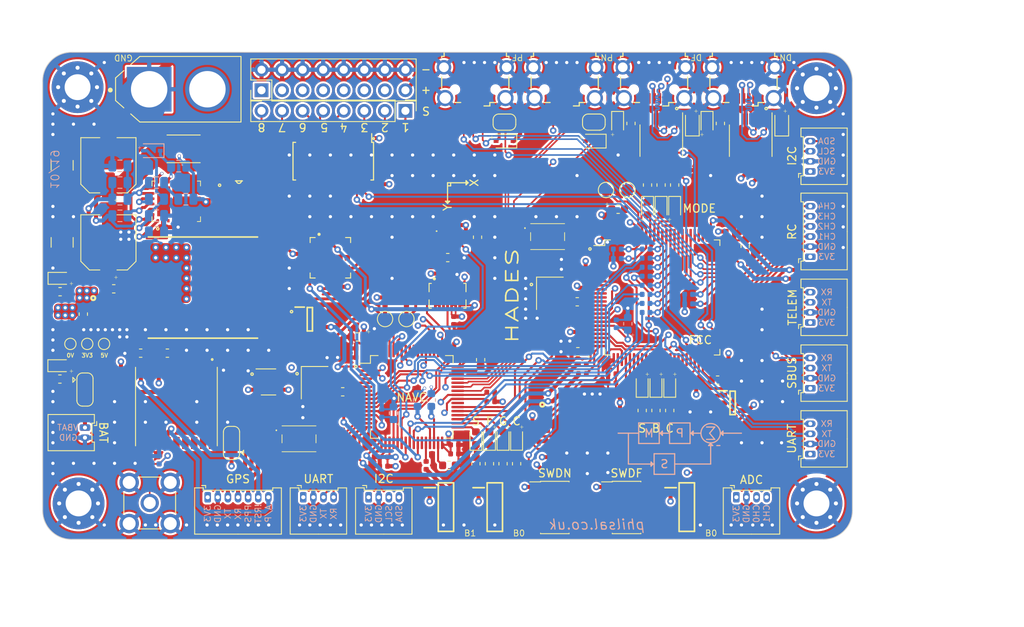
<source format=kicad_pcb>
(kicad_pcb (version 20240108) (generator "pcbnew") (generator_version "8.0")
  (layers (0 "F.Cu" signal) (1 "In1.Cu" signal) (2 "In2.Cu" signal) (31 "B.Cu" signal) (34 "B.Paste" user) (35 "F.Paste" user) (36 "B.SilkS" user "B.Silkscreen") (37 "F.SilkS" user "F.Silkscreen") (38 "B.Mask" user) (39 "F.Mask" user) (44 "Edge.Cuts" user))
  (net 0 "")
  (net 1 "+3V3")
  (net 2 "GND")
  (net 3 "ADC3_0_FCC")
  (net 4 "ADC3_1_FCC")
  (net 5 "Net-(ANT1-Pad1)")
  (net 6 "VIN+")
  (net 7 "REG_VIN")
  (net 8 "Net-(C3-Pad1)")
  (net 9 "Net-(C4-Pad1)")
  (net 10 "REG_BST")
  (net 11 "REG_CS")
  (net 12 "Net-(C6-Pad2)")
  (net 13 "+5V")
  (net 14 "REG_FB")
  (net 15 "Net-(C13-Pad1)")
  (net 16 "VDDA_FCC")
  (net 17 "VREF+_FCC")
  (net 18 "NRST_FCC")
  (net 19 "HSE_IN_FCC")
  (net 20 "Net-(C33-Pad1)")
  (net 21 "Net-(C37-Pad1)")
  (net 22 "NRST_NAVC")
  (net 23 "VDDA_NAVC")
  (net 24 "HSE_IN_NAVC")
  (net 25 "Net-(C53-Pad1)")
  (net 26 "Net-(C57-Pad1)")
  (net 27 "Net-(C57-Pad2)")
  (net 28 "Net-(C59-Pad1)")
  (net 29 "Net-(C68-Pad2)")
  (net 30 "Net-(C69-Pad2)")
  (net 31 "Net-(C70-Pad2)")
  (net 32 "Net-(D2-Pad1)")
  (net 33 "Net-(D2-Pad2)")
  (net 34 "Net-(D3-Pad2)")
  (net 35 "Net-(D3-Pad1)")
  (net 36 "Net-(D4-Pad1)")
  (net 37 "Net-(D5-Pad1)")
  (net 38 "Net-(FCC1-Pad1)")
  (net 39 "Net-(FCC1-Pad2)")
  (net 40 "Net-(FCC1-Pad3)")
  (net 41 "Net-(FCC1-Pad4)")
  (net 42 "Net-(FCC1-Pad5)")
  (net 43 "Net-(FCC1-Pad7)")
  (net 44 "Net-(FCC1-Pad8)")
  (net 45 "Net-(FCC1-Pad9)")
  (net 46 "HSE_OUT_FCC")
  (net 47 "Net-(FCC1-Pad15)")
  (net 48 "Net-(FCC1-Pad16)")
  (net 49 "UART4_TX_FCC")
  (net 50 "UART4_RX_FCC")
  (net 51 "UART2_TX_FCC")
  (net 52 "UART2_RX_FCC")
  (net 53 "SPI1_CS_FLASH_FCC")
  (net 54 "SPI1_SCK_FCC")
  (net 55 "SPI1_MISO_FCC")
  (net 56 "SPI1_MOSI_FCC")
  (net 57 "Net-(FCC1-Pad32)")
  (net 58 "Net-(FCC1-Pad33)")
  (net 59 "LED_A_FCC")
  (net 60 "LED_B_FCC")
  (net 61 "LED_C_FCC")
  (net 62 "Net-(FCC1-Pad37)")
  (net 63 "Net-(FCC1-Pad38)")
  (net 64 "Net-(FCC1-Pad39)")
  (net 65 "Net-(FCC1-Pad40)")
  (net 66 "Net-(FCC1-Pad41)")
  (net 67 "Net-(FCC1-Pad42)")
  (net 68 "Net-(FCC1-Pad43)")
  (net 69 "Net-(FCC1-Pad44)")
  (net 70 "Net-(FCC1-Pad45)")
  (net 71 "I2C2_SCL_FCC")
  (net 72 "I2C2_SDA_FCC")
  (net 73 "UART5_RX_FCC")
  (net 74 "UART5_TX_FCC")
  (net 75 "UART1_TX_FCC")
  (net 76 "UART1_RX_FCC")
  (net 77 "UART3_TX_FCC")
  (net 78 "UART3_RX_FCC")
  (net 79 "Net-(FCC1-Pad57)")
  (net 80 "Net-(FCC1-Pad58)")
  (net 81 "TIM4_CH1_FCC")
  (net 82 "TIM4_CH2_FCC")
  (net 83 "TIM4_CH3_FCC")
  (net 84 "TIM4_CH4_FCC")
  (net 85 "Net-(FCC1-Pad63)")
  (net 86 "Net-(FCC1-Pad64)")
  (net 87 "Net-(FCC1-Pad65)")
  (net 88 "I2C3_SDA_FCC")
  (net 89 "I2C3_SCL_FCC")
  (net 90 "USB_VBUS_FCC")
  (net 91 "USB_ID_FCC")
  (net 92 "USB_DM_FCC")
  (net 93 "USB_DP_FCC")
  (net 94 "SWDIO_FCC")
  (net 95 "SWCLK_FCC")
  (net 96 "Net-(FCC1-Pad77)")
  (net 97 "Net-(FCC1-Pad78)")
  (net 98 "Net-(FCC1-Pad79)")
  (net 99 "Net-(FCC1-Pad80)")
  (net 100 "GPIO_A_FCC")
  (net 101 "GPIO_B_FCC")
  (net 102 "GPIO_C_FCC")
  (net 103 "GPIO_D_FCC")
  (net 104 "GPIO_E_FCC")
  (net 105 "GPIO_F_FCC")
  (net 106 "GPIO_G_FCC")
  (net 107 "GPIO_H_FCC")
  (net 108 "LED_D_FCC")
  (net 109 "LED_E_FCC")
  (net 110 "LED_F_FCC")
  (net 111 "I2C1_SCL_FCC")
  (net 112 "I2C1_SDA_FCC")
  (net 113 "BOOT0_FCC")
  (net 114 "Net-(FCC1-Pad95)")
  (net 115 "Net-(FCC1-Pad96)")
  (net 116 "Net-(FCC1-Pad97)")
  (net 117 "Net-(FCC1-Pad98)")
  (net 118 "Net-(GPS_BAT1-Pad1)")
  (net 119 "UART1_TX_NAVC")
  (net 120 "UART1_RX_NAVC")
  (net 121 "GPS_PPS_NAVC")
  (net 122 "GPS_NRST_NAVC")
  (net 123 "GPS_LNA_EN_NAVC")
  (net 124 "I2C3_SCL_NAVC")
  (net 125 "I2C3_SDA_NAVC")
  (net 126 "USB_VBUS_NAVC")
  (net 127 "Net-(JP3-Pad2)")
  (net 128 "GPS_BAT_BACKUP")
  (net 129 "Net-(L2-Pad1)")
  (net 130 "Net-(LED1-Pad1)")
  (net 131 "Net-(LED2-Pad1)")
  (net 132 "Net-(LED3-Pad1)")
  (net 133 "Net-(LED4-Pad1)")
  (net 134 "Net-(LED5-Pad1)")
  (net 135 "Net-(LED6-Pad1)")
  (net 136 "Net-(LED7-Pad1)")
  (net 137 "Net-(LED8-Pad1)")
  (net 138 "Net-(LED9-Pad1)")
  (net 139 "LED_A_NAVC")
  (net 140 "LED_B_NAVC")
  (net 141 "Net-(LED10-Pad1)")
  (net 142 "Net-(LED11-Pad1)")
  (net 143 "LED_C_NAVC")
  (net 144 "LED_D_NAVC")
  (net 145 "Net-(LED12-Pad1)")
  (net 146 "Net-(LED13-Pad1)")
  (net 147 "Net-(LED14-Pad1)")
  (net 148 "Net-(NAVC1-Pad4)")
  (net 149 "HSE_OUT_NAVC")
  (net 150 "GPIO_A_NAVC")
  (net 151 "GPIO_B_NAVC")
  (net 152 "GPIO_C_NAVC")
  (net 153 "GPIO_D_NAVC")
  (net 154 "UART4_TX_NAVC")
  (net 155 "UART4_RX_NAVC")
  (net 156 "UART2_TX_NAVC")
  (net 157 "UART2_RX_NAVC")
  (net 158 "INT_ACC_NAVC")
  (net 159 "INT_GYR_NAVC")
  (net 160 "INT_MAG_NAVC")
  (net 161 "INT_BAR_NAVC")
  (net 162 "GPIO_E_NAVC")
  (net 163 "GPIO_F_NAVC")
  (net 164 "BAR_NRST_NAVC")
  (net 165 "Net-(NAVC1-Pad27)")
  (net 166 "BOOT1_NAVC")
  (net 167 "I2C2_SCL_NAVC")
  (net 168 "I2C2_SDA_NAVC")
  (net 169 "GPIO_G_NAVC")
  (net 170 "GPIO_H_NAVC")
  (net 171 "Net-(NAVC1-Pad39)")
  (net 172 "USB_ID_NAVC")
  (net 173 "USB_DM_NAVC")
  (net 174 "USB_DP_NAVC")
  (net 175 "SWDIO_NAVC")
  (net 176 "SWCLK_NAVC")
  (net 177 "Net-(NAVC1-Pad50)")
  (net 178 "UART3_TX_NAVC")
  (net 179 "UART3_RX_NAVC")
  (net 180 "Net-(NAVC1-Pad54)")
  (net 181 "Net-(NAVC1-Pad55)")
  (net 182 "Net-(NAVC1-Pad56)")
  (net 183 "Net-(NAVC1-Pad57)")
  (net 184 "BOOT0_NAVC")
  (net 185 "I2C1_SCL_NAVC")
  (net 186 "I2C1_SDA_NAVC")
  (net 187 "PWM_0")
  (net 188 "PWM_1")
  (net 189 "PWM_2")
  (net 190 "PWM_3")
  (net 191 "PWM_4")
  (net 192 "PWM_5")
  (net 193 "PWM_6")
  (net 194 "PWM_7")
  (net 195 "REG_EN")
  (net 196 "REG_PG")
  (net 197 "Net-(R22-Pad1)")
  (net 198 "Net-(R24-Pad2)")
  (net 199 "Net-(R25-Pad2)")
  (net 200 "Net-(R26-Pad1)")
  (net 201 "Net-(R27-Pad1)")
  (net 202 "Net-(R39-Pad2)")
  (net 203 "Net-(R52-Pad2)")
  (net 204 "Net-(R53-Pad2)")
  (net 205 "Net-(R54-Pad2)")
  (net 206 "Net-(R55-Pad2)")
  (net 207 "Net-(R56-Pad2)")
  (net 208 "Net-(R57-Pad2)")
  (net 209 "Net-(REG1-Pad3)")
  (net 210 "Net-(REG2-Pad4)")
  (net 211 "Net-(SWD1-Pad8)")
  (net 212 "Net-(SWD1-Pad7)")
  (net 213 "Net-(SWD1-Pad6)")
  (net 214 "Net-(SWD2-Pad6)")
  (net 215 "Net-(SWD2-Pad7)")
  (net 216 "Net-(SWD2-Pad8)")
  (net 217 "Net-(U2-Pad15)")
  (net 218 "Net-(U2-Pad16)")
  (net 219 "Net-(U2-Pad17)")
  (net 220 "Net-(U2-Pad18)")
  (net 221 "Net-(U2-Pad19)")
  (net 222 "Net-(U2-Pad20)")
  (net 223 "Net-(U2-Pad21)")
  (net 224 "Net-(U2-Pad22)")
  (net 225 "Net-(U2-Pad25)")
  (net 226 "Net-(U3-Pad5)")
  (net 227 "Net-(U5-Pad5)")
  (net 228 "Net-(U5-Pad1)")
  (net 229 "Net-(U5-Pad13)")
  (net 230 "Net-(U7-Pad1)")
  (net 231 "Net-(U7-Pad7)")
  (net 232 "Net-(U8-Pad2)")
  (net 233 "Net-(U8-Pad11)")
  (net 234 "Net-(U8-Pad12)")
  (net 235 "Net-(U9-Pad5)")
  (net 236 "Net-(U10-Pad5)")
  (net 237 "Net-(U10-Pad15)")
  (net 238 "Net-(U10-Pad16)")
  (net 239 "Net-(U10-Pad17)")
  (net 240 "Net-(U11-Pad4)")
  (net 241 "Net-(U11-Pad2)")
  (net 242 "Net-(U11-Pad1)")
  (net 243 "Net-(U12-Pad1)")
  (net 244 "Net-(U12-Pad2)")
  (net 245 "Net-(U12-Pad4)")
  (net 246 "Net-(USB3-Pad4)")
  (net 247 "Net-(USB4-Pad4)")
  (net 248 "Net-(C14-Pad1)")
  (net 249 "Net-(C38-Pad1)")
  (net 250 "Net-(C66-Pad2)")
  (net 251 "Net-(C71-Pad2)")
  (footprint "Resistor_SMD:R_0402_1005Metric" (layer "F.Cu") (at 92.075 58.674 180)
    (property "Reference" "R21" (hide yes))
    (property "Value" "47" (hide yes))
  )
  (footprint "Package_QFP:LQFP-100_14x14mm_P0.5mm" (layer "F.Cu") (at 101.981 55.7022)
    (property "Reference" "FCC")
    (property "Value" "STM32H753VITx" (hide yes))
  )
  (footprint "Resistor_SMD:R_0402_1005Metric" (layer "F.Cu") (at 106.172 66.144 90)
    (property "Reference" "R12" (hide yes))
    (property "Value" "4k7")
  )
  (footprint "Resistor_SMD:R_0402_1005Metric" (layer "F.Cu") (at 72.7964 76.454 90)
    (property "Reference" "R27" (hide yes))
    (property "Value" "10k")
  )
  (footprint "Resistor_SMD:R_0402_1005Metric" (layer "F.Cu") (at 67.7164 56.1824 -90)
    (property "Reference" "R29" (hide yes))
    (property "Value" "4k7")
  )
  (footprint "MountingHole:MountingHole_3.2mm_M3_Pad_Via" (layer "F.Cu") (at 121.031 29.845)
    (property "Reference" "REF**" (hide yes))
    (property "Value" "MountingHole_3.2mm_M3_Pad_Via" (hide yes))
  )
  (footprint "MountingHole:MountingHole_3.2mm_M3_Pad_Via" (layer "F.Cu") (at 29.845 81.153)
    (property "Reference" "REF**" (hide yes))
    (property "Value" "MountingHole_3.2mm_M3_Pad_Via" (hide yes))
  )
  (footprint "MountingHole:MountingHole_3.2mm_M3_Pad_Via" (layer "F.Cu") (at 121.031 81.153)
    (property "Reference" "REF**" (hide yes))
    (property "Value" "MountingHole_3.2mm_M3_Pad_Via" (hide yes))
  )
  (footprint "Connector_Molex:Molex_PicoBlade_53048-0410_1x04_P1.25mm_Horizontal" (layer "F.Cu") (at 111.125 80.391)
    (property "Reference" "ADC")
    (property "Value" "Conn_01x04" (hide yes))
  )
  (footprint "5-1814832-1:TE_5-1814832-1" (layer "F.Cu") (at 38.6334 81.1022)
    (property "Reference" "ANT1")
    (property "Value" "5-1814832-1" (hide yes))
  )
  (footprint "XT60-M:AMASS_XT60-M" (layer "F.Cu") (at 42.164 29.972)
    (property "Reference" "BAT1")
    (property "Value" "XT60-M" (hide yes))
  )
  (footprint "Capacitor_SMD:C_Elec_6.3x7.7" (layer "F.Cu") (at 33.528 39.3675 90)
    (property "Reference" "C1" (hide yes))
    (property "Value" "100u" (hide yes))
  )
  (footprint "Capacitor_SMD:C_Elec_6.3x7.7" (layer "F.Cu") (at 33.528 48.895 90)
    (property "Reference" "C8" (hide yes))
    (property "Value" "100u" (hide yes))
  )
  (footprint "Capacitor_SMD:C_1210_3225Metric" (layer "F.Cu") (at 27.813 48.895 90)
    (property "Reference" "C9")
    (property "Value" "47u" (hide yes))
  )
  (footprint "Capacitor_SMD:C_0402_1005Metric" (layer "F.Cu") (at 46.863 43.688 90)
    (property "Reference" "C10" (hide yes))
    (property "Value" "100n")
  )
  (footprint "Capacitor_SMD:C_0603_1608Metric" (layer "F.Cu") (at 34.1885 54.6354 180)
    (property "Reference" "C11" (hide yes))
    (property "Value" "10u")
  )
  (footprint "Capacitor_SMD:C_0603_1608Metric" (layer "F.Cu") (at 30.4292 57.7595 -90)
    (property "Reference" "C12" (hide yes))
    (property "Value" "10u")
  )
  (footprint "Capacitor_SMD:C_0603_1608Metric" (layer "F.Cu") (at 112.2172 49.3775 90)
    (property "Reference" "C14" (hide yes))
    (property "Value" "2u2")
  )
  (footprint "Capacitor_SMD:C_0603_1608Metric" (layer "F.Cu") (at 96.52 44.8056)
    (property "Reference" "C15" (hide yes))
    (property "Value" "10u")
  )
  (footprint "Capacitor_SMD:C_0402_1005Metric" (layer "F.Cu") (at 96.5176 46.2534)
    (property "Reference" "C16" (hide yes))
    (property "Value" "100n")
  )
  (footprint "Capacitor_SMD:C_0402_1005Metric" (layer "F.Cu") (at 92.0218 52.197 180)
    (property "Reference" "C17" (hide yes))
    (property "Value" "100n")
  )
  (footprint "Capacitor_SMD:C_0402_1005Metric" (layer "F.Cu") (at 95.758 65.151 180)
    (property "Reference" "C18" (hide yes))
    (property "Value" "100n")
  )
  (footprint "Capacitor_SMD:C_0402_1005Metric" (layer "F.Cu") (at 109.0422 64.0612 -90)
    (property "Reference" "C19" (hide yes))
    (property "Value" "100n")
  )
  (footprint "Capacitor_SMD:C_0402_1005Metric" (layer "F.Cu") (at 110.363 48.641)
    (property "Reference" "C20" (hide yes))
    (property "Value" "100n")
  )
  (footprint "Capacitor_SMD:C_0402_1005Metric" (layer "F.Cu") (at 94.4602 47.7012 180)
    (property "Reference" "C21" (hide yes))
    (property "Value" "100n")
  )
  (footprint "Capacitor_SMD:C_0402_1005Metric" (layer "F.Cu") (at 92.4814 54.0258 90)
    (property "Reference" "C22" (hide yes))
    (property "Value" "100n")
  )
  (footprint "Capacitor_SMD:C_0402_1005Metric" (layer "F.Cu") (at 95.7604 66.2686 180)
    (property "Reference" "C23" (hide yes))
    (property "Value" "100n")
  )
  (footprint "Capacitor_SMD:C_0402_1005Metric" (layer "F.Cu") (at 110.1598 64.0564 -90)
    (property "Reference" "C24" (hide yes))
    (property "Value" "100n")
  )
  (footprint "Capacitor_SMD:C_0402_1005Metric" (layer "F.Cu") (at 94.4602 46.5328 180)
    (property "Reference" "C25" (hide yes))
    (property "Value" "100n")
  )
  (footprint "Capacitor_SMD:C_0603_1608Metric" (layer "F.Cu") (at 91.5415 62.4078 180)
    (property "Reference" "C27" (hide yes))
    (property "Value" "1u")
  )
  (footprint "Capacitor_SMD:C_0402_1005Metric" (layer "F.Cu") (at 92.075 48.133 -90)
    (property "Reference" "C31" (hide yes))
    (property "Value" "100n")
  )
  (footprint "Capacitor_SMD:C_0402_1005Metric" (layer "F.Cu") (at 88.0872 52.4256)
    (property "Reference" "C32" (hide yes))
    (property "Value" "10p")
  )
  (footprint "Capacitor_SMD:C_0402_1005Metric" (layer "F.Cu") (at 88.0872 57.9628 180)
    (property "Reference" "C33" (hide yes))
    (property "Value" "10p")
  )
  (footprint "Capacitor_SMD:C_0402_1005Metric" (layer "F.Cu") (at 67.2084 41.2242 90)
    (property "Reference" "C34" (hide yes))
    (property "Value" "100n")
  )
  (footprint "Capacitor_SMD:C_0402_1005Metric" (layer "F.Cu") (at 110.6678 71.1454 180)
    (property "Reference" "C35" (hide yes))
    (property "Value" "100n")
  )
  (footprint "Capacitor_SMD:C_0402_1005Metric" (layer "F.Cu") (at 95.758 67.6402)
    (property "Reference" "C36" (hide yes))
    (property "Value" "100n")
  )
  (footprint "Capacitor_SMD:C_0603_1608Metric" (layer "F.Cu") (at 75.6159 76.454)
    (property "Reference" "C37" (hide yes))
    (property "Value" "2u2")
  )
  (footprint "Capacitor_SMD:C_0603_1608Metric" (layer "F.Cu") (at 79.5274 63.3983 90)
    (property "Reference" "C38" (hide yes))
    (property "Value" "2u2")
  )
  (footprint "Capacitor_SMD:C_0603_1608Metric" (layer "F.Cu") (at 64.3127 60.579 180)
    (property "Reference" "C39" (hide yes))
    (property "Value" "10u")
  )
  (footprint "Capacitor_SMD:C_0402_1005Metric" (layer "F.Cu") (at 66.9774 60.579)
    (property "Reference" "C41" (hide yes))
    (property "Value" "100n")
  )
  (footprint "Capacitor_SMD:C_0402_1005Metric" (layer "F.Cu") (at 76.9874 62.6872 90)
    (property "Reference" "C42" (hide yes))
    (property "Value" "100n")
  )
  (footprint "Capacitor_SMD:C_0402_1005Metric" (layer "F.Cu") (at 67.5362 75.438 180)
    (property "Reference" "C44" (hide yes))
    (property "Value" "100n")
  )
  (footprint "Capacitor_SMD:C_0402_1005Metric" (layer "F.Cu") (at 64.62 62.0014 180)
    (property "Reference" "C45" (hide yes))
    (property "Value" "100n")
  )
  (footprint "Capacitor_SMD:C_0402_1005Metric" (layer "F.Cu") (at 78.105 62.6872 90)
    (property "Reference" "C46" (hide yes))
    (property "Value" "100n")
  )
  (footprint "Capacitor_SMD:C_0402_1005Metric" (layer "F.Cu") (at 76.304 75.0316)
    (property "Reference" "C47" (hide yes))
    (property "Value" "100n")
  )
  (footprint "Capacitor_SMD:C_0402_1005Metric" (layer "F.Cu") (at 67.541 76.5556 180)
    (property "Reference" "C48" (hide yes))
    (property "Value" "100n")
  )
  (footprint "Capacitor_SMD:C_0402_1005Metric" (layer "F.Cu") (at 61.3664 73.152 -90)
    (property "Reference" "C49" (hide yes))
    (property "Value" "100n")
  )
  (footprint "Capacitor_SMD:C_0402_1005Metric" (layer "F.Cu") (at 59.0296 63.4492)
    (property "Reference" "C52" (hide yes))
    (property "Value" "10p")
  )
  (footprint "Capacitor_SMD:C_0402_1005Metric" (layer "F.Cu") (at 59.0296 69.0118 180)
    (property "Reference" "C53" (hide yes))
    (property "Value" "10p")
  )
  (footprint "Capacitor_SMD:C_0402_1005Metric" (layer "F.Cu") (at 76.2 58.5494 -90)
    (property "Reference" "C54" (hide yes))
    (property "Value" "100n")
  )
  (footprint "Capacitor_SMD:C_0402_1005Metric" (layer "F.Cu") (at 75.1816 52.9082)
    (property "Reference" "C55" (hide yes))
    (property "Value" "100n")
  )
  (footprint "Capacitor_SMD:C_0402_1005Metric" (layer "F.Cu") (at 53.3122 68.707 180)
    (property "Reference" "C56" (hide yes))
    (property "Value" "100n")
  )
  (footprint "Capacitor_SMD:C_0402_1005Metric" (layer "F.Cu") (at 64.5922 50.8 90)
    (property "Reference" "C57" (hide yes))
    (property "Value" "1n")
  )
  (footprint "Capacitor_SMD:C_0402_1005Metric" (layer "F.Cu") (at 57.3278 50.8 -90)
    (property "Reference" "C58" (hide yes))
    (property "Value" "100n")
  )
  (footprint "Capacitor_SMD:C_0603_1608Metric" (layer "F.Cu") (at 75.4633 50.7746)
    (property "Reference" "C59" (hide yes))
    (property "Value" "220n")
  )
  (footprint "Capacitor_SMD:C_0402_1005Metric" (layer "F.Cu") (at 75.715 45.9994 180)
    (property "Reference" "C60" (hide yes))
    (property "Value" "100n")
  )
  (footprint "Capacitor_SMD:C_0402_1005Metric" (layer "F.Cu") (at 77.6986 48.2624 -90)
    (property "Reference" "C61" (hide yes))
    (property "Value" "100n")
  )
  (footprint "Capacitor_SMD:C_0603_1608Metric" (layer "F.Cu") (at 79.1464 48.26 -90)
    (property "Reference" "C62" (hide yes))
    (property "Value" "10u")
  )
  (footprint "Capacitor_SMD:C_0402_1005Metric" (layer "F.Cu") (at 58.42 60.9346 180)
    (property "Reference" "C63" (hide yes))
    (property "Value" "100n")
  )
  (footprint "Capacitor_SMD:C_0603_1608Metric" (layer "F.Cu") (at 40.8179 62.5856)
    (property "Reference" "C65" (hide yes))
    (property "Value" "1u")
  )
  (footprint "Capacitor_SMD:C_0402_1005Metric" (layer "F.Cu") (at 98.5012 39.4716 90)
    (property "Reference" "C68" (hide yes))
    (property "Value" "100n" (hide yes))
  )
  (footprint "Capacitor_SMD:C_0402_1005Metric" (layer "F.Cu") (at 105.20426 39.48416 90)
    (property "Reference" "C69" (hide yes))
    (property "Value" "100n" (hide yes))
  )
  (footprint "Capacitor_SMD:C_0402_1005Metric" (layer "F.Cu") (at 109.54766 39.49178 90)
    (property "Reference" "C70" (hide yes))
    (property "Value" "100n" (hide yes))
  )
  (footprint "Capacitor_SMD:C_0402_1005Metric" (layer "F.Cu") (at 116.27866 39.48924 90)
    (property "Reference" "C71" (hide yes))
    (property "Value" "100n" (hide yes))
  )
  (footprint "Diode_SMD:D_SOD-323" (layer "F.Cu") (at 82.4865 36.3855 180)
    (property "Reference" "D2" (hide yes))
    (property "Value" "SD103AWS")
  )
  (footprint "Diode_SMD:D_SOD-323" (layer "F.Cu") (at 93.5355 36.3855 180)
    (property "Reference" "D3" (hide yes))
    (property "Value" "SD103AWS")
  )
  (footprint "Diode_SMD:D_SOD-323" (layer "F.Cu") (at 105.6894 34.2392 90)
    (property "Reference" "D4" (hide yes))
    (property "Value" "SD103AWS")
  )
  (footprint "Diode_SMD:D_SOD-323" (layer "F.Cu") (at 116.7384 34.2478 90)
    (property "Reference" "D5" (hide yes))
    (property "Value" "SD103AWS")
  )
  (footprint "Inductor_SMD:L_0402_1005Metric" (layer "F.Cu") (at 92.0726 59.9694 180)
    (property "Reference" "FB1" (hide yes))
    (property "Value" "Ferrite_Bead_Small")
  )
  (footprint "Inductor_SMD:L_0402_1005Metric" (layer "F.Cu") (at 63.0912 70.0532 180)
    (property "Reference" "FB2" (hide yes))
    (property "Value" "Ferrite_Bead_Small")
  )
  (footprint "Inductor_SMD:L_0402_1005Metric" (layer "F.Cu") (at 84.4042 29.3878 -90)
    (property "Reference" "FB3" (hide yes))
    (property "Value" "Ferrite_Bead_Small")
  )
  (footprint "Inductor_SMD:L_0402_1005Metric" (layer "F.Cu") (at 95.3262 29.3878 -90)
    (property "Reference" "FB4" (hide yes))
    (property "Value" "Ferrite_Bead_Small")
  )
  (footprint "Inductor_SMD:L_0402_1005Metric" (layer "F.Cu") (at 106.5276 29.3878 -90)
    (property "Reference" "FB5" (hide yes))
    (property "Value" "Ferrite_Bead_Small")
  )
  (footprint "Inductor_SMD:L_0402_1005Metric" (layer "F.Cu") (at 116.7384 36.8832 90)
    (property "Reference" "FB6" (hide yes))
    (property "Value" "Ferrite_Bead_Small")
  )
  (footprint "Connector_Molex:Molex_PicoBlade_53048-0210_1x02_P1.25mm_Horizontal" (layer "F.Cu") (at 30.6324 71.7804 -90)
    (property "Reference" "BAT")
    (property "Value" "Conn_01x02" (hide yes))
  )
  (footprint "Connector_Molex:Molex_PicoBlade_53048-0710_1x07_P1.25mm_Horizontal" (layer "F.Cu") (at 45.7962 80.391)
    (property "Reference" "GPS")
    (property "Value" "Conn_01x07" (hide yes))
  )
  (footprint "Crystal:Crystal_SMD_Abracon_ABM8G-4Pin_3.2x2.5mm" (layer "F.Cu") (at 88.0872 55.1942 -90)
    (property "Reference" "HSE1" (hide yes))
    (property "Value" "25MHz")
  )
  (footprint "Crystal:Crystal_SMD_Abracon_ABM8G-4Pin_3.2x2.5mm" (layer "F.Cu") (at 59.0178 66.2354 -90)
    (property "Reference" "HSE2" (hide yes))
    (property "Value" "25MHz")
  )
  (footprint "Connector_Molex:Molex_PicoBlade_53048-0410_1x04_P1.25mm_Horizontal" (layer "F.Cu") (at 120.269 40.132 90)
    (property "Reference" "I2C")
    (property "Value" "Conn_01x04" (hide yes))
  )
  (footprint "Connector_Molex:Molex_PicoBlade_53048-0410_1x04_P1.25mm_Horizontal" (layer "F.Cu") (at 65.6844 80.391)
    (property "Reference" "I2C")
    (property "Value" "Conn_01x04" (hide yes))
  )
  (footprint "Jumper:SolderJumper-2_P1.3mm_Open_RoundedPad1.0x1.5mm" (layer "F.Cu") (at 82.4715 34.036)
    (property "Reference" "JP1" (hide yes))
    (property "Value" "SolderJumper_2_Open")
  )
  (footprint "Jumper:SolderJumper-2_P1.3mm_Open_RoundedPad1.0x1.5mm" (layer "F.Cu") (at 93.5205 34.036)
    (property "Reference" "JP2" (hide yes))
    (property "Value" "SolderJumper_2_Open")
  )
  (footprint "Jumper:SolderJumper-3_P1.3mm_Open_RoundedPad1.0x1.5mm" (layer "F.Cu") (at 48.7426 73.6854 90)
    (property "Reference" "JP3" (hide yes))
    (property "Value" "SolderJumper_3_Open")
  )
  (footprint "Jumper:SolderJumper-3_P1.3mm_Open_RoundedPad1.0x1.5mm" (layer "F.Cu") (at 30.6324 67.0814 -90)
    (property "Reference" "JP4" (hide yes))
    (property "Value" "Jumper_3_Open")
  )
  (footprint "SRP1265A-150M:INDPM135125X650N" (layer "F.Cu") (at 45.212 54.483 180)
    (property "Reference" "L1")
    (property "Value" "15u" (hide yes))
  )
  (footprint "Inductor_SMD:L_0402_1005Metric" (layer "F.Cu") (at 40.282 76.2762 180)
    (property "Reference" "L2" (hide yes))
    (property "Value" "27n")
  )
  (footprint "LED_SMD:LED_0603_1608Metric" (layer "F.Cu") (at 27.5589 53.34)
    (property "Reference" "LED1" (hide yes))
    (property "Value" "G")
  )
  (footprint "LED_SMD:LED_0603_1608Metric" (layer "F.Cu") (at 27.5335 64.135)
    (property "Reference" "LED2" (hide yes))
    (property "Value" "G")
  )
  (footprint "LED_SMD:LED_0603_1608Metric" (layer "F.Cu") (at 99.4918 66.5481 90)
    (property "Reference" "LED3" (hide yes))
    (property "Value" "R")
  )
  (footprint "LED_SMD:LED_0603_1608Metric" (layer "F.Cu") (at 101.1936 66.5481 90)
    (property "Reference" "LED4" (hide yes))
    (property "Value" "R")
  )
  (footprint "LED_SMD:LED_0603_1608Metric" (layer "F.Cu") (at 102.8954 66.5481 90)
    (property "Reference" "LED5" (hide yes))
    (property "Value" "Y")
  )
  (footprint "LED_SMD:LED_0603_1608Metric" (layer "F.Cu") (at 103.505 44.7039 -90)
    (property "Reference" "LED6" (hide yes))
    (property "Value" "B")
  )
  (footprint "LED_SMD:LED_0603_1608Metric" (layer "F.Cu") (at 101.8286 44.704 -90)
    (property "Reference" "LED7" (hide yes))
    (property "Value" "B")
  )
  (footprint "LED_SMD:LED_0603_1608Metric" (layer "F.Cu") (at 100.1522 44.704 -90)
    (property "Reference" "LED8" (hide yes))
    (property "Value" "B")
  )
  (footprint "LED_SMD:LED_0603_1608Metric" (layer "F.Cu") (at 78.9432 73.1013 90)
    (property "Reference" "LED9" (hide yes))
    (property "Value" "R")
  )
  (footprint "LED_SMD:LED_0603_1608Metric" (layer "F.Cu") (at 83.9724 73.1011 90)
    (property "Reference" "LED12" (hide yes))
    (property "Value" "B")
  )
  (footprint "LED_SMD:LED_0603_1608Metric" (layer "F.Cu") (at 96.4565 34.201 -90)
    (property "Reference" "LED13" (hide yes))
    (property "Value" "G")
  )
  (footprint "LED_SMD:LED_0603_1608Metric" (layer "F.Cu") (at 107.5055 34.201 -90)
    (property "Reference" "LED14" (hide yes))
    (property "Value" "G")
  )
  (footprint "Connector_PinHeader_2.54mm:PinHeader_2x08_P2.54mm_Vertical" (layer "F.Cu") (at 52.451 30.099 90)
    (property "Reference" "PWM_POW1" (hide yes))
    (property "Value" "Conn_02x08_Odd_Even" (hide yes))
  )
  (footprint "Connector_PinHeader_2.54mm:PinHeader_1x08_P2.54mm_Vertical" (layer "F.Cu") (at 70.231 32.639 -90)
    (property "Reference" "PWM_SIG1" (hide yes))
    (property "Value" "2.54mm" (hide yes))
  )
  (footprint "Resistor_SMD:R_2512_6332Metric" (layer "F.Cu") (at 42.82 37.338)
    (property "Reference" "R1" (hide yes))
    (property "Value" "0.01" (hide yes))
  )
  (footprint "Resistor_SMD:R_0603_1608Metric" (layer "F.Cu") (at 27.559 54.991 180)
    (property "Reference" "R7" (hide yes))
    (property "Value" "560")
  )
  (footprint "Resistor_SMD:R_0603_1608Metric" (layer "F.Cu") (at 27.5335 65.786 180)
    (property "Reference" "R8" (hide yes))
    (property "Value" "240")
  )
  (footprint "Resistor_SMD:R_0603_1608Metric" (layer "F.Cu") (at 101.1936 69.6722 90)
    (property "Reference" "R16" (hide yes))
    (property "Value" "330")
  )
  (footprint "Resistor_SMD:R_0603_1608Metric" (layer "F.Cu") (at 102.8954 69.6723 90)
    (property "Reference" "R17" (hide yes))
    (property "Value" "330")
  )
  (footprint "Resistor_SMD:R_0603_1608Metric" (layer "F.Cu") (at 103.505 41.8083 -90)
    (property "Reference" "R18" (hide yes))
    (property "Value" "100")
  )
  (footprint "Resistor_SMD:R_0603_1608Metric" (layer "F.Cu") (at 100.1522 41.8084 -90)
    (property "Reference" "R20" (hide yes))
    (property "Value" "100")
  )
  (footprint "Resistor_SMD:R_0603_1608Metric" (layer "F.Cu") (at 91.4653 56.2356 180)
    (property "Reference" "R23" (hide yes))
    (property "Value" "620")
  )
  (footprint "Resistor_SMD:R_0402_1005Metric" (layer "F.Cu") (at 70.358 56.1824 -90)
    (property "Reference" "R28" (hide yes))
    (property "Value" "4k7")
  )
  (footprint "Resistor_SMD:R_0402_1005Metric" (layer "F.Cu") (at 80.7744 67.4116 180)
    (property "Reference" "R30" (hide yes))
    (property "Value" "4k7")
  )
  (footprint "Resistor_SMD:R_0402_1005Metric" (layer "F.Cu") (at 80.772 68.58 180)
    (property "Reference" "R31" (hide yes))
    (property "Value" "4k7")
  )
  (footprint "Resistor_SMD:R_0603_1608Metric" (layer "F.Cu") (at 62.4839 67.3608 180)
    (property "Reference" "R32" (hide yes))
    (property "Value" "620")
  )
  (footprint "Resistor_SMD:R_0603_1608Metric" (layer "F.Cu") (at 78.9432 76.2508 90)
    (property "Reference" "R33" (hide yes))
    (property "Value" "330")
  )
  (footprint "Resistor_SMD:R_0603_1608Metric" (layer "F.Cu") (at 80.6196 76.2508 90)
    (property "Reference" "R34" (hide yes))
    (property "Value" "330")
  )
  (footprint "Resistor_SMD:R_0603_1608Metric" (layer "F.Cu") (at 82.296 76.2508 90)
    (property "Reference" "R35" (hide yes))
    (property "Value" "330")
  )
  (footprint "Resistor_SMD:R_0603_1608Metric" (layer "F.Cu") (at 83.9724 76.2508 90)
    (property "Reference" "R36" (hide yes))
    (property "Value" "100")
  )
  (footprint "Resistor_SMD:R_0402_1005Metric" (layer "F.Cu") (at 61.595 54.3814 180)
    (property "Reference" "R37" (hide yes))
    (property "Value" "10k")
  )
  (footprint "Resistor_SMD:R_0402_1005Metric" (layer "F.Cu") (at 35.5576 64.6938)
    (property "Reference" "R38" (hide yes))
    (property "Value" "10k")
  )
  (footprint "Resistor_SMD:R_0402_1005Metric" (layer "F.Cu") (at 41.9354 75.7706 90)
    (property "Reference" "R39" (hide yes))
    (property "Value" "10")
  )
  (footprint "Resistor_SMD:R_0402_1005Metric" (layer "F.Cu") (at 92.098 63.9826)
    (property "Reference" "R49" (hide yes))
    (property "Value" "10")
  )
  (footprint "Resistor_SMD:R_0402_1005Metric" (layer "F.Cu") (at 78.613 33.7082 90)
    (property "Reference" "R52" (hide yes))
    (property "Value" "22")
  )
  (footprint "Resistor_SMD:R_0402_1005Metric" (layer "F.Cu") (at 89.662 33.7082 90)
    (property "Reference" "R55" (hide yes))
    (property "Value" "22")
  )
  (footprint "Resistor_SMD:R_0402_1005Metric" (layer "F.Cu") (at 90.8304 33.7058 90)
    (property "Reference" "R56" (hide yes))
    (property "Value" "22")
  )
  (footprint "Resistor_SMD:R_0603_1608Metric" (layer "F.Cu") (at 98.1075 34.201 -90)
    (property "Reference" "R58" (hide yes))
    (property "Value" "560")
  )
  (footprint "Resistor_SMD:R_0603_1608Metric" (layer "F.Cu") (at 109.1565 34.201 -90)
    (property "Reference" "R59" (hide yes))
    (property "Value" "560")
  )
  (footprint "LD39200PU33R:SON95P300X300X100-7N-D" (layer "F.Cu") (at 33.5534 57.4294)
    (property "Reference" "REG2")
    (property "Value" "LD39200PU33R" (hide yes))
  )
  (footprint "SKRPANE010:SKRPADE010" (layer "F.Cu") (at 87.6808 48.1838)
    (property "Reference" "SW1")
    (property "Value" "SKRPANE010")
  )
  (footprint "TDD01H0SB1R:SOT175P420X230-3N" (layer "F.Cu") (at 81.28 81.6102)
    (property "Reference" "SW3")
    (property "Value" "TDD01H0SB1R" (hide yes))
  )
  (footprint "TDD01H0SB1R:SOT175P420X230-3N" (layer "F.Cu") (at 75.2414 81.6102)
    (property "Reference" "SW4")
    (property "Value" "TDD01H0SB1R" (hide yes))
  )
  (footprint "SKRPANE010:SKRPADE010" (layer "F.Cu") (at 56.9566 73.1692)
    (property "Reference" "SW5")
    (property "Value" "SKRPANE010" (hide yes))
  )
  (footprint "Connector_PinHeader_1.27mm:PinHeader_2x05_P1.27mm_Vertical_SMD" (layer "F.Cu") (at 97.5614 81.661)
    (property "Reference" "SWDF")
    (property "Value" "Conn_02x05_Odd_Even" (hide yes))
  )
  (footprint "Connector_PinHeader_1.27mm:PinHeader_2x05_P1.27mm_Vertical_SMD" (layer "F.Cu") (at 88.6968 81.661)
    (property "Reference" "SWDN")
    (property "Value" "Conn_02x05_Odd_Even" (hide yes))
  )
  (footprint "TestPoint:TestPoint_Pad_D1.5mm" (layer "F.Cu") (at 95.0214 42.418)
    (property "Reference" "TP2" (hide yes))
    (property "Value" "I2C1")
  )
  (footprint "TestPoint:TestPoint_Pad_D1.5mm" (layer "F.Cu") (at 67.7164 58.3692)
    (property "Reference" "TP4" (hide yes))
    (property "Value" "I2C1")
  )
  (footprint "INA219AIDCNR:SOT65P280X145-8N" (layer "F.Cu") (at 49.657 42.799)
    (property "Reference" "U1")
    (property "Value" "INA219AIDCNR" (hide yes))
  )
  (footprint "Package_SO:TSSOP-28_4.4x9.7mm_P0.65mm" (layer "F.Cu") (at 61.3156 38.862 -90)
    (property "Reference" "U2" (hide yes))
    (property "Value" "PCA9685PW" (hide yes))
  )
  (footprint "24CW1280T-I_OT:SOT95P280X145-5N" (layer "F.Cu") (at 110.6678 68.7324)
    (property "Reference" "U3")
    (property "Value" "24CW1280T-I_OT" (hide yes))
  )
  (footprint "BMI088:PQFN50P450X300X100-16N" (layer "F.Cu") (at 75.438 55.499)
    (property "Reference" "U5")
    (property "Value" "BMI088" (hide yes))
  )
  (footprint "Package_TO_SOT_SMD:SOT-23-6" (layer "F.Cu") (at 53.3146 66.1416)
    (property "Reference" "U6")
    (property "Value" "TMP100")
  )
  (footprint "MPRLS0025PA00001A:XDCR_MPRLS0025PA00001A" (layer "F.Cu") (at 60.96 50.8)
    (property "Reference" "U7")
    (property "Value" "MPRLS0025PA00001A" (hide yes))
  )
  (footprint "IIS2MDCTR:IIS2MDCTR" (layer "F.Cu") (at 75.438 48.26)
    (property "Reference" "U8")
    (property "Value" "IIS2MDCTR" (hide yes))
  )
  (footprint "24CW1280T-I_OT:SOT95P280X145-5N" (layer "F.Cu") (at 58.42 58.3946)
    (property "Reference" "U9")
    (property "Value" "24CW1280T-I_OT" (hide yes))
  )
  (footprint "Package_SO:SSOP-8_3.9x5.05mm_P1.27mm" (layer "F.Cu") (at 101.854 36.322 -90)
    (property "Reference" "U11" (hide yes))
    (property "Value" "otter:CH330" (hide yes))
  )
  (footprint "Package_SO:SSOP-8_3.9x5.05mm_P1.27mm" (layer "F.Cu") (at 112.903 36.33 -90)
    (property "Reference" "U12" (hide yes))
    (property "Value" "otter:CH330" (hide yes))
  )
  (footprint "Connector_Molex:Molex_PicoBlade_53048-0410_1x04_P1.25mm_Horizontal" (layer "F.Cu") (at 120.269 58.801 90)
    (property "Reference" "TELEM")
    (property "Value" "Conn_01x04" (hide yes))
  )
  (footprint "Connector_Molex:Molex_PicoBlade_53048-0410_1x04_P1.25mm_Horizontal" (layer "F.Cu") (at 57.6072 80.391)
    (property "Reference" "UART")
    (property "Value" "Conn_01x04" (hide yes))
  )
  (footprint "Connector_USB:USB_Micro-B_Wuerth_629105150521_CircularHoles" (layer "F.Cu") (at 78.867 29.21 180)
    (property "Reference" "USB1" (hide yes))
    (property "Value" "USB_B_Micro")
  )
  (footprint "Connector_USB:USB_Micro-B_Wuerth_629105150521_CircularHoles" (layer "F.Cu") (at 100.965 29.21 180)
    (property "Reference" "USB3" (hide yes))
    (property "Value" "USB_B_Micro")
  )
  (footprint "Connector_USB:USB_Micro-B_Wuerth_629105150521_CircularHoles" (layer "F.Cu") (at 112.014 29.21 180)
    (property "Reference" "USB4" (hide yes))
    (property "Value" "USB_B_Micro")
  )
  (footprint "Capacitor_SMD:C_1210_3225Metric" (layer "F.Cu") (at 27.813 39.373 90)
    (property "Reference" "C2" (hide yes))
    (property "Value" "47u" (hide yes))
  )
  (footprint "MIC26903YJL-TR:MIC24054YJLTR" (layer "F.Cu") (at 41.911 43.823 90)
    (property "Reference" "REG1")
    (property "Value" "MIC26903YJL-TR" (hide yes))
  )
  (footprint "Connector_Molex:Molex_PicoBlade_53048-0610_1x06_P1.25mm_Horizontal" (layer "F.Cu") (at 120.269 50.673 90)
    (property "Reference" "RC")
    (property "Value" "Conn_01x06" (hide yes))
  )
  (footprint "Connector_Molex:Molex_PicoBlade_53048-0410_1x04_P1.25mm_Horizontal" (layer "F.Cu") (at 120.269 66.929 90)
    (property "Reference" "SBUS")
    (property "Value" "Conn_01x04" (hide yes))
  )
  (footprint "Connector_USB:USB_Micro-B_Wuerth_629105150521_CircularHoles" (layer "F.Cu") (at 89.916 29.21 180)
    (property "Reference" "USB2" (hide yes))
    (property "Value" "USB_B_Micro")
  )
  (footprint "Capacitor_SMD:C_0402_1005Metric" (layer "F.Cu") (at 38.6334 75.796 90)
    (property "Reference" "C66" (hide yes))
    (property "Value" "22p")
  )
  (footprint "Package_QFP:LQFP-64_10x10mm_P0.5mm" (layer "F.Cu") (at 71.0184 67.9958)
    (property "Reference" "NAVC")
    (property "Value" "STM32F405RGTx")
  )
  (footprint "Capacitor_SMD:C_0603_1608Metric" (layer "F.Cu") (at 108.8135 65.913)
    (property "Reference" "C13" (hide yes))
    (property "Value" "2u2")
  )
  (footprint "Connector_Molex:Molex_PicoBlade_53048-0410_1x04_P1.25mm_Horizontal" (layer "F.Cu") (at 120.269 75.057 90)
    (property "Reference" "UART")
    (property "Value" "Conn_01x04" (hide yes))
  )
  (footprint "Resistor_SMD:R_0402_1005Metric" (layer "F.Cu") (at 85.471 76.7842 90)
    (property "Reference" "R26" (hide yes))
    (property "Value" "10k")
  )
  (footprint "W25N01GVZEIG_TR:SON127P800X600X80-9N-D" (layer "F.Cu") (at 91.5162 71.5772)
    (property "Reference" "U4" (hide yes))
    (property "Value" "W25N01GVZEIG_TR" (hide yes))
  )
  (footprint "Resistor_SMD:R_0402_1005Metric" (layer "F.Cu") (at 85.9282 71.7272 -90)
    (property "Reference" "R25" (hide yes))
    (property "Value" "10k")
  )
  (footprint "Resistor_SMD:R_0603_1608Metric" (layer "F.Cu") (at 99.4918 69.6722 90)
    (property "Reference" "R15" (hide yes))
    (property "Value" "330")
  )
  (footprint "Resistor_SMD:R_0402_1005Metric" (layer "F.Cu") (at 96.774 70.3072 -90)
    (property "Reference" "R24" (hide yes))
    (property "Value" "10k")
  )
  (footprint "MODULE-GPS-SMD-MAX-7Q-0_18P-9.6X10MM_:GPS18P-SMD-1.1-10X9.6MM" (layer "F.Cu") (at 41.9334 69.1854 -90)
    (property "Reference" "U10")
    (property "Value" "u-blox MAX-8Q" (hide yes))
  )
  (footprint "TestPoint:TestPoint_Pad_D1.0mm" (layer "F.Cu") (at 32.9946 61.4426)
    (property "Reference" "5V" (hide yes))
    (property "Value" "TestPoint_Pad_D1.0mm")
  )
  (footprint "TestPoint:TestPoint_Pad_D1.0mm" (layer "F.Cu") (at 30.9118 61.4426)
    (property "Reference" "5V" (hide yes))
    (property "Value" "TestPoint_Pad_D1.0mm")
  )
  (footprint "TestPoint:TestPoint_Pad_D1.0mm" (layer "F.Cu") (at 28.829 61.4426)
    (property "Reference" "5V" (hide yes))
    (property "Value" "TestPoint_Pad_D1.0mm")
  )
  (footprint "TDD01H0SB1R:SOT175P420X230-3N" (layer "F.Cu") (at 105.0036 81.6102)
    (property "Reference" "SW2")
    (property "Value" "TDD01H0SB1R" (hide yes))
  )
  (footprint "Resistor_SMD:R_0402_1005Metric" (layer "F.Cu") (at 106.5252 77.343 180)
    (property "Reference" "R22" (hide yes))
    (property "Value" "10k")
  )
  (footprint "MountingHole:MountingHole_3.2mm_M3_Pad_Via" (layer "F.Cu") (at 29.718 29.718)
    (property "Reference" "REF**" (hide yes))
    (property "Value" "MountingHole_3.2mm_M3_Pad_Via" (hide yes))
  )
  (footprint "Capacitor_SMD:C_0603_1608Metric" (layer "F.Cu") (at 37.5158 62.5856 180)
    (property "Reference" "C64" (hide yes))
    (property "Value" "1u")
  )
  (footprint "Resistor_SMD:R_0402_1005Metric" (layer "F.Cu") (at 79.7814 33.7082 90)
    (property "Reference" "R53" (hide yes))
    (property "Value" "22")
  )
  (footprint "Resistor_SMD:R_0402_1005Metric" (layer "F.Cu") (at 77.4446 33.7082 90)
    (property "Reference" "R54" (hide yes))
    (property "Value" "560")
  )
  (footprint "Resistor_SMD:R_0402_1005Metric" (layer "F.Cu") (at 92.1004 65.1256)
    (property "Reference" "R48" (hide yes))
    (property "Value" "10")
  )
  (footprint "Capacitor_SMD:C_0402_1005Metric" (layer "F.Cu") (at 110.363 47.5488)
    (property "Reference" "C26" (hide yes))
    (property "Value" "100n")
  )
  (footprint "Resistor_SMD:R_0402_1005Metric" (layer "F.Cu") (at 88.4936 33.7058 90)
    (property "Reference" "R57" (hide yes))
    (property "Value" "560")
  )
  (footprint "TestPoint:TestPoint_Pad_D1.5mm" (layer "F.Cu") (at 97.663 42.418)
    (property "Reference" "TP1" (hide yes))
    (property "Value" "I2C1")
  )
  (footprint "Capacitor_SMD:C_0402_1005Metric" (layer "F.Cu") (at 64.62 63.119 180)
    (property "Reference" "C40" (hide yes))
    (property "Value" "100n")
  )
  (footprint "Resistor_SMD:R_0603_1608Metric" (layer "F.Cu") (at 101.8286 41.8084 -90)
    (property "Reference" "R19" (hide yes))
    (property "Value" "100")
  )
  (footprint "Capacitor_SMD:C_0402_1005Metric" (layer "F.Cu") (at 92.075 61.0616 180)
    (property "Reference" "C28" (hide yes))
    (property "Value" "100n")
  )
  (footprint "Resistor_SMD:R_0402_1005Metric" (layer "F.Cu") (at 105.0036 66.144 90)
    (property "Reference" "R11" (hide yes))
    (property "Value" "4k7")
  )
  (footprint "Capacitor_SMD:C_0402_1005Metric" (layer "F.Cu") (at 76.304 73.914)
    (property "Reference" "C43" (hide yes))
    (property "Value" "100n")
  )
  (footprint "LED_SMD:LED_0603_1608Metric" (layer "F.Cu") (at 82.296 73.1013 90)
    (property "Reference" "LED11" (hide yes))
    (property "Value" "Y")
  )
  (footprint "LED_SMD:LED_0603_1608Metric" (layer "F.Cu") (at 80.6196 73.1012 90)
    (property "Reference" "LED10" (hide yes))
    (property "Value" "R")
  )
  (footprint "TestPoint:TestPoint_Pad_D1.5mm" (layer "F.Cu") (at 70.358 58.3692)
    (property "Reference" "TP3" (hide yes))
    (property "Value" "I2C1")
  )
  (footprint "Resistor_SMD:R_0402_1005Metric" (layer "B.Cu") (at 99.972 54.2036)
    (property "Reference" "R43" (hide yes))
    (property "Value" "10")
  )
  (footprint "Resistor_SMD:R_0402_1005Metric" (layer "B.Cu") (at 99.972 56.4388)
    (property "Reference" "R41" (hide yes))
    (property "Value" "10")
  )
  (footprint "Resistor_SMD:R_0402_1005Metric" (layer "B.Cu") (at 99.9744 55.3212)
    (property "Reference" "R42" (hide yes))
    (property "Value" "10")
  )
  (footprint "Resistor_SMD:R_0402_1005Metric" (layer "B.Cu") (at 99.972 57.5564)
    (property "Reference" "R40" (hide yes))
    (property "Value" "10")
  )
  (footprint "Capacitor_SMD:C_0805_2012Metric" (layer "B.Cu") (at 39.4693 47.625)
    (property "Reference" "C3" (hide yes))
    (property "Value" "2u2" (hide yes))
  )
  (footprint "Capacitor_SMD:C_0805_2012Metric" (layer "B.Cu") (at 39.4716 45.593)
    (property "Reference" "C4" (hide yes))
    (property "Value" "2u2" (hide yes))
  )
  (footprint "Capacitor_SMD:C_0805_2012Metric" (layer "B.Cu") (at 42.2171 39.4716 180)
    (property "Reference" "C5" (hide yes))
    (property "Value" "100n" (hide yes))
  )
  (footprint "Capacitor_SMD:C_0805_2012Metric" (layer "B.Cu") (at 43.1038 43.561 180)
    (property "Reference" "C6" (hide yes))
    (property "Value" "100n" (hide yes))
  )
  (footprint "Capacitor_SMD:C_0805_2012Metric" (layer "B.Cu") (at 34.9527 43.561)
    (property "Reference" "C7" (hide yes))
    (property "Value" "4n7" (hide yes))
  )
  (footprint "Capacitor_SMD:C_0603_1608Metric" (layer "B.Cu") (at 97.7138 58.9534 90)
    (property "Reference" "C29" (hide yes))
    (property "Value" "1u" (hide yes))
  )
  (footprint "Capacitor_SMD:C_0402_1005Metric" (layer "B.Cu") (at 96.2914 58.9534 90)
    (property "Reference" "C30" (hide yes))
    (property "Value" "100n")
  )
  (footprint "Capacitor_SMD:C_0603_1608Metric" (layer "B.Cu") (at 68.7578 70.0024 90)
    (property "Reference" "C50" (hide yes))
    (property "Value" "1u")
  )
  (footprint "Capacitor_SMD:C_0402_1005Metric" (layer "B.Cu") (at 67.31 70.0024 90)
    (property "Reference" "C51" (hide yes))
    (property "Value" "100n")
  )
  (footprint "Capacitor_SMD:C_0402_1005Metric" (layer "B.Cu") (at 39.8018 75.7912 90)
    (property "Reference" "C67" (hide yes))
    (property "Value" "10n")
  )
  (footprint "Diode_SMD:D_SOD-323" (layer "B.Cu") (at 38.896 37.5666 180)
    (property "Reference" "D1" (hide yes))
    (property "Value" "SD103AWS" (hide yes))
  )
  (footprint "Resistor_SMD:R_0805_2012Metric" (layer "B.Cu") (at 34.9527 45.6184)
    (property "Reference" "R2" (hide yes))
    (property "Value" "10k" (hide yes))
  )
  (footprint "Resistor_SMD:R_0805_2012Metric" (layer "B.Cu") (at 39.4739 41.5036 180)
    (property "Reference" "R4" (hide yes))
    (property "Value" "19k6" (hide yes))
  )
  (footprint "Resistor_SMD:R_0805_2012Metric" (layer "B.Cu") (at 34.9527 41.5036)
    (property "Reference" "R5" (hide yes))
    (property "Value" "6k8" (hide yes))
  )
  (footprint "Resistor_SMD:R_0805_2012Metric" (layer "B.Cu") (at 34.9527 39.4462)
    (property "Reference" "R6" (hide yes))
    (property "Value" "1k3" (hide yes))
  )
  (footprint "Resistor_SMD:R_0402_1005Metric" (layer "B.Cu") (at 96.416 50.9016)
    (property "Reference" "R9" (hide yes))
    (property "Value" "4k7")
  )
  (footprint "Resistor_SMD:R_0402_1005Metric" (layer "B.Cu") (at 96.416 49.7332)
    (property "Reference" "R10" (hide yes))
    (property "Value" "4k7")
  )
  (footprint "Resistor_SMD:R_0402_1005Metric" (layer "B.Cu") (at 105.2298 55.3212)
    (property "Reference" "R13" (hide yes))
    (property "Value" "4k7")
  )
  (footprint "Resistor_SMD:R_0402_1005Metric" (layer "B.Cu") (at 105.2322 56.4896)
    (property "Reference" "R14" (hide yes))
    (property "Value" "4k7")
  )
  (footprint "Resistor_SMD:R_0402_1005Metric" (layer "B.Cu") (at 99.972 53.086)
    (property "Reference" "R44" (hide yes))
    (property "Value" "10")
  )
  (footprint "Resistor_SMD:R_0402_1005Metric" (layer "B.Cu") (at 99.972 51.9684)
    (property "Reference" "R45" (hide yes))
    (property "Value" "10")
  )
  (footprint "Resistor_SMD:R_0402_1005Metric" (layer "B.Cu") (at 99.9744 50.8508)
    (property "Reference" "R46" (hide yes))
    (property "Value" "10")
  )
  (footprint "Resistor_SMD:R_0402_1005Metric" (layer "B.Cu") (at 99.972 49.7332)
    (property "Reference" "R47" (hide yes))
    (property "Value" "10")
  )
  (footprint "Resistor_SMD:R_0603_1608Metric" (layer "B.Cu") (at 71.7296 68.3768 90)
    (property "Reference" "R50" (hide yes))
    (property "Value" "0")
  )
  (footprint "Resistor_SMD:R_0603_1608Metric" (layer "B.Cu") (at 73.4314 68.3768 90)
    (property "Reference" "R51" (hide yes))
    (property "Value" "0")
  )
  (footprint "Resistor_SMD:R_0805_2012Metric" (layer "B.Cu") (at 39.4693 43.561)
    (property "Reference" "R3" (hide yes))
    (property "Value" "10k" (hide yes))
  )
  (gr_line (start 109.474 72.7329) (end 109.22 72.4789) (stroke (width 0.15)) (layer "B.SilkS"))
  (gr_line (start 105.41 73.7489) (end 105.41 72.4789) (stroke (width 0.15)) (layer "B.SilkS"))
  (gr_line (start 101.6 73.7489) (end 101.6 72.4789) (stroke (width 0.15)) (layer "B.SilkS"))
  (gr_line (start 100.965 77.5589) (end 100.965 76.2889) (stroke (width 0.15)) (layer "B.SilkS"))
  (gr_line (start 107.95 76.2889) (end 107.95 73.677015) (stroke (width 0.15)) (layer "B.SilkS"))
  (gr_line (start 108.204 74.0029) (end 107.95 73.7489) (stroke (width 0.15)) (layer "B.SilkS"))
  (gr_line (start 105.791 72.7329) (end 105.537 72.4789) (stroke (width 0.15)) (layer "B.SilkS"))
  (gr_line (start 101.981 72.7329) (end 101.727 72.4789) (stroke (width 0.15)) (layer "B.SilkS"))
  (gr_line (start 100.584 76.5429) (end 100.838 76.2889) (stroke (width 0.15)) (layer "B.SilkS"))
  (gr_line (start 103.505 77.5589) (end 100.965 77.5589) (stroke (width 0.15)) (layer "B.SilkS"))
  (gr_line (start 111.76 72.4789) (end 109.22 72.4789) (stroke (width 0.15)) (layer "B.SilkS"))
  (gr_line (start 107.823 72.4789) (end 108.458 73.2409) (stroke (width 0.15)) (layer "B.SilkS"))
  (gr_line (start 107.442 71.7169) (end 108.458 71.7169) (stroke (width 0.15)) (layer "B.SilkS"))
  (gr_line (start 97.79 76.2889) (end 100.965 76.2889) (stroke (width 0.15)) (layer "B.SilkS"))
  (gr_line (start 103.505 75.0189) (end 103.505 77.5589) (stroke (width 0.15)) (layer "B.SilkS"))
  (gr_line (start 109.22 72.4789) (end 109.474 72.2249) (stroke (width 0.15)) (layer "B.SilkS"))
  (gr_line (start 108.712 74.0029) (end 109.093 74.0029) (stroke (width 0.15)) (layer "B.SilkS"))
  (gr_line (start 102.87 72.4789) (end 101.6 72.4789) (stroke (width 0.15)) (layer "B.SilkS"))
  (gr_line (start 97.79 72.4789) (end 97.79 76.2889) (stroke (width 0.15)) (layer "B.SilkS"))
  (gr_line (start 105.41 72.4789) (end 105.41 71.2089) (stroke (width 0.15)) (layer "B.SilkS"))
  (gr_line (start 107.95 73.7489) (end 107.696 74.0029) (stroke (width 0.15)) (layer "B.SilkS"))
  (gr_line (start 100.965 76.2889) (end 100.965 75.0189) (stroke (width 0.15)) (layer "B.SilkS"))
  (gr_line (start 101.6 71.2089) (end 99.06 71.2089) (stroke (width 0.15)) (layer "B.SilkS"))
  (gr_line (start 96.52 72.4789) (end 99.06 72.4789) (stroke (width 0.15)) (layer "B.SilkS"))
  (gr_line (start 108.458 71.7169) (end 107.823 72.4789) (stroke (width 0.15)) (layer "B.SilkS"))
  (gr_circle (center 107.95 72.4789) (end 108.966 73.1139) (stroke (width 0.15)) (fill none) (layer "B.SilkS"))
  (gr_line (start 100.965 75.0189) (end 103.505 75.0189) (stroke (width 0.15)) (layer "B.SilkS"))
  (gr_line (start 99.06 71.2089) (end 99.06 73.7489) (stroke (width 0.15)) (layer "B.SilkS"))
  (gr_line (start 101.727 72.4789) (end 101.981 72.2249) (stroke (width 0.15)) (layer "B.SilkS"))
  (gr_line (start 99.06 73.7489) (end 101.6 73.7489) (stroke (width 0.15)) (layer "B.SilkS"))
  (gr_line (start 101.981 72.2249) (end 101.981 72.7329) (stroke (width 0.15)) (layer "B.SilkS"))
  (gr_line (start 102.87 73.7489) (end 105.41 73.7489) (stroke (width 0.15)) (layer "B.SilkS"))
  (gr_line (start 108.458 73.2409) (end 107.442 73.2409) (stroke (width 0.15)) (layer "B.SilkS"))
  (gr_line (start 106.751885 72.4789) (end 105.41 72.4789) (stroke (width 0.15)) (layer "B.SilkS"))
  (gr_line (start 100.838 76.2889) (end 100.584 76.0349) (stroke (width 0.15)) (layer "B.SilkS"))
  (gr_line (start 102.87 71.2089) (end 102.87 73.7489) (stroke (width 0.15)) (layer "B.SilkS"))
  (gr_line (start 107.696 74.0029) (end 108.204 74.0029) (stroke (width 0.15)) (layer "B.SilkS"))
  (gr_line (start 101.6 72.4789) (end 101.6 71.2089) (stroke (width 0.15)) (layer "B.SilkS"))
  (gr_line (start 100.584 76.0349) (end 100.584 76.5429) (stroke (width 0.15)) (layer "B.SilkS"))
  (gr_line (start 105.41 71.2089) (end 102.87 71.2089) (stroke (width 0.15)) (layer "B.SilkS"))
  (gr_line (start 109.474 72.2249) (end 109.474 72.7329) (stroke (width 0.15)) (layer "B.SilkS"))
  (gr_line (start 105.791 72.2249) (end 105.791 72.7329) (stroke (width 0.15)) (layer "B.SilkS"))
  (gr_line (start 103.505 76.2889) (end 107.95 76.2889) (stroke (width 0.15)) (layer "B.SilkS"))
  (gr_line (start 105.537 72.4789) (end 105.791 72.2249) (stroke (width 0.15)) (layer "B.SilkS"))
  (gr_line (start 77.724 41.783) (end 77.978 41.529) (stroke (width 0.15)) (layer "F.SilkS"))
  (gr_line (start 75.184 43.815) (end 75.438 44.069) (stroke (width 0.15)) (layer "F.SilkS"))
  (gr_circle (center 47.2694 41.8338) (end 47.3202 41.8846) (stroke (width 0.15)) (fill none) (layer "F.SilkS"))
  (gr_circle (center 51.2826 65.1764) (end 51.3334 65.2272) (stroke (width 0.15)) (fill none) (layer "F.SilkS"))
  (gr_circle (center 93.0402 49.7078) (end 93.091 49.7586) (stroke (width 0.15)) (fill none) (layer "F.SilkS"))
  (gr_circle (center 64.1096 64.2366) (end 64.1604 64.2874) (stroke (width 0.15)) (fill none) (layer "F.SilkS"))
  (gr_circle (center 56.1594 57.4548) (end 56.2102 57.5056) (stroke (width 0.15)) (fill none) (layer "F.SilkS"))
  (gr_circle (center 56.8452 65.1256) (end 56.896 65.1764) (stroke (width 0.15)) (fill none) (layer "F.SilkS"))
  (gr_circle (center 103.759 32.3596) (end 103.8098 32.4104) (stroke (width 0.15)) (fill none) (layer "F.SilkS"))
  (gr_circle (center 114.808 32.3596) (end 114.8588 32.4104) (stroke (width 0.15)) (fill none) (layer "F.SilkS"))
  (gr_circle (center 85.8012 54.102) (end 85.852 54.1528) (stroke (width 0.15)) (fill none) (layer "F.SilkS"))
  (gr_line (start 75.438 41.529) (end 77.978 41.529) (stroke (width 0.15)) (layer "F.SilkS"))
  (gr_line (start 77.724 41.275) (end 77.724 41.783) (stroke (width 0.15)) (layer "F.SilkS"))
  (gr_circle (center 39.624 47.2186) (end 39.6748 47.2694) (stroke (width 0.15)) (fill none) (layer "F.SilkS"))
  (gr_line (start 77.978 41.529) (end 77.724 41.275) (stroke (width 0.15)) (layer "F.SilkS"))
  (gr_line (start 75.438 44.069) (end 75.692 43.815) (stroke (width 0.15)) (layer "F.SilkS"))
  (gr_line (start 75.692 43.815) (end 75.184 43.815) (stroke (width 0.15)) (layer "F.SilkS"))
  (gr_line (start 75.438 41.529) (end 75.438 44.069) (stroke (width 0.15)) (layer "F.SilkS"))
  (gr_line (start 75.438 41.91) (end 75.819 41.91) (stroke (width 0.15)) (layer "F.SilkS"))
  (gr_circle (center 66.304521 36.068) (end 66.329921 36.0934) (stroke (width 0.15)) (fill none) (layer "F.SilkS"))
  (gr_line (start 75.819 41.91) (end 75.819 41.529) (stroke (width 0.15)) (layer "F.SilkS"))
  (gr_line (start 29.082999 25.400001) (end 121.92 25.4) (stroke (width 0.1)) (layer "Edge.Cuts"))
  (gr_line (start 125.476 28.956) (end 125.476 82.042) (stroke (width 0.1)) (layer "Edge.Cuts"))
  (gr_line (start 121.92 85.598) (end 28.956 85.598) (stroke (width 0.1)) (layer "Edge.Cuts"))
  (gr_line (start 25.4 82.042) (end 25.397734 28.956001) (stroke (width 0.1)) (layer "Edge.Cuts"))
  (gr_arc (start 28.956 85.598) (mid 26.441528 84.556472) (end 25.4 82.042) (stroke (width 0.1)) (layer "Edge.Cuts"))
  (gr_arc (start 121.92 25.4) (mid 124.434472 26.441528) (end 125.476 28.956) (stroke (width 0.1)) (layer "Edge.Cuts"))
  (gr_arc (start 125.476 82.042) (mid 124.434472 84.556472) (end 121.92 85.598) (stroke (width 0.1)) (layer "Edge.Cuts"))
  (gr_arc (start 25.397734 28.956001) (mid 26.485235 26.395419) (end 29.082999 25.400001) (stroke (width 0.1)) (layer "Edge.Cuts"))
  (gr_text "SCL" (at 122.301 37.6428 0) (layer "B.SilkS") (effects (font (size 0.75 0.75) (thickness 0.1)) (justify mirror)))
  (gr_text "GND" (at 122.301 38.8874 0) (layer "B.SilkS") (effects (font (size 0.75 0.75) (thickness 0.1)) (justify mirror)))
  (gr_text "3V3" (at 122.301 40.132 0) (layer "B.SilkS") (effects (font (size 0.75 0.75) (thickness 0.1)) (justify mirror)))
  (gr_text "CH4" (at 122.301 44.4246 0) (layer "B.SilkS") (effects (font (size 0.75 0.75) (thickness 0.1)) (justify mirror)))
  (gr_text "CH3" (at 122.301 45.6946 0) (layer "B.SilkS") (effects (font (size 0.75 0.75) (thickness 0.1)) (justify mirror)))
  (gr_text "CH2" (at 122.301 46.9265 0) (layer "B.SilkS") (effects (font (size 0.75 0.75) (thickness 0.1)) (justify mirror)))
  (gr_text "CH1" (at 122.301 48.1838 0) (layer "B.SilkS") (effects (font (size 0.75 0.75) (thickness 0.1)) (justify mirror)))
  (gr_text "GND" (at 122.301 49.4284 0) (layer "B.SilkS") (effects (font (size 0.75 0.75) (thickness 0.1)) (justify mirror)))
  (gr_text "3V3" (at 122.301 50.673 0) (layer "B.SilkS") (effects (font (size 0.75 0.75) (thickness 0.1)) (justify mirror)))
  (gr_text "RX" (at 122.301 55.0545 0) (layer "B.SilkS") (effects (font (size 0.75 0.75) (thickness 0.1)) (justify mirror)))
  (gr_text "TX" (at 122.301 56.3118 0) (layer "B.SilkS") (effects (font (size 0.75 0.75) (thickness 0.1)) (justify mirror)))
  (gr_text "GND" (at 122.301 57.5564 0) (layer "B.SilkS") (effects (font (size 0.75 0.75) (thickness 0.1)) (justify mirror)))
  (gr_text "3V3" (at 122.301 58.801 0) (layer "B.SilkS") (effects (font (size 0.75 0.75) (thickness 0.1)) (justify mirror)))
  (gr_text "RX" (at 122.301 63.1825 0) (layer "B.SilkS") (effects (font (size 0.75 0.75) (thickness 0.1)) (justify mirror)))
  (gr_text "TX" (at 122.301 64.4398 0) (layer "B.SilkS") (effects (font (size 0.75 0.75) (thickness 0.1)) (justify mirror)))
  (gr_text "GND" (at 122.301 65.6844 0) (layer "B.SilkS") (effects (font (size 0.75 0.75) (thickness 0.1)) (justify mirror)))
  (gr_text "3V3" (at 122.301 66.929 0) (layer "B.SilkS") (effects (font (size 0.75 0.75) (thickness 0.1)) (justify mirror)))
  (gr_text "RX" (at 122.301 71.3105 0) (layer "B.SilkS") (effects (font (size 0.75 0.75) (thickness 0.1)) (justify mirror)))
  (gr_text "TX" (at 122.301 72.5678 0) (layer "B.SilkS") (effects (font (size 0.75 0.75) (thickness 0.1)) (justify mirror)))
  (gr_text "GND" (at 122.301 73.787 0) (layer "B.SilkS") (effects (font (size 0.75 0.75) (thickness 0.1)) (justify mirror)))
  (gr_text "3V3" (at 122.301 75.057 0) (layer "B.SilkS") (effects (font (size 0.75 0.75) (thickness 0.1)) (justify mirror)))
  (gr_text "CH1" (at 114.8715 82.423 90) (layer "B.SilkS") (effects (font (size 0.75 0.75) (thickness 0.1)) (justify mirror)))
  (gr_text "CH0" (at 113.6142 82.423 90) (layer "B.SilkS") (effects (font (size 0.75 0.75) (thickness 0.1)) (justify mirror)))
  (gr_text "GND" (at 112.3696 82.423 90) (layer "B.SilkS") (effects (font (size 0.75 0.75) (thickness 0.1)) (justify mirror)))
  (gr_text "3V3" (at 111.125 82.423 90) (layer "B.SilkS") (effects (font (size 0.75 0.75) (thickness 0.1)) (justify mirror)))
  (gr_text "SDA" (at 69.4436 82.423 90) (layer "B.SilkS") (effects (font (size 0.75 0.75) (thickness 0.1)) (justify mirror)))
  (gr_text "SCL" (at 68.199 82.423 90) (layer "B.SilkS") (effects (font (size 0.75 0.75) (thickness 0.1)) (justify mirror)))
  (gr_text "GND" (at 66.929 82.423 90) (layer "B.SilkS") (effects (font (size 0.75 0.75) (thickness 0.1)) (justify mirror)))
  (gr_text "3V3" (at 65.6844 82.423 90) (layer "B.SilkS") (effects (font (size 0.75 0.75) (thickness 0.1)) (justify mirror)))
  (gr_text "RX" (at 61.3664 82.423 90) (layer "B.SilkS") (effects (font (size 0.75 0.75) (thickness 0.1)) (justify mirror)))
  (gr_text "TX" (at 60.1218 82.423 90) (layer "B.SilkS") (effects (font (size 0.75 0.75) (thickness 0.1)) (justify mirror)))
  (gr_text "GND" (at 58.8645 82.423 90) (layer "B.SilkS") (effects (font (size 0.75 0.75) (thickness 0.1)) (justify mirror)))
  (gr_text "A/P" (at 53.2892 82.423 90) (layer "B.SilkS") (effects (font (size 0.75 0.75) (thickness 0.1)) (justify mirror)))
  (gr_text "!RST" (at 52.0446 82.423 90) (layer "B.SilkS") (effects (font (size 0.75 0.75) (thickness 0.1)) (justify mirror)))
  (gr_text "PPS" (at 50.8 82.423 90) (layer "B.SilkS") (effects (font (size 0.75 0.75) (thickness 0.1)) (justify mirror)))
  (gr_text "RX" (at 49.5554 82.423 90) (layer "B.SilkS") (effects (font (size 0.75 0.75) (thickness 0.1)) (justify mirror)))
  (gr_text "TX" (at 48.2854 82.423 90) (layer "B.SilkS") (effects (font (size 0.75 0.75) (thickness 0.1)) (justify mirror)))
  (gr_text "GND" (at 47.0408 82.423 90) (layer "B.SilkS") (effects (font (size 0.75 0.75) (thickness 0.1)) (justify mirror)))
  (gr_text "3V3" (at 45.7835 82.423 90) (layer "B.SilkS") (effects (font (size 0.75 0.75) (thickness 0.1)) (justify mirror)))
  (gr_text "GND" (at 28.575 73.025 0) (layer "B.SilkS") (effects (font (size 0.75 0.75) (thickness 0.1)) (justify mirror)))
  (gr_text "VBAT" (at 28.5115 71.7804 0) (layer "B.SilkS") (effects (font (size 0.75 0.75) (thickness 0.1)) (justify mirror)))
  (gr_text "3V3" (at 57.6072 82.423 90) (layer "B.SilkS") (effects (font (size 0.75 0.75) (thickness 0.1)) (justify mirror)))
  (gr_text "philsal.co.uk" (at 93.9165 83.7565 0) (layer "B.SilkS") (effects (font (size 1.25 1.25) (thickness 0.15) (italic yes)) (justify mirror)))
  (gr_text "10/19" (at 26.8732 39.878 270) (layer "B.SilkS") (effects (font (size 1 1) (thickness 0.1)) (justify mirror)))
  (gr_text "+" (at 37.3888 37.1602 0) (layer "B.SilkS") (effects (font (size 0.5 0.5) (thickness 0.05)) (justify mirror)))
  (gr_text "+" (at 98.3234 60.2996 0) (layer "B.SilkS") (effects (font (size 0.5 0.5) (thickness 0.05)) (justify mirror)))
  (gr_text "P" (at 104.14 72.4789 0) (layer "B.SilkS") (effects (font (size 1 1)) (justify mirror)))
  (gr_text "SDA" (at 122.301 36.3855 0) (layer "B.SilkS") (effects (font (size 0.75 0.75) (thickness 0.1)) (justify mirror)))
  (gr_text "S" (at 102.235 76.2889 0) (layer "B.SilkS") (effects (font (size 1 1)) (justify mirror)))
  (gr_text "M" (at 100.33 72.4789 0) (layer "B.SilkS") (effects (font (size 1 1)) (justify mirror)))
  (gr_text "+" (at 72.771 30.0355 0) (layer "F.SilkS") (effects (font (size 1 1))))
  (gr_text "S" (at 72.771 32.639 180) (layer "F.SilkS") (effects (font (size 1 1))))
  (gr_text "PF" (at 84.074 26.035 180) (layer "F.SilkS") (effects (font (size 0.75 0.75) (thickness 0.1))))
  (gr_text "PN" (at 95.123 26.035 180) (layer "F.SilkS") (effects (font (size 0.75 0.75) (thickness 0.1))))
  (gr_text "DF" (at 106.172 26.035 180) (layer "F.SilkS") (effects (font (size 0.75 0.75) (thickness 0.1))))
  (gr_text "DN" (at 117.221 26.035 180) (layer "F.SilkS") (effects (font (size 0.75 0.75) (thickness 0.1))))
  (gr_text "B1" (at 78.232 84.836 0) (layer "F.SilkS") (effects (font (size 0.75 0.75) (thickness 0.1))))
  (gr_text "B0" (at 84.2645 84.836 0) (layer "F.SilkS") (effects (font (size 0.75 0.75) (thickness 0.1))))
  (gr_text "B0" (at 108.0135 84.836 0) (layer "F.SilkS") (effects (font (size 0.75 0.75) (thickness 0.1))))
  (gr_text "S" (at 78.9432 70.993 0) (layer "F.SilkS") (effects (font (size 1 1))))
  (gr_text "F" (at 80.6196 70.993 0) (layer "F.SilkS") (effects (font (size 1 1))))
  (gr_text "G" (at 82.296 70.993 0) (layer "F.SilkS") (effects (font (size 1 1))))
  (gr_text "C" (at 83.9724 70.993 0) (layer "F.SilkS") (effects (font (size 1 1))))
  (gr_text "MODE" (at 106.553 44.704 0) (layer "F.SilkS") (effects (font (size 1 1))))
  (gr_text "GND" (at 35.3822 26.0858 180) (layer "F.SilkS") (effects (font (size 0.75 0.75) (thickness 0.1))))
  (gr_text "B" (at 101.1936 71.882 0) (layer "F.SilkS") (effects (font (size 1 1))))
  (gr_text "C" (at 102.8954 71.882 0) (layer "F.SilkS") (effects (font (size 1 1))))
  (gr_text "1" (at 70.231 34.671 180) (layer "F.SilkS") (effects (font (size 1 1))))
  (gr_text "2" (at 67.691 34.671 180) (layer "F.SilkS") (effects (font (size 1 1))))
  (gr_text "3" (at 65.151 34.671 180) (layer "F.SilkS") (effects (font (size 1 1))))
  (gr_text "4" (at 62.611 34.671 180) (layer "F.SilkS") (effects (font (size 1 1))))
  (gr_text "5" (at 60.198 34.671 180) (layer "F.SilkS") (effects (font (size 1 1))))
  (gr_text "6" (at 57.531 34.671 180) (layer "F.SilkS") (effects (font (size 1 1))))
  (gr_text "7" (at 54.991 34.671 180) (layer "F.SilkS") (effects (font (size 1 1))))
  (gr_text "8" (at 52.451 34.671 180) (layer "F.SilkS") (effects (font (size 1 1))))
  (gr_text "Y" (at 75.438 44.577 90) (layer "F.SilkS") (effects (font (size 1 1))))
  (gr_text "HADES" (at 83.439 55.499 90) (layer "F.SilkS") (effects (font (size 1.5 2.5) (thickness 0.2))))
  (gr_text "+" (at 28.956 64.77 0) (layer "F.SilkS") (effects (font (size 0.5 0.5) (thickness 0.05))))
  (gr_text "+" (at 117.1702 32.639 0) (layer "F.SilkS") (effects (font (size 0.5 0.5) (thickness 0.05))))
  (gr_text "+" (at 106.1466 32.639 0) (layer "F.SilkS") (effects (font (size 0.5 0.5) (thickness 0.05))))
  (gr_text "+" (at 91.9734 35.9156 0) (layer "F.SilkS") (effects (font (size 0.5 0.5) (thickness 0.05))))
  (gr_text "+" (at 80.9244 35.8902 0) (layer "F.SilkS") (effects (font (size 0.5 0.5) (thickness 0.05))))
  (gr_text "+" (at 79.5782 71.6788 0) (layer "F.SilkS") (effects (font (size 0.5 0.5) (thickness 0.05))))
  (gr_text "+" (at 81.2546 71.6788 0) (layer "F.SilkS") (effects (font (size 0.5 0.5) (thickness 0.05))))
  (gr_text "+" (at 82.931 71.6788 0) (layer "F.SilkS") (effects (font (size 0.5 0.5) (thickness 0.05))))
  (gr_text "+" (at 84.6074 71.6788 0) (layer "F.SilkS") (effects (font (size 0.5 0.5) (thickness 0.05))))
  (gr_text "+" (at 100.1268 65.151 0) (layer "F.SilkS") (effects (font (size 0.5 0.5) (thickness 0.05))))
  (gr_text "+" (at 101.8286 65.151 0) (layer "F.SilkS") (effects (font (size 0.5 0.5) (thickness 0.05))))
  (gr_text "+" (at 103.5304 65.151 0) (layer "F.SilkS") (effects (font (size 0.5 0.5) (thickness 0.05))))
  (gr_text "+" (at 99.5172 46.0248 0) (layer "F.SilkS") (effects (font (size 0.5 0.5) (thickness 0.05))))
  (gr_text "+" (at 101.1936 46.0248 0) (layer "F.SilkS") (effects (font (size 0.5 0.5) (thickness 0.05))))
  (gr_text "+" (at 102.87 46.0248 0) (layer "F.SilkS") (effects (font (size 0.5 0.5) (thickness 0.05))))
  (gr_text "+" (at 106.8832 35.5346 0) (layer "F.SilkS") (effects (font (size 0.5 0.5) (thickness 0.05))))
  (gr_text "+" (at 95.8342 35.5346 0) (layer "F.SilkS") (effects (font (size 0.5 0.5) (thickness 0.05))))
  (gr_text "+" (at 34.4678 43.6626 0) (layer "F.SilkS") (effects (font (size 0.5 0.5) (thickness 0.05))))
  (gr_text "+" (at 34.4678 53.1876 0) (layer "F.SilkS") (effects (font (size 0.5 0.5) (thickness 0.05))))
  (gr_text "+" (at 95.1484 44.1452 0) (layer "F.SilkS") (effects (font (size 0.5 0.5) (thickness 0.05))))
  (gr_text "+" (at 92.9132 62.992 0) (layer "F.SilkS") (effects (font (size 0.5 0.5) (thickness 0.05))))
  (gr_text "+" (at 65.6844 59.9186 0) (layer "F.SilkS") (effects (font (size 0.5 0.5) (thickness 0.05))))
  (gr_text "+" (at 69.3674 71.3232 0) (layer "F.SilkS") (effects (font (size 0.5 0.5) (thickness 0.05))))
  (gr_text "+" (at 28.956 53.9496 0) (layer "F.SilkS") (effects (font (size 0.5 0.5) (thickness 0.05))))
  (gr_text "S" (at 99.4918 71.882 0) (layer "F.SilkS") (effects (font (size 1 1))))
  (gr_text "-" (at 72.771 27.4955 0) (layer "F.SilkS") (effects (font (size 1 1))))
  (gr_text "X" (at 78.74 41.529 90) (layer "F.SilkS") (effects (font (size 1 1))))
  (segment (start 95.4162 69.6722) (end 96.624 69.6722) (width 0.5) (layer "F.Cu") (net 1))
  (segment (start 96.624 69.6722) (end 96.774 69.8222) (width 0.5) (layer "F.Cu") (net 1))
  (segment (start 48.387 44.3682) (end 48.5958 44.577) (width 0.35) (layer "F.Cu") (net 1))
  (segment (start 68.0212 75.438) (end 68.0212 76.5508) (width 0.25) (layer "F.Cu") (net 1))
  (segment (start 96.7486 69.7968) (end 96.774 69.8222) (width 0.5) (layer "F.Cu") (net 1))
  (segment (start 76.6934 64.2458) (end 77.0314 64.2458) (width 0.25) (layer "F.Cu") (net 1))
  (segment (start 69.0118 76.5556) (end 68.026 76.5556) (width 0.5) (layer "F.Cu") (net 1))
  (segment (start 30.9118 61.4426) (end 31.782401 62.313201) (width 0.5) (layer "F.Cu") (net 1))
  (segment (start 61.0362 59.3598) (end 59.6852 59.3598) (width 0.5) (layer "F.Cu") (net 1))
  (segment (start 55.7784 67.1068) (end 54.4298 67.1068) (width 0.5) (layer "F.Cu") (net 1))
  (segment (start 76.438 56.659) (end 76.438 55.346252) (width 0.2025) (layer "F.Cu") (net 1))
  (segment (start 29.083 57.912) (end 29.083 59.6138) (width 0.5) (layer "F.Cu") (net 1))
  (segment (start 54.4146 67.0916) (end 54.4146 68.0896) (width 0.5) (layer "F.Cu") (net 1))
  (segment (start 76.26739 61.37521) (end 76.26739 62.87219) (width 0.5) (layer "F.Cu") (net 1))
  (segment (start 94.9452 47.9806) (end 94.9452 47.7012) (width 0.5) (layer "F.Cu") (net 1))
  (segment (start 31.5874 56.4794) (end 32.028399 56.4794) (width 1) (layer "F.Cu") (net 1))
  (segment (start 68.2244 41.7068) (end 67.2108 41.7068) (width 0.5) (layer "F.Cu") (net 1))
  (segment (start 74.938 53.1496) (end 74.6966 52.9082) (width 0.2025) (layer "F.Cu") (net 1))
  (segment (start 29.0832 56.972) (end 29.083 56.9722) (width 1) (layer "F.Cu") (net 1))
  (segment (start 94.306 52.2022) (end 92.512 52.2022) (width 0.25) (layer "F.Cu") (net 1))
  (segment (start 48.5958 44.577) (end 54.864 44.577) (width 0.35) (layer "F.Cu") (net 1))
  (segment (start 75.938 57.8024) (end 76.2 58.0644) (width 0.2025) (layer "F.Cu") (net 1))
  (segment (start 65.1002 61.9966) (end 65.105 62.0014) (width 0.25) (layer "F.Cu") (net 1))
  (segment (start 93.8276 79.121) (end 95.6114 79.121) (width 0.5) (layer "F.Cu") (net 1))
  (segment (start 29.083 59.6138) (end 30.9118 61.4426) (width 0.5) (layer "F.Cu") (net 1))
  (segment (start 75.0116 73.914) (end 74.7684 73.6708) (width 0.25) (layer "F.Cu") (net 1))
  (segment (start 76.5556 61.1886) (end 76.454 61.1886) (width 0.5) (layer "F.Cu") (net 1))
  (segment (start 65.5458 36.0172) (end 65.5406 36.012) (width 0.5) (layer "F.Cu") (net 1))
  (segment (start 76.438 57.8264) (end 76.2 58.0644) (width 0.2025) (layer "F.Cu") (net 1))
  (segment (start 65.3434 64.2458) (end 61.916 64.2458) (width 0.25) (layer "F.Cu") (net 1))
  (segment (start 82.2452 68.58) (end 81.257 68.58) (width 0.5) (layer "F.Cu") (net 1))
  (segment (start 31.157174 65.256626) (end 30.6324 65.7814) (width 0.5) (layer "F.Cu") (net 1))
  (segment (start 65.5434 41.7092) (end 65.5406 41.712) (width 0.25) (layer "F.Cu") (net 1))
  (segment (start 54.4298 67.1068) (end 54.4146 67.0916) (width 0.5) (layer "F.Cu") (net 1))
  (segment (start 95.2712 48.0272) (end 94.9452 47.7012) (width 0.25) (layer "F.Cu") (net 1))
  (segment (start 58.1128 49.53) (end 57.3278 50.315) (width 0.35) (layer "F.Cu") (net 1))
  (segment (start 102.997 79.8668) (end 103.0036 79.8602) (width 0.5) (layer "F.Cu") (net 1))
  (segment (start 107.981 63.3772) (end 108.8432 63.3772) (width 0.25) (layer "F.Cu") (net 1))
  (segment (start 59.6852 59.3598) (end 59.67 59.3446) (width 0.5) (layer "F.Cu") (net 1))
  (segment (start 27.305 57.912) (end 28.194 57.912) (width 1) (layer "F.Cu") (net 1))
  (segment (start 67.2684 62.3208) (end 66.4924 61.5448) (width 0.25) (layer "F.Cu") (net 1))
  (segment (start 75.820748 48.01) (end 76.188 48.01) (width 0.2025) (layer "F.Cu") (net 1))
  (segment (start 62.611 71.12) (end 62.611 70.058) (width 0.35) (layer "F.Cu") (net 1))
  (segment (start 54.4146 66.1416) (end 54.4146 67.0916) (width 0.5) (layer "F.Cu") (net 1))
  (segment (start 76.938 54.846252) (end 76.938 54.339) (width 0.2025) (layer "F.Cu") (net 1))
  (segment (start 74.938 54.8315) (end 74.938 54.339) (width 0.2025) (layer "F.Cu") (net 1))
  (segment (start 29.083 56.9722) (end 29.083 57.912) (width 1) (layer "F.Cu") (net 1))
  (segment (start 77.5462 53.7308) (end 76.938 54.339) (width 0.25) (layer "F.Cu") (net 1))
  (segment (start 94.306 54.7022) (end 92.6728 54.7022) (width 0.25) (layer "F.Cu") (net 1))
  (segment (start 96.2454 67.6378) (end 96.243 67.6402) (width 0.25) (layer "F.Cu") (net 1))
  (segment (start 63.0936 54.3814) (end 62.08 54.3814) (width 0.5) (layer "F.Cu") (net 1))
  (segment (start 91.6964 54.5108) (end 91.44 54.2544) (width 0.5) (layer "F.Cu") (net 1))
  (segment (start 85.9282 70.2818) (end 85.9282 71.2422) (width 0.5) (layer "F.Cu") (net 1))
  (segment (start 77.216 58.0644) (end 76.2 58.0644) (width 0.5) (layer "F.Cu") (net 1))
  (segment (start 78.105 63.1722) (end 76.9874 63.1722) (width 0.25) (layer "F.Cu") (net 1))
  (segment (start 48.7426 76.5556) (end 48.7426 74.9854) (width 0.5) (layer "F.Cu") (net 1))
  (segment (start 31.75 56.201001) (end 32.028399 56.4794) (width 1) (layer "F.Cu") (net 1))
  (segment (start 29.972 56.5148) (end 30.4292 56.972) (width 1) (layer "F.Cu") (net 1))
  (segment (start 77.6986 46.7614) (end 76.962 46.7614) (width 0.5) (layer "F.Cu") (net 1))
  (segment (start 95.0721 45.466) (end 95.7325 44.8056) (width 0.5) (layer "F.Cu") (net 1))
  (segment (start 31.782401 64.631399) (end 31.157174 65.256626) (width 0.5) (layer "F.Cu") (net 1))
  (segment (start 73.3806 52.7558) (end 74.5442 52.7558) (width 0.5) (layer "F.Cu") (net 1))
  (segment (start 76.438 55.346252) (end 76.938 54.846252) (width 0.2025) (layer "F.Cu") (net 1))
  (segment (start 75.819 75.0316) (end 75.819 73.914) (width 0.25) (layer "F.Cu") (net 1))
  (segment (start 30.861 54.864) (end 31.75 54.864) (width 1) (layer "F.Cu") (net 1))
  (segment (start 30.4292 56.972) (end 31.535799 56.972) (width 1) (layer "F.Cu") (net 1))
  (segment (start 102.997 80.899) (end 102.997 79.8668) (width 0.5) (layer "F.Cu") (net 1))
  (segment (start 31.75 54.864) (end 31.4325 55.1815) (width 1) (layer "F.Cu") (net 1))
  (segment (start 59.67 60.1696) (end 58.905 60.9346) (width 0.5) (layer "F.Cu") (net 1))
  (segment (start 79.2734 79.8668) (end 79.28 79.8602) (width 0.5) (layer "F.Cu") (net 1))
  (segment (start 75.565 72.5424) (end 75.565 73.66) (width 0.5) (layer "F.Cu") (net 1))
  (segment (start 92.6728 54.7022) (end 92.4814 54.5108) (width 0.25) (layer "F.Cu") (net 1))
  (segment (start 56.3118 50.3174) (end 57.3254 50.3174) (width 0.5) (layer "F.Cu") (net 1))
  (segment (start 96.481 63.3772) (end 96.481 64.913) (width 0.25) (layer "F.Cu") (net 1))
  (segment (start 92.4814 54.5108) (end 91.6964 54.5108) (width 0.5) (layer "F.Cu") (net 1))
  (segment (start 28.194 56.9722) (end 27.305 56.9722) (width 1) (layer "F.Cu") (net 1))
  (segment (start 31.4325 55.1815) (end 30.861 55.753) (width 1) (layer "F.Cu") (net 1))
  (segment (start 77.6986 47.7774) (end 78.8415 47.7774) (width 0.2025) (layer "F.Cu") (net 1))
  (segment (start 68.0212 76.5508) (end 68.026 76.5556) (width 0.25) (layer "F.Cu") (net 1))
  (segment (start 75.938 56.1665) (end 75.438 55.6665) (width 0.2025) (layer "F.Cu") (net 1))
  (segment (start 76.454 61.1886) (end 76.26739 61.37521) (width 0.5) (layer "F.Cu") (net 1))
  (segment (start 76.9874 63.1722) (end 76.9874 63.9518) (width 0.25) (layer "F.Cu") (net 1))
  (segment (start 66.4924 60.579) (end 65.1002 60.579) (width 0.25) (layer "F.Cu") (net 1))
  (segment (start 84.963 79.121) (end 86.7468 79.121) (width 0.5) (layer "F.Cu") (net 1))
  (segment (start 111.9178 70.3804) (end 111.1528 71.1454) (width 0.35) (layer "F.Cu") (net 1))
  (segment (start 74.688 48.51) (end 75.320748 48.51) (width 0.2025) (layer "F.Cu") (net 1))
  (segment (start 47.2718 43.7642) (end 46.863 44.173) (width 0.25) (layer "F.Cu") (net 1))
  (segment (start 48.387 43.7642) (end 48.387 44.3682) (width 0.35) (layer "F.Cu") (net 1))
  (segment (start 77.0314 64.2458) (end 78.105 63.1722) (width 0.25) (layer "F.Cu") (net 1))
  (segment (start 76.962 46.7614) (end 76.2 45.9994) (width 0.5) (layer "F.Cu") (net 1))
  (segment (start 76.5674 63.1722) (end 76.9874 63.1722) (width 0.5) (layer "F.Cu") (net 1))
  (segment (start 96.7486 68.1458) (end 96.243 67.6402) (width 0.5) (layer "F.Cu") (net 1))
  (segment (start 77.466 48.01) (end 77.6986 47.7774) (width 0.2025) (layer "F.Cu") (net 1))
  (segment (start 112.5626 69.6824) (end 113.284 68.961) (width 0.5) (layer "F.Cu") (net 1))
  (segment (start 90.6018 59.9694) (end 91.5876 59.9694) (width 0.5) (layer "F.Cu") (net 1))
  (segment (start 96.7486 68.707) (end 96.7486 68.1458) (width 0.5) (layer "F.Cu") (net 1))
  (segment (start 38.3033 62.5856) (end 40.0304 62.5856) (width 0.5) (layer "F.Cu") (net 1))
  (segment (start 54.4146 68.0896) (end 53.7972 68.707) (width 0.5) (layer "F.Cu") (net 1))
  (segment (start 52.1994 67.1068) (end 52.2146 67.0916) (width 0.5) (layer "F.Cu") (net 1))
  (segment (start 30.9118 61.4426) (end 30.9118 61.5442) (width 0.5) (layer "F.Cu") (net 1))
  (segment (start 73.938 56.659) (end 74.438 56.659) (width 0.2025) (layer "F.Cu") (net 1))
  (segment (start 110.1598 62.5856) (end 110.1598 63.5714) (width 0.5) (layer "F.Cu") (net 1))
  (segment (start 95.981 46.305) (end 96.0326 46.2534) (width 0.25) (layer "F.Cu") (net 1))
  (segment (start 67.7116 55.7022) (end 67.7164 55.6974) (width 0.5) (layer "F.Cu") (net 1))
  (segment (start 95.981 48.0272) (end 95.981 46.305) (width 0.25) (layer "F.Cu") (net 1))
  (segment (start 30.861 56.5402) (end 30.4292 56.972) (width 1) (layer "F.Cu") (net 1))
  (segment (start 75.938 56.659) (end 75.938 56.1665) (width 0.2025) (layer "F.Cu") (net 1))
  (segment (start 74.5442 52.7558) (end 74.6966 52.9082) (width 0.5) (layer "F.Cu") (net 1))
  (segment (start 106.172 67.691) (end 106.172 66.629) (width 0.5) (layer "F.Cu") (net 1))
  (segment (start 96.7486 68.707) (end 96.7486 69.7968) (width 0.5) (layer "F.Cu") (net 1))
  (segment (start 66.7004 55.7022) (end 67.7116 55.7022) (width 0.5) (layer "F.Cu") (net 1))
  (segment (start 96.243 65.151) (end 96.243 66.2662) (width 0.25) (layer "F.Cu") (net 1))
  (segment (start 65.105 62.0014) (end 65.105 63.119) (width 0.25) (layer "F.Cu") (net 1))
  (segment (start 68.2684 75.1908) (end 68.0212 75.438) (width 0.25) (layer "F.Cu") (net 1))
  (segment (start 73.2282 80.899) (end 73.2282 79.8734) (width 0.5) (layer "F.Cu") (net 1))
  (segment (start 65.105 63.119) (end 65.105 64.0074) (width 0.25) (layer "F.Cu") (net 1))
  (segment (start 62.611 70.058) (end 62.6062 70.0532) (width 0.35) (layer "F.Cu") (net 1))
  (segment (start 39.7334 62.8826) (end 39.7334 64.6854) (width 0.5) (layer "F.Cu") (net 1))
  (segment (start 55.626 49.6316) (end 56.3118 50.3174) (width 0.35) (layer "F.Cu") (net 1))
  (segment (start 95.7325 45.9533) (end 96.0326 46.2534) (width 0.25) (layer "F.Cu") (net 1))
  (segment (start 35.0726 64.6938) (end 31.72 64.6938) (width 0.5) (layer "F.Cu") (net 1))
  (segment (start 57.3254 50.3174) (end 57.3278 50.315) (width 0.5) (layer "F.Cu") (net 1))
  (segment (start 108.8432 63.3772) (end 109.0422 63.5762) (width 0.25) (layer "F.Cu") (net 1))
  (segment (start 111.9178 69.6824) (end 112.5626 69.6824) (width 0.5) (layer "F.Cu") (net 1))
  (segment (start 76.188 47.51) (end 76.188 46.0114) (width 0.2025) (layer "F.Cu") (net 1))
  (segment (start 94.9452 46.5328) (end 94.9452 47.7012) (width 0.25) (layer "F.Cu") (net 1))
  (segment (start 79.2734 80.899) (end 79.2734 79.8668) (width 0.5) (layer "F.Cu") (net 1))
  (segment (start 35.0774 63.627) (end 35.0774 64.689) (width 0.5) (layer "F.Cu") (net 1))
  (segment (start 74.438 56.1665) (end 74.938 55.6665) (width 0.2025) (layer "F.Cu") (net 1))
  (segment (start 65.105 63.119) (end 66.4702 63.119) (width 0.25) (layer "F.Cu") (net 1))
  (segment (start 48.387 43.7642) (end 47.2718 43.7642) (width 0.25) (layer "F.Cu") (net 1))
  (segment (start 35.0774 64.689) (end 35.0726 64.6938) (width 0.5) (layer "F.Cu") (net 1))
  (segment (start 74.7684 73.981) (end 75.819 75.0316) (width 0.25) (layer "F.Cu") (net 1))
  (segment (start 109.878 49.4802) (end 109.656 49.7022) (width 0.25) (layer "F.Cu") (net 1))
  (segment (start 74.438 56.659) (end 74.438 56.1665) (width 0.2025) (layer "F.Cu") (net 1))
  (segment (start 81.2594 67.4116) (end 81.2594 68.5776) (width 0.5) (layer "F.Cu") (net 1))
  (segment (start 30.9118 61.5442) (end 28.321 64.135) (width 0.5) (layer "F.Cu") (net 1))
  (segment (start 70.358 55.6974) (end 67.7164 55.6974) (width 0.5) (layer "F.Cu") (net 1))
  (segment (start 76.188 48.01) (end 77.466 48.01) (width 0.2025) (layer "F.Cu") (net 1))
  (segment (start 50.8 67.1068) (end 52.1994 67.1068) (width 0.5) (layer "F.Cu") (net 1))
  (segment (start 28.194 56.9722) (end 28.194 57.912) (width 1) (layer "F.Cu") (net 1))
  (segment (start 61.916 64.2458) (end 61.8744 64.2874) (width 0.25) (layer "F.Cu") (net 1))
  (segment (start 27.305 56.9722) (end 27.305 57.912) (width 1) (layer "F.Cu") (net 1))
  (segment (start 55.626 45.339) (end 55.626 49.6316) (width 0.35) (layer "F.Cu") (net 1))
  (segment (start 92.5068 51.2064) (end 92.5068 52.197) (width 0.5) (layer "F.Cu") (net 1))
  (segment (start 96.481 64.913) (end 96.243 65.151) (width 0.25) (layer "F.Cu") (net 1))
  (segment (start 59.67 59.3446) (end 59.67 60.1696) (width 0.5) (layer "F.Cu") (net 1))
  (segment (start 30.4292 56.972) (end 29.0832 56.972) (width 1) (layer "F.Cu") (net 1))
  (segment (start 31.535799 56.972) (end 32.028399 56.4794) (width 1) (layer "F.Cu") (net 1))
  (segment (start 65.105 62.0014) (end 66.949 62.0014) (width 0.25) (layer "F.Cu") (net 1))
  (segment (start 96.2454 66.2686) (end 96.2454 67.6378) (width 0.25) (layer "F.Cu") (net 1))
  (segment (start 66.4924 61.5448) (end 66.4924 60.579) (width 0.25) (layer "F.Cu") (net 1))
  (segment (start 75.938 56.659) (end 75.938 57.8024) (width 0.2025) (layer "F.Cu") (net 1))
  (segment (start 29.972 55.753) (end 30.861 55.753) (width 1) (layer "F.Cu") (net 1))
  (segment (start 92.512 52.2022) (end 92.5068 52.197) (width 0.25) (layer "F.Cu") (net 1))
  (segment (start 76.26739 62.87219) (end 76.5674 63.1722) (width 0.5) (layer "F.Cu") (net 1))
  (segment (start 32.0534 57.4294) (end 32.0534 56.4794) (width 0.5) (layer "F.Cu") (net 1))
  (segment (start 94.2086 48.7172) (end 94.9452 47.9806) (width 0.5) (layer "F.Cu") (net 1))
  (segment (start 29.083 56.9722) (end 28.194 56.9722) (width 1) (layer "F.Cu") (net 1))
  (segment (start 40.0304 62.5856) (end 39.7334 62.8826) (width 0.5) (layer "F.Cu") (net 1))
  (segment (start 30.861 55.753) (end 31.5874 56.4794) (width 1) (layer "F.Cu") (net 1))
  (segment (start 68.2684 73.6708) (end 68.2684 75.1908) (width 0.25) (layer "F.Cu") (net 1))
  (segment (start 94.4626 45.466) (end 94.9452 45.9486) (width 0.5) (layer "F.Cu") (net 1))
  (segment (start 31.570999 56.972) (end 32.028399 57.4294) (width 1) (layer "F.Cu") (net 1))
  (segment (start 67.2084 41.7092) (end 65.5434 41.7092) (width 0.25) (layer "F.Cu") (net 1))
  (segment (start 76.188 46.0114) (end 76.2 45.9994) (width 0.2025) (layer "F.Cu") (net 1))
  (segment (start 30.4292 56.972) (end 31.570999 56.972) (width 1) (layer "F.Cu") (net 1))
  (segment (start 78.8415 47.7774) (end 79.1464 47.4725) (width 0.2025) (layer "F.Cu") (net 1))
  (segment (start 31.75 54.864) (end 31.75 56.201001) (width 1) (layer "F.Cu") (net 1))
  (segment (start 29.972 55.753) (end 29.972 56.5148) (width 1) (layer "F.Cu") (net 1))
  (segment (start 110.155 63.5762) (end 110.1598 63.5714) (width 0.25) (layer "F.Cu") (net 1))
  (segment (start 77.5462 53.1622) (end 77.5462 53.7308) (width 0.25) (layer "F.Cu") (net 1))
  (segment (start 94.4626 45.466) (end 95.0721 45.466) (width 0.5) (layer "F.Cu") (net 1))
  (segment (start 29.972 54.864) (end 29.972 55.753) (width 1) (layer "F.Cu") (net 1))
  (segment (start 111.9178 69.6824) (end 111.9178 70.3804) (width 0.35) (layer "F.Cu") (net 1))
  (segment (start 77.6986 46.7614) (end 77.6986 47.7774) (width 0.5) (layer "F.Cu") (net 1))
  (segment (start 30.861 54.864) (end 30.861 55.753) (width 1) (layer "F.Cu") (net 1))
  (segment (start 31.782401 62.313201) (end 31.782401 64.631399) (width 0.5) (layer "F.Cu") (net 1))
  (segment (start 68.0466 75.4126) (end 68.0212 75.438) (width 0.5) (layer "F.Cu") (net 1))
  (segment (start 94.9452 45.9486) (end 94.9452 46.5328) (width 0.5) (layer "F.Cu") (net 1))
  (segment (start 65.1002 59.309) (end 65.1002 60.579) (width 0.5) (layer "F.Cu") (net 1))
  (segment (start 39.751 66.294) (end 39.751 64.703) (width 0.5) (layer "F.Cu") (net 1))
  (segment (start 54.864 44.577) (end 55.626 45.339) (width 0.35) (layer "F.Cu") (net 1))
  (segment (start 67.2108 41.7068) (end 67.2084 41.7092) (width 0.5) (layer "F.Cu") (net 1))
  (segment (start 109.878 48.641) (end 109.878 49.4802) (width 0.25) (layer "F.Cu") (net 1))
  (segment (start 31.72 64.6938) (end 30.6324 65.7814) (width 0.5) (layer "F.Cu") (net 1))
  (segment (start 74.7014 52.9034) (end 74.6966 52.9082) (width 0.5) (layer "F.Cu") (net 1))
  (segment (start 58.86 49.53) (end 58.1128 49.53) (width 0.35) (layer "F.Cu") (net 1))
  (segment (start 69.0118 75.4126) (end 68.0466 75.4126) (width 0.5) (layer "F.Cu") (net 1))
  (segment (start 39.751 64.703) (end 39.7334 64.6854) (width 0.5) (layer "F.Cu") (net 1))
  (segment (start 81.2594 68.5776) (end 81.257 68.58) (width 0.5) (layer "F.Cu") (net 1))
  (segment (start 74.938 54.339) (end 74.938 53.1496) (width 0.2025) (layer "F.Cu") (net 1))
  (segment (start 109.878 47.5488) (end 109.878 48.641) (width 0.25) (layer "F.Cu") (net 1))
  (segment (start 30.023 56.972) (end 30.4292 56.972) (width 1) (layer "F.Cu") (net 1))
  (segment (start 75.320748 48.51) (end 75.820748 48.01) (width 0.2025) (layer "F.Cu") (net 1))
  (segment (start 29.083 57.912) (end 30.023 56.972) (width 1) (layer "F.Cu") (net 1))
  (segment (start 75.938 56.659) (end 76.438 56.659) (width 0.2025) (layer "F.Cu") (net 1))
  (segment (start 73.2282 79.8734) (end 73.2414 79.8602) (width 0.5) (layer "F.Cu") (net 1))
  (segment (start 95.7325 44.8056) (end 95.7325 45.9533) (width 0.25) (layer "F.Cu") (net 1))
  (segment (start 96.243 66.2662) (end 96.2454 66.2686) (width 0.25) (layer "F.Cu") (net 1))
  (segment (start 29.083 57.912) (end 28.194 57.912) (width 1) (layer "F.Cu") (net 1))
  (segment (start 76.438 56.659) (end 76.438 57.8264) (width 0.2025) (layer "F.Cu") (net 1))
  (segment (start 65.105 64.0074) (end 65.3434 64.2458) (width 0.25) (layer "F.Cu") (net 1))
  (segment (start 108.8898 47.5488) (end 109.878 47.5488) (width 0.5) (layer "F.Cu") (net 1))
  (segment (start 95.7532 46.5328) (end 96.0326 46.2534) (width 0.25) (layer "F.Cu") (net 1))
  (segment (start 30.861 55.753) (end 30.861 56.5402) (width 1) (layer "F.Cu") (net 1))
  (segment (start 76.188 47.51) (end 76.188 48.01) (width 0.2025) (layer "F.Cu") (net 1))
  (segment (start 109.0422 63.5762) (end 110.155 63.5762) (width 0.25) (layer "F.Cu") (net 1))
  (segment (start 29.972 54.864) (end 30.861 54.864) (width 1) (layer "F.Cu") (net 1))
  (segment (start 67.0052 36.0172) (end 65.5458 36.0172) (width 0.5) (layer "F.Cu") (net 1))
  (segment (start 95.981 48.0272) (end 95.2712 48.0272) (width 0.25) (layer "F.Cu") (net 1))
  (segment (start 66.949 62.0014) (end 67.2684 62.3208) (width 0.25) (layer "F.Cu") (net 1))
  (segment (start 75.819 73.914) (end 75.0116 73.914) (width 0.25) (layer "F.Cu") (net 1))
  (segment (start 74.938 55.6665) (end 74.938 54.8315) (width 0.2025) (layer "F.Cu") (net 1))
  (segment (start 76.9874 63.9518) (end 76.6934 64.2458) (width 0.25) (layer "F.Cu") (net 1))
  (segment (start 75.438 55.6665) (end 74.938 55.6665) (width 0.2025) (layer "F.Cu") (net 1))
  (segment (start 65.1002 60.579) (end 65.1002 61.9966) (width 0.25) (layer "F.Cu") (net 1))
  (segment (start 94.9452 46.5328) (end 95.7532 46.5328) (width 0.25) (layer "F.Cu") (net 1))
  (segment (start 74.7684 73.6708) (end 74.7684 73.981) (width 0.25) (layer "F.Cu") (net 1))
  (segment (start 75.565 73.66) (end 75.819 73.914) (width 0.5) (layer "F.Cu") (net 1))
  (segment (start 66.4702 63.119) (end 67.2684 62.3208) (width 0.25) (layer "F.Cu") (net 1))
  (segment (start 106.172 66.629) (end 105.0036 66.629) (width 0.25) (layer "F.Cu") (net 1))
  (segment (start 38.6334 64.6854) (end 39.7334 64.6854) (width 0.5) (layer "F.Cu") (net 1))
  (via (at 29.083 57.912) (size 0.8) (drill 0.4) (layers "F.Cu" "B.Cu") (net 1))
  (via (at 27.305 57.912) (size 0.8) (drill 0.4) (layers "F.Cu" "B.Cu") (net 1))
  (via (at 28.194 57.912) (size 0.8) (drill 0.4) (layers "F.Cu" "B.Cu") (net 1))
  (via (at 29.972 55.753) (size 0.8) (drill 0.4) (layers "F.Cu" "B.Cu") (net 1))
  (via (at 30.861 55.753) (size 0.8) (drill 0.4) (layers "F.Cu" "B.Cu") (net 1))
  (via (at 29.972 54.864) (size 0.8) (drill 0.4) (layers "F.Cu" "B.Cu") (net 1))
  (via (at 29.083 56.9722) (size 0.8) (drill 0.4) (layers "F.Cu" "B.Cu") (net 1))
  (via (at 28.194 56.9722) (size 0.8) (drill 0.4) (layers "F.Cu" "B.Cu") (net 1))
  (via (at 30.861 54.864) (size 0.8) (drill 0.4) (layers "F.Cu" "B.Cu") (net 1))
  (via (at 31.75 54.864) (size 0.8) (drill 0.4) (layers "F.Cu" "B.Cu") (net 1))
  (via (at 39.751 66.294) (size 0.8) (drill 0.4) (layers "F.Cu" "B.Cu") (net 1))
  (via (at 50.8 67.1068) (size 0.8) (drill 0.4) (layers "F.Cu" "B.Cu") (net 1))
  (via (at 55.7784 67.1068) (size 0.8) (drill 0.4) (layers "F.Cu" "B.Cu") (net 1))
  (via (at 61.0362 59.3598) (size 0.8) (drill 0.4) (layers "F.Cu" "B.Cu") (net 1))
  (via (at 65.1002 59.309) (size 0.8) (drill 0.4) (layers "F.Cu" "B.Cu") (net 1))
  (via (at 62.611 71.12) (size 0.8) (drill 0.4) (layers "F.Cu" "B.Cu") (net 1))
  (via (at 69.0118 75.4126) (size 0.8) (drill 0.4) (layers "F.Cu" "B.Cu") (net 1))
  (via (at 69.0118 76.5556) (size 0.8) (drill 0.4) (layers "F.Cu" "B.Cu") (net 1))
  (via (at 75.565 72.5424) (size 0.8) (drill 0.4) (layers "F.Cu" "B.Cu") (net 1))
  (via (at 76.5556 61.1886) (size 0.8) (drill 0.4) (layers "F.Cu" "B.Cu") (net 1))
  (via (at 77.216 58.0644) (size 0.8) (drill 0.4) (layers "F.Cu" "B.Cu") (net 1))
  (via (at 77.5462 53.1622) (size 0.8) (drill 0.4) (layers "F.Cu" "B.Cu") (net 1))
  (via (at 73.3806 52.7558) (size 0.8) (drill 0.4) (layers "F.Cu" "B.Cu") (net 1))
  (via (at 77.6986 46.7614) (size 0.8) (drill 0.4) (layers "F.Cu" "B.Cu") (net 1))
  (via (at 94.4626 45.466) (size 0.8) (drill 0.4) (layers "F.Cu" "B.Cu") (net 1))
  (via (at 92.5068 51.2064) (size 0.8) (drill 0.4) (layers "F.Cu" "B.Cu") (net 1))
  (via (at 91.44 54.2544) (size 0.8) (drill 0.4) (layers "F.Cu" "B.Cu") (net 1))
  (via (at 90.6018 59.9694) (size 0.8) (drill 0.4) (layers "F.Cu" "B.Cu") (net 1))
  (via (at 96.7486 68.707) (size 0.8) (drill 0.4) (layers "F.Cu" "B.Cu") (net 1))
  (via (at 85.9282 70.2818) (size 0.8) (drill 0.4) (layers "F.Cu" "B.Cu") (net 1))
  (via (at 82.2452 68.58) (size 0.8) (drill 0.4) (layers "F.Cu" "B.Cu") (net 1))
  (via (at 63.0936 54.3814) (size 0.8) (drill 0.4) (layers "F.Cu" "B.Cu") (net 1))
  (via (at 56.3118 50.3174) (size 0.8) (drill 0.4) (layers "F.Cu" "B.Cu") (net 1))
  (via (at 68.2244 41.7068) (size 0.8) (drill 0.4) (layers "F.Cu" "B.Cu") (net 1))
  (via (at 67.0052 36.0172) (size 0.8) (drill 0.4) (layers "F.Cu" "B.Cu") (net 1))
  (via (at 108.8898 47.5488) (size 0.8) (drill 0.4) (layers "F.Cu" "B.Cu") (net 1))
  (via (at 94.2086 48.7172) (size 0.8) (drill 0.4) (layers "F.Cu" "B.Cu") (net 1))
  (via (at 113.284 68.961) (size 0.8) (drill 0.4) (layers "F.Cu" "B.Cu") (net 1))
  (via (at 110.1598 62.5856) (size 0.8) (drill 0.4) (layers "F.Cu" "B.Cu") (net 1))
  (via (at 35.0774 63.627) (size 0.8) (drill 0.4) (layers "F.Cu" "B.Cu") (net 1))
  (via (at 48.7426 76.5556) (size 0.8) (drill 0.4) (layers "F.Cu" "B.Cu") (net 1))
  (via (at 106.172 67.691) (size 0.8) (drill 0.4) (layers "F.Cu" "B.Cu") (net 1))
  (via (at 84.963 79.121) (size 0.8) (drill 0.4) (layers "F.Cu" "B.Cu") (net 1))
  (via (at 79.2734 80.899) (size 0.8) (drill 0.4) (layers "F.Cu" "B.Cu") (net 1))
  (via (at 73.2282 80.899) (size 0.8) (drill 0.4) (layers "F.Cu" "B.Cu") (net 1))
  (via (at 93.8276 79.121) (size 0.8) (drill 0.4) (layers "F.Cu" "B.Cu") (net 1))
  (via (at 102.997 80.899) (size 0.8) (drill 0.4) (layers "F.Cu" "B.Cu") (net 1))
  (via (at 66.7004 55.7022) (size 0.8) (drill 0.4) (layers "F.Cu" "B.Cu") (net 1))
  (via (at 95.9358 51.8414) (size 0.8) (drill 0.4) (layers "F.Cu" "B.Cu") (net 1))
  (via (at 61.8744 64.2874) (size 0.8) (drill 0.4) (layers "F.Cu" "B.Cu") (net 1))
  (via (at 104.7496 57.4802) (size 0.8) (drill 0.4) (layers "F.Cu" "B.Cu") (net 1))
  (via (at 56.1594 64.3636) (size 0.8) (drill 0.4) (layers "F.Cu" "B.Cu") (net 1))
  (via (at 27.305 56.9722) (size 0.8) (drill 0.4) (layers "F.Cu" "B.Cu") (net 1))
  (segment (start 104.7472 57.4778) (end 104.7496 57.4802) (width 0.5) (layer "B.Cu") (net 1))
  (segment (start 104.7448 55.3212) (end 104.7448 56.4872) (width 0.5) (layer "B.Cu") (net 1))
  (segment (start 61.0362 59.3598) (end 61.601885 59.3598) (width 0.5) (layer "B.Cu") (net 1))
  (segment (start 104.7472 56.4896) (end 104.7472 57.4778) (width 0.5) (layer "B.Cu") (net 1))
  (segment (start 95.9358 51.8414) (end 95.9358 50.9064) (width 0.5) (layer "B.Cu") (net 1))
  (segment (start 62.611 71.12) (end 66.9036 75.4126) (width 0.5) (layer "B.Cu") (net 1))
  (segment (start 66.9036 75.4126) (end 69.0118 75.4126) (width 0.5) (layer "B.Cu") (net 1))
  (segment (start 95.9358 50.9064) (end 95.931 50.9016) (width 0.5) (layer "B.Cu") (net 1))
  (segment (start 104.7448 56.4872) (end 104.7472 56.4896) (width 0.5) (layer "B.Cu") (net 1))
  (segment (start 61.601885 59.3598) (end 62.6872 60.445115) (width 0.5) (layer "B.Cu") (net 1))
  (segment (start 62.6872 63.4746) (end 61.8744 64.2874) (width 0.5) (layer "B.Cu") (net 1))
  (segment (start 62.6872 60.445115) (end 62.6872 63.4746) (width 0.5) (layer "B.Cu") (net 1))
  (segment (start 95.931 49.7332) (end 95.931 50.9016) (width 0.25) (layer "B.Cu") (net 1))
  (segment (start 42.1436 47.0154) (end 42.1436 47.0154) (width 0.5) (layer "F.Cu") (net 2))
  (segment (start 95.2754 66.2686) (end 95.2754 67.6378) (width 0.25) (layer "F.Cu") (net 2))
  (segment (start 96.668432 46.6058) (end 96.668432 46.587568) (width 0.25) (layer "F.Cu") (net 2))
  (segment (start 58.3668 69.1896) (end 58.5446 69.0118) (width 0.25) (layer "F.Cu") (net 2))
  (segment (start 33.401 57.277) (end 33.5534 57.4294) (width 1) (layer "F.Cu") (net 2))
  (segment (start 75.438 54.339) (end 75.438 53.1368) (width 0.2025) (layer "F.Cu") (net 2))
  (segment (start 38.564 29.972) (end 38.564 31.452) (width 4) (layer "F.Cu") (net 2))
  (segment (start 67.7684 74.702568) (end 67.385368 75.0856) (width 0.25) (layer "F.Cu") (net 2))
  (segment (start 30.48 59.69) (end 31.369 59.69) (width 1) (layer "F.Cu") (net 2))
  (segment (start 42.886 46.223) (end 43.536 46.223) (width 0.5) (layer "F.Cu") (net 2))
  (segment (start 76.438 54.339) (end 76.438 53.6796) (width 0.2025) (layer "F.Cu") (net 2))
  (segment (start 89.5096 52.2224) (end 88.7754 52.2224) (width 0.25) (layer "F.Cu") (net 2))
  (segment (start 38.564 29.972) (end 38.564 29.127) (width 1) (layer "F.Cu") (net 2))
  (segment (start 33.5534 57.4294) (end 33.5534 59.2836) (width 1) (layer "F.Cu") (net 2))
  (segment (start 86.7468 84.201) (end 88.4468 84.201) (width 0.5) (layer "F.Cu") (net 2))
  (segment (start 48.387 43.1292) (end 49.2974 43.1292) (width 0.25) (layer "F.Cu") (net 2))
  (segment (start 59.8678 63.8024) (end 59.5146 63.4492) (width 0.25) (layer "F.Cu") (net 2))
  (segment (start 64.135 61.1888) (end 63.5252 60.579) (width 0.25) (layer "F.Cu") (net 2))
  (segment (start 99.665 31.856) (end 98.1075 33.4135) (width 0.35) (layer "F.Cu") (net 2))
  (segment (start 30.890812 59.008612) (end 32.075545 59.008612) (width 1) (layer "F.Cu") (net 2))
  (segment (start 96.481 46.793232) (end 96.668432 46.6058) (width 0.25) (layer "F.Cu") (net 2))
  (segment (start 37.084 29.972) (end 35.941 31.115) (width 4) (layer "F.Cu") (net 2))
  (segment (start 110.848 47.5488) (end 110.848 48.641) (width 0.25) (layer "F.Cu") (net 2))
  (segment (start 97.0026 46.2534) (end 97.0026 45.1105) (width 0.25) (layer "F.Cu") (net 2))
  (segment (start 91.59 61.5718) (end 90.754 62.4078) (width 0.25) (layer "F.Cu") (net 2))
  (segment (start 46.9368 43.1292) (end 46.863 43.203) (width 0.25) (layer "F.Cu") (net 2))
  (segment (start 88.4468 81.661) (end 86.7468 81.661) (width 0.5) (layer "F.Cu") (net 2))
  (segment (start 87.6162 73.4822) (end 89.6112 73.4822) (width 0.5) (layer "F.Cu") (net 2))
  (segment (start 65.3434 69.7458) (end 67.2618 69.7458) (width 0.25) (layer "F.Cu") (net 2))
  (segment (start 33.7845 46.3575) (end 35.052 47.625) (width 1) (layer "F.Cu") (net 2))
  (segment (start 95.2754 67.6378) (end 95.273 67.6402) (width 0.25) (layer "F.Cu") (net 2))
  (segment (start 79.1188 62.2022) (end 79.5274 62.6108) (width 0.25) (layer "F.Cu") (net 2))
  (segment (start 109.656 50.2022) (end 110.556 50.2022) (width 0.25) (layer "F.Cu") (net 2))
  (segment (start 66.961285 59.563) (end 67.4624 60.064115) (width 0.5) (layer "F.Cu") (net 2))
  (segment (start 52.8272 68.707) (end 52.8272 68.287) (width 0.5) (layer "F.Cu") (net 2))
  (segment (start 110.848 49.9102) (end 110.848 49.061) (width 0.25) (layer "F.Cu") (net 2))
  (segment (start 95.6114 84.201) (end 97.3114 84.201) (width 0.5) (layer "F.Cu") (net 2))
  (segment (start 33.5534 59.2074) (end 33.5534 57.4294) (width 1) (layer "F.Cu") (net 2))
  (segment (start 40.286 43.898) (end 40.361 43.823) (width 0.5) (layer "F.Cu") (net 2))
  (segment (start 51.054 26.162) (end 52.451 27.559) (width 1) (layer "F.Cu") (net 2))
  (segment (start 30.48 59.69) (end 30.48 58.5978) (width 1) (layer "F.Cu") (net 2))
  (segment (start 97.5614 81.911) (end 97.3114 81.661) (width 0.5) (layer "F.Cu") (net 2))
  (segment (start 33.528 46.3575) (end 34.428 46.3575) (width 1) (layer "F.Cu") (net 2))
  (segment (start 108.6222 64.5462) (end 109.0422 64.5462) (width 0.25) (layer "F.Cu") (net 2))
  (segment (start 32.258 58.826157) (end 33.5534 57.530757) (width 1) (layer "F.Cu") (net 2))
  (segment (start 42.1436 47.0154) (end 42.236 46.923) (width 0.5) (layer "F.Cu") (net 2))
  (segment (start 88.7754 52.2224) (end 88.5722 52.4256) (width 0.25) (layer "F.Cu") (net 2))
  (segment (start 75.7174 52.8574) (end 75.6666 52.9082) (width 0.35) (layer "F.Cu") (net 2))
  (segment (start 49.657 42.7696) (end 49.657 42.1386) (width 0.25) (layer "F.Cu") (net 2))
  (segment (start 34.036 59.69) (end 34.925 59.69) (width 1) (layer "F.Cu") (net 2))
  (segment (start 76.789 75.0316) (end 76.789 76.0684) (width 0.25) (layer "F.Cu") (net 2))
  (segment (start 76.188 48.51) (end 77.4612 48.51) (width 0.2025) (layer "F.Cu") (net 2))
  (segment (start 96.481 48.9272) (end 96.0814 49.3268) (width 0.2025) (layer "F.Cu") (net 2))
  (segment (start 88.9372 54.0942) (end 88.9372 52.7906) (width 0.25) (layer "F.Cu") (net 2))
  (segment (start 40.3784 47.0154) (end 42.1436 47.0154) (width 0.5) (layer "F.Cu") (net 2))
  (segment (start 31.369 59.69) (end 32.258 59.69) (width 1) (layer "F.Cu") (net 2))
  (segment (start 76.438 53.6796) (end 75.6666 52.9082) (width 0.2025) (layer "F.Cu") (net 2))
  (segment (start 87.2974 58.2676) (end 87.6022 57.9628) (width 0.25) (layer "F.Cu") (net 2))
  (segment (start 78.8463 48.7474) (end 79.1464 49.0475) (width 0.2025) (layer "F.Cu") (net 2))
  (segment (start 38.564 29.972) (end 37.084 29.972) (width 4) (layer "F.Cu") (net 2))
  (segment (start 40.286 41.423) (end 40.286 43.748) (width 0.5) (layer "F.Cu") (net 2))
  (segment (start 87.6162 73.4822) (end 87.8662 73.4822) (width 0.25) (layer "F.Cu") (net 2))
  (segment (start 58.86 52.07) (end 58.1128 52.07) (width 0.35) (layer "F.Cu") (net 2))
  (segment (start 34.428 46.3575) (end 34.544 46.2415) (width 1) (layer "F.Cu") (net 2))
  (segment (start 47.7436 64.6854) (end 47.752 64.6938) (width 0.5) (layer "F.Cu") (net 2))
  (segment (start 40.286 46.923) (end 40.3784 47.0154) (width 0.5) (layer "F.Cu") (net 2))
  (segment (start 91.59 61.0616) (end 91.59 61.5718) (width 0.25) (layer "F.Cu") (net 2))
  (segment (start 35.941 34.417) (end 33.528 36.83) (width 4) (layer "F.Cu") (net 2))
  (segment (start 41.529 26.162) (end 51.054 26.162) (width 1) (layer "F.Cu") (net 2))
  (segment (start 67.7684 73.6708) (end 67.7684 74.702568) (width 0.25) (layer "F.Cu") (net 2))
  (segment (start 42.236 46.923) (end 42.236 46.223) (width 0.5) (layer "F.Cu") (net 2))
  (segment (start 43.536 46.223) (end 44.186 46.223) (width 0.5) (layer "F.Cu") (net 2))
  (segment (start 36.7283 62.5856) (end 35.5854 62.5856) (width 0.5) (layer "F.Cu") (net 2))
  (segment (start 38.564 31.794) (end 35.941 34.417) (width 4) (layer "F.Cu") (net 2))
  (segment (start 32.0534 58.3794) (end 32.6034 58.3794) (width 0.5) (layer "F.Cu") (net 2))
  (segment (start 76.2508 50.7746) (end 77.47 50.7746) (width 0.35) (layer "F.Cu") (net 2))
  (segment (start 34.925 59.69) (end 34.925 60.579) (width 1) (layer "F.Cu") (net 2))
  (segment (start 52.8272 68.287) (end 53.3146 67.7996) (width 0.5) (layer "F.Cu") (net 2))
  (segment (start 35.052 47.625) (end 35.052 48.514) (width 1) (layer "F.Cu") (net 2))
  (segment (start 34.544 44.831) (end 34.29 44.577) (width 1) (layer "F.Cu") (net 2))
  (segment (start 39.011 42.198) (end 39.461 42.198) (width 0.25) (layer "F.Cu") (net 2))
  (segment (start 87.2372 57.5978) (end 87.6022 57.9628) (width 0.25) (layer "F.Cu") (net 2))
  (segment (start 67.7684 60.885) (end 67.4624 60.579) (width 0.25) (layer "F.Cu") (net 2))
  (segment (start 32.6034 58.3794) (end 33.5534 57.4294) (width 0.5) (layer "F.Cu") (net 2))
  (segment (start 33.401 54.6354) (end 33.401 57.277) (width 1) (layer "F.Cu") (net 2))
  (segment (start 34.544 46.2415) (end 34.544 44.831) (width 1) (layer "F.Cu") (net 2))
  (segment (start 95.273 65.151) (end 95.273 66.2662) (width 0.25) (layer "F.Cu") (net 2))
  (segment (start 40.286 46.223) (end 40.286 43.898) (width 0.5) (layer "F.Cu") (net 2))
  (segment (start 59.8194 63.1444) (end 59.5146 63.4492) (width 0.25) (layer "F.Cu") (net 2))
  (segment (start 96.481 48.0272) (end 96.481 48.9272) (width 0.2025) (layer "F.Cu") (net 2))
  (segment (start 57.935 60.5146) (end 58.3946 60.055) (width 0.5) (layer "F.Cu") (net 2))
  (segment (start 64.135 62.0014) (end 64.135 61.1888) (width 0.25) (layer "F.Cu") (net 2))
  (segment (start 107.784298 64.5462) (end 108.6222 64.5462) (width 0.25) (layer "F.Cu") (net 2))
  (segment (start 33.5534 59.2836) (end 33.147 59.69) (width 1) (layer "F.Cu") (net 2))
  (segment (start 92.8338 53.874968) (end 92.815568 53.874968) (width 0.25) (layer "F.Cu") (net 2))
  (segment (start 94.306 54.2022) (end 93.161032 54.2022) (width 0.25) (layer "F.Cu") (net 2))
  (segment (start 40.286 46.223) (end 40.286 46.923) (width 0.5) (layer "F.Cu") (net 2))
  (segment (start 96.0346 58.7022) (end 97.7138 57.023) (width 0.25) (layer "F.Cu") (net 2))
  (segment (start 46.3334 64.6854) (end 47.7436 64.6854) (width 0.5) (layer "F.Cu") (net 2))
  (segment (start 62.2906 41.712) (end 62.9406 41.712) (width 0.25) (layer "F.Cu") (net 2))
  (segment (start 49.657 42.1386) (end 49.9618 41.8338) (width 0.25) (layer "F.Cu") (net 2))
  (segment (start 96.481 48.0272) (end 96.481 46.793232) (width 0.25) (layer "F.Cu") (net 2))
  (segment (start 77.6986 48.7474) (end 78.8463 48.7474) (width 0.2025) (layer "F.Cu") (net 2))
  (segment (start 67.0512 76.5508) (end 67.056 76.5556) (width 0.25) (layer "F.Cu") (net 2))
  (segment (start 75.688 49.01) (end 75.688 50.2118) (width 0.2025) (layer "F.Cu") (net 2))
  (segment (start 62.9406 36.012) (end 63.5906 36.012) (width 0.25) (layer "F.Cu") (net 2))
  (segment (start 67.7684 62.3208) (end 67.7684 60.885) (width 0.25) (layer "F.Cu") (net 2))
  (segment (start 66.3956 59.563) (end 66.961285 59.563) (width 0.5) (layer "F.Cu") (net 2))
  (segment (start 57.935 60.9346) (end 57.935 60.5146) (width 0.5) (layer "F.Cu") (net 2))
  (segment (start 34.925 59.69) (end 35.814 59.69) (width 1) (layer "F.Cu") (net 2))
  (segment (start 77.47 50.7746) (end 77.4954 50.8) (width 0.35) (layer "F.Cu") (net 2))
  (segment (start 110.848 49.061) (end 110.848 48.641) (width 0.25) (layer "F.Cu") (net 2))
  (segment (start 78.105 62.2022) (end 79.1188 62.2022) (width 0.25) (layer "F.Cu") (net 2))
  (segment (start 53.3146 67.7996) (end 53.3146 66.2116) (width 0.5) (layer "F.Cu") (net 2))
  (segment (start 33.528 46.3575) (end 33.7845 46.3575) (width 1) (layer "F.Cu") (net 2))
  (segment (start 88.6968 81.911) (end 88.4468 81.661) (width 0.5) (layer "F.Cu") (net 2))
  (segment (start 53.3146 66.2116) (end 53.2446 66.1416) (width 0.5) (layer "F.Cu") (net 2))
  (segment (start 59.8678 65.1354) (end 59.8678 63.8024) (width 0.25) (layer "F.Cu") (net 2))
  (segment (start 32.075545 59.008612) (end 32.258 58.826157) (width 1) (layer "F.Cu") (net 2))
  (segment (start 96.0814 49.3268) (end 95.6564 49.3268) (width 0.2025) (layer "F.Cu") (net 2))
  (segment (start 48.387 43.1292) (end 46.9368 43.1292) (width 0.25) (layer "F.Cu") (net 2))
  (segment (start 88.4468 84.201) (end 88.6968 83.951) (width 0.5) (layer "F.Cu") (net 2))
  (segment (start 89.6112 73.4822) (end 91.5162 71.5772) (width 0.5) (layer "F.Cu") (net 2))
  (segment (start 76.6064 52.8574) (end 75.7174 52.8574) (width 0.35) (layer "F.Cu") (net 2))
  (segment (start 64.135 62.0014) (end 64.135 63.119) (width 0.25) (layer "F.Cu") (net 2))
  (segment (start 32.0534 58.3794) (end 30.5968 58.3794) (width 0.5) (layer "F.Cu") (net 2))
  (segment (start 58.245 58.3946) (end 57.17 58.3946) (width 0.5) (layer "F.Cu") (net 2))
  (segment (start 97.3114 81.661) (end 95.6114 81.661) (width 0.5) (layer "F.Cu") (net 2))
  (segment (start 67.2618 69.7458) (end 68.834 68.1736) (width 0.25) (layer "F.Cu") (net 2))
  (segment (start 67.4624 60.159) (end 67.4624 60.579) (width 0.5) (layer "F.Cu") (net 2))
  (segment (start 58.1678 67.3354) (end 58.1678 68.635) (width 0.25) (layer "F.Cu") (net 2))
  (segment (start 107.481 63.3772) (end 107.481 64.242902) (width 0.25) (layer "F.Cu") (net 2))
  (segment (start 33.5534 58.3946) (end 33.5534 57.4294) (width 1) (layer "F.Cu") (net 2))
  (segment (start 112.1662 48.641) (end 112.2172 48.59) (width 0.25) (layer "F.Cu") (net 2))
  (segment (start 58.1678 68.635) (end 58.5446 69.0118) (width 0.25) (layer "F.Cu") (net 2))
  (segment (start 36.068 47.625) (end 36.068 48.514) (width 1) (layer "F.Cu") (net 2))
  (segment (start 94.306 58.7022) (end 96.0346 58.7022) (width 0.25) (layer "F.Cu") (net 2))
  (segment (start 32.258 59.69) (end 32.258 58.826157) (width 1) (layer "F.Cu") (net 2))
  (segment (start 60.5536 63.1444) (end 59.8194 63.1444) (width 0.25) (layer "F.Cu") (net 2))
  (segment (start 93.161032 54.2022) (end 92.8338 53.874968) (width 0.25) (layer "F.Cu") (net 2))
  (segment (start 96.668432 46.587568) (end 97.0026 46.2534) (width 0.25) (layer "F.Cu") (net 2))
  (segment (start 97.3114 84.201) (end 97.5614 83.951) (width 0.5) (layer "F.Cu") (net 2))
  (segment (start 32.258 59.69) (end 33.5534 58.3946) (width 1) (layer "F.Cu") (net 2))
  (segment (start 35.052 48.514) (end 36.068 48.514) (width 1) (layer "F.Cu") (net 2))
  (segment (start 95.273 66.2662) (end 95.2754 66.2686) (width 0.25) (layer "F.Cu") (net 2))
  (segment (start 33.528 46.99) (end 35.052 48.514) (width 1) (layer "F.Cu") (net 2))
  (segment (start 88.9372 52.7906) (end 88.5722 52.4256) (width 0.25) (layer "F.Cu") (net 2))
  (segment (start 38.564 29.972) (end 38.564 31.794) (width 4) (layer "F.Cu") (net 2))
  (segment (start 39.461 42.198) (end 40.361 43.098) (width 0.25) (layer "F.Cu") (net 2))
  (segment (start 34.29 44.577) (end 33.274 44.577) (width 1) (layer "F.Cu") (net 2))
  (segment (start 67.385368 75.103832) (end 67.0512 75.438) (width 0.25) (layer "F.Cu") (net 2))
  (segment (start 30.5968 58.3794) (end 30.4292 58.547) (width 0.5) (layer "F.Cu") (net 2))
  (segment (start 33.147 59.69) (end 32.258 59.69) (width 1) (layer "F.Cu") (net 2))
  (segment (start 110.556 50.2022) (end 110.848 49.9102) (width 0.25) (layer "F.Cu") (net 2))
  (segment (start 58.3946 58.5442) (end 58.245 58.3946) (width 0.5) (layer "F.Cu") (net 2))
  (segment (start 49.9618 41.8338) (end 50.927 41.8338) (width 0.25) (layer "F.Cu") (net 2))
  (segment (start 64.2406 36.012) (end 64.8906 36.012) (width 0.25) (layer "F.Cu") (net 2))
  (segment (start 86.7468 81.661) (end 86.7468 80.391) (width 0.5) (layer "F.Cu") (net 2))
  (segment (start 110.714 31.11) (end 110.714 31.856) (width 0.35) (layer "F.Cu") (net 2))
  (segment (start 49.2974 43.1292) (end 49.657 42.7696) (width 0.25) (layer "F.Cu") (net 2))
  (segment (start 67.4624 60.064115) (end 67.4624 60.159) (width 0.5) (layer "F.Cu") (net 2))
  (segment (start 34.036 59.69) (end 33.5534 59.2074) (width 1) (layer "F.Cu") (net 2))
  (segment (start 57.5564 69.1896) (end 58.3668 69.1896) (width 0.25) (layer "F.Cu") (net 2))
  (segment (start 76.9874 62.2022) (end 78.105 62.2022) (width 0.25) (layer "F.Cu") (net 2))
  (segment (start 58.3946 60.055) (end 58.3946 58.5442) (width 0.5) (layer "F.Cu") (net 2))
  (segment (start 87.2372 56.2942) (end 87.2372 57.5978) (width 0.25) (layer "F.Cu") (net 2))
  (segment (start 42.236 46.223) (end 42.886 46.223) (width 0.5) (layer "F.Cu") (net 2))
  (segment (start 75.438 53.1368) (end 75.6666 52.9082) (width 0.2025) (layer "F.Cu") (net 2))
  (segment (start 110.155 64.5462) (end 110.1598 64.5414) (width 0.25) (layer "F.Cu") (net 2))
  (segment (start 67.385368 75.0856) (end 67.385368 75.103832) (width 0.25) (layer "F.Cu") (net 2))
  (segment (start 34.925 60.579) (end 34.036 59.69) (width 1) (layer "F.Cu") (net 2))
  (segment (start 67.0512 75.438) (end 67.0512 76.5508) (width 0.25) (layer "F.Cu") (net 2))
  (segment (start 76.789 76.0684) (end 76.4034 76.454) (width 0.25) (layer "F.Cu") (net 2))
  (segment (start 97.0026 45.1105) (end 97.3075 44.8056) (width 0.25) (layer "F.Cu") (net 2))
  (segment (start 30.48 58.5978) (end 30.4292 58.547) (width 1) (layer "F.Cu") (net 2))
  (segment (start 86.5124 58.2676) (end 87.2974 58.2676) (width 0.25) (layer "F.Cu") (net 2))
  (segment (start 88.6968 83.951) (end 88.6968 81.911) (width 0.5) (layer "F.Cu") (net 2))
  (segment (start 107.481 64.242902) (end 107.784298 64.5462) (width 0.25) (layer "F.Cu") (net 2))
  (segment (start 35.814 60.579) (end 35.814 59.69) (width 1) (layer "F.Cu") (net 2))
  (segment (start 34.036 59.69) (end 33.147 59.69) (width 1) (layer "F.Cu") (net 2))
  (segment (start 109.0422 64.5462) (end 110.155 64.5462) (width 0.25) (layer "F.Cu") (net 2))
  (segment (start 99.665 31.11) (end 99.665 31.856) (width 0.35) (layer "F.Cu") (net 2))
  (segment (start 50.927 41.8338) (end 50.927 42.4688) (width 0.25) (layer "F.Cu") (net 2))
  (segment (start 76.789 73.914) (end 76.789 75.0316) (width 0.25) (layer "F.Cu") (net 2))
  (segment (start 95.273 64.0852) (end 95.273 65.151) (width 0.25) (layer "F.Cu") (net 2))
  (segment (start 58.1128 52.07) (end 57.3278 51.285) (width 0.35) (layer "F.Cu") (net 2))
  (segment (start 110.848 48.641) (end 112.1662 48.641) (width 0.25) (layer "F.Cu") (net 2))
  (segment (start 35.5854 62.5856) (end 35.56 62.611) (width 0.5) (layer "F.Cu") (net 2))
  (segment (start 35.941 31.115) (end 35.941 34.417) (width 4) (layer "F.Cu") (net 2))
  (segment (start 63.5906 36.012) (end 64.2406 36.012) (width 0.25) (layer "F.Cu") (net 2))
  (segment (start 95.6114 80.391) (end 95.6114 81.661) (width 0.5) (layer "F.Cu") (net 2))
  (segment (start 33.5534 57.530757) (end 33.5534 57.4294) (width 1) (layer "F.Cu") (net 2))
  (segment (start 38.564 29.127) (end 41.529 26.162) (width 1) (layer "F.Cu") (net 2))
  (segment (start 77.4612 48.51) (end 77.6986 48.7474) (width 0.2025) (layer "F.Cu") (net 2))
  (segment (start 97.5614 83.951) (end 97.5614 81.911) (width 0.5) (layer "F.Cu") (net 2))
  (segment (start 33.528 46.3575) (end 33.528 46.99) (width 1) (layer "F.Cu") (net 2))
  (segment (start 95.981 63.3772) (end 95.273 64.0852) (width 0.25) (layer "F.Cu") (net 2))
  (segment (start 95.6564 49.3268) (end 95.1992 48.8696) (width 0.2025) (layer "F.Cu") (net 2))
  (segment (start 110.714 31.856) (end 109.1565 33.4135) (width 0.35) (layer "F.Cu") (net 2))
  (segment (start 75.688 50.2118) (end 76.2508 50.7746) (width 0.2025) (layer "F.Cu") (net 2))
  (segment (start 30.4292 58.547) (end 30.890812 59.008612) (width 1) (layer "F.Cu") (net 2))
  (segment (start 40.361 43.098) (end 40.361 43.823) (width 0.25) (layer "F.Cu") (net 2))
  (segment (start 92.815568 53.874968) (end 92.4814 53.5408) (width 0.25) (layer "F.Cu") (net 2))
  (segment (start 34.925 60.579) (end 35.814 60.579) (width 1) (layer "F.Cu") (net 2))
  (segment (start 40.286 43.748) (end 40.361 43.823) (width 0.5) (layer "F.Cu") (net 2))
  (segment (start 53.2446 66.1416) (end 52.2146 66.1416) (width 0.5) (layer "F.Cu") (net 2))
  (via (at 26.67 67.31) (size 0.8) (drill 0.4) (layers "F.Cu" "B.Cu") (net 2))
  (via (at 73.66 38.1) (size 0.8) (drill 0.4) (layers "F.Cu" "B.Cu") (net 2))
  (via (at 78.74 40.64) (size 0.8) (drill 0.4) (layers "F.Cu" "B.Cu") (net 2))
  (via (at 26.67 59.69) (size 0.8) (drill 0.4) (layers "F.Cu" "B.Cu") (net 2))
  (via (at 26.67 62.23) (size 0.8) (drill 0.4) (layers "F.Cu" "B.Cu") (net 2))
  (via (at 26.67 68.58) (size 0.8) (drill 0.4) (layers "F.Cu" "B.Cu") (net 2))
  (via (at 26.67 71.12) (size 0.8) (drill 0.4) (layers "F.Cu" "B.Cu") (net 2))
  (via (at 26.67 72.39) (size 0.8) (drill 0.4) (layers "F.Cu" "B.Cu") (net 2))
  (via (at 26.67 73.66) (size 0.8) (drill 0.4) (layers "F.Cu" "B.Cu") (net 2))
  (via (at 26.67 76.2) (size 0.8) (drill 0.4) (layers "F.Cu" "B.Cu") (net 2))
  (via (at 26.67 77.47) (size 0.8) (drill 0.4) (layers "F.Cu" "B.Cu") (net 2))
  (via (at 26.67 52.07) (size 0.8) (drill 0.4) (layers "F.Cu" "B.Cu") (net 2))
  (via (at 26.67 45.72) (size 0.8) (drill 0.4) (layers "F.Cu" "B.Cu") (net 2))
  (via (at 26.67 44.45) (size 0.8) (drill 0.4) (layers "F.Cu" "B.Cu") (net 2))
  (via (at 26.67 35.56) (size 0.8) (drill 0.4) (layers "F.Cu" "B.Cu") (net 2))
  (via (at 26.67 34.29) (size 0.8) (drill 0.4) (layers "F.Cu" "B.Cu") (net 2))
  (via (at 26.67 33.02) (size 0.8) (drill 0.4) (layers "F.Cu" "B.Cu") (net 2))
  (via (at 33.02 26.67) (size 0.8) (drill 0.4) (layers "F.Cu" "B.Cu") (net 2))
  (via (at 77.47 26.67) (size 0.8) (drill 0.4) (layers "F.Cu" "B.Cu") (net 2))
  (via (at 78.74 26.67) (size 0.8) (drill 0.4) (layers "F.Cu" "B.Cu") (net 2))
  (via (at 80.01 26.67) (size 0.8) (drill 0.4) (layers "F.Cu" "B.Cu") (net 2))
  (via (at 87.63 26.67) (size 0.8) (drill 0.4) (layers "F.Cu" "B.Cu") (net 2))
  (via (at 88.9 26.67) (size 0.8) (drill 0.4) (layers "F.Cu" "B.Cu") (net 2))
  (via (at 90.17 26.67) (size 0.8) (drill 0.4) (layers "F.Cu" "B.Cu") (net 2))
  (via (at 91.44 26.67) (size 0.8) (drill 0.4) (layers "F.Cu" "B.Cu") (net 2))
  (via (at 81.28 26.67) (size 0.8) (drill 0.4) (layers "F.Cu" "B.Cu") (net 2))
  (via (at 99.06 26.67) (size 0.8) (drill 0.4) (layers "F.Cu" "B.Cu") (net 2))
  (via (at 100.33 26.67) (size 0.8) (drill 0.4) (layers "F.Cu" "B.Cu") (net 2))
  (via (at 101.6 26.67) (size 0.8) (drill 0.4) (layers "F.Cu" "B.Cu") (net 2))
  (via (at 102.87 26.67) (size 0.8) (drill 0.4) (layers "F.Cu" "B.Cu") (net 2))
  (via (at 110.49 26.67) (size 0.8) (drill 0.4) (layers "F.Cu" "B.Cu") (net 2))
  (via (at 111.76 26.67) (size 0.8) (drill 0.4) (layers "F.Cu" "B.Cu") (net 2))
  (via (at 113.03 26.67) (size 0.8) (drill 0.4) (layers "F.Cu" "B.Cu") (net 2))
  (via (at 114.3 26.67) (size 0.8) (drill 0.4) (layers "F.Cu" "B.Cu") (net 2))
  (via (at 118.237 26.67) (size 0.8) (drill 0.4) (layers "F.Cu" "B.Cu") (net 2))
  (via (at 124.333 33.02) (size 0.8) (drill 0.4) (layers "F.Cu" "B.Cu") (net 2))
  (via (at 33.147 59.69) (size 0.8) (drill 0.4) (layers "F.Cu" "B.Cu") (net 2))
  (via (at 32.258 59.69) (size 0.8) (drill 0.4) (layers "F.Cu" "B.Cu") (net 2))
  (via (at 31.369 59.69) (size 0.8) (drill 0.4) (layers "F.Cu" "B.Cu") (net 2))
  (via (at 30.48 59.69) (size 0.8) (drill 0.4) (layers "F.Cu" "B.Cu") (net 2))
  (via (at 93.3196 67.6402) (size 0.8) (drill 0.4) (layers "F.Cu" "B.Cu") (net 2))
  (via (at 60.96 38.1) (size 0.8) (drill 0.4) (layers "F.Cu" "B.Cu") (net 2))
  (via (at 44.45 68.58) (size 0.8) (drill 0.4) (layers "F.Cu" "B.Cu") (net 2))
  (via (at 114.3 48.26) (size 0.8) (drill 0.4) (layers "F.Cu" "B.Cu") (net 2))
  (via (at 85.09 53.34) (size 0.8) (drill 0.4) (layers "F.Cu" "B.Cu") (net 2))
  (via (at 68.834 68.1736) (size 0.8) (drill 0.4) (layers "F.Cu" "B.Cu") (net 2))
  (via (at 73.66 45.72) (size 0.8) (drill 0.4) (layers "F.Cu" "B.Cu") (net 2))
  (via (at 57.5564 70.5612) (size 0.8) (drill 0.4) (layers "F.Cu" "B.Cu") (net 2))
  (via (at 77.47 83.82) (size 0.8) (drill 0.4) (layers "F.Cu" "B.Cu") (net 2))
  (via (at 76.2 40.64) (size 0.8) (drill 0.4) (layers "F.Cu" "B.Cu") (net 2))
  (via (at 60.5536 63.1444) (size 0.8) (drill 0.4) (layers "F.Cu" "B.Cu") (net 2))
  (via (at 78.74 38.1) (size 0.8) (drill 0.4) (layers "F.Cu" "B.Cu") (net 2))
  (via (at 85.09 55.88) (size 0.8) (drill 0.4) (layers "F.Cu" "B.Cu") (net 2))
  (via (at 81.28 45.72) (size 0.8) (drill 0.4) (layers "F.Cu" "B.Cu") (net 2))
  (via (at 71.12 38.1) (size 0.8) (drill 0.4) (layers "F.Cu" "B.Cu") (net 2))
  (via (at 60.96 83.82) (size 0.8) (drill 0.4) (layers "F.Cu" "B.Cu") (net 2))
  (via (at 90.17 74.93) (size 0.8) (drill 0.4) (layers "F.Cu" "B.Cu") (net 2))
  (via (at 114.3 59.69) (size 0.8) (drill 0.4) (layers "F.Cu" "B.Cu") (net 2))
  (via (at 68.58 45.72) (size 0.8) (drill 0.4) (layers "F.Cu" "B.Cu") (net 2))
  (via (at 40.64 59.69) (size 0.8) (drill 0.4) (layers "F.Cu" "B.Cu") (net 2))
  (via (at 57.15 83.82) (size 0.8) (drill 0.4) (layers "F.Cu" "B.Cu") (net 2))
  (via (at 55.88 38.1) (size 0.8) (drill 0.4) (layers "F.Cu" "B.Cu") (net 2))
  (via (at 111.76 66.04) (size 0.8) (drill 0.4) (layers "F.Cu" "B.Cu") (net 2))
  (via (at 47.752 64.6938) (size 0.8) (drill 0.4) (layers "F.Cu" "B.Cu") (net 2))
  (via (at 114.3 68.58) (size 0.8) (drill 0.4) (layers "F.Cu" "B.Cu") (net 2))
  (via (at 95.25 74.93) (size 0.8) (drill 0.4) (layers "F.Cu" "B.Cu") (net 2))
  (via (at 40.64 71.12) (size 0.8) (drill 0.4) (layers "F.Cu" "B.Cu") (net 2))
  (via (at 111.76 45.72) (size 0.8) (drill 0.4) (layers "F.Cu" "B.Cu") (net 2))
  (via (at 35.052 47.625) (size 0.8) (drill 0.4) (layers "F.Cu" "B.Cu") (net 2))
  (via (at 114.3 83.82) (size 0.8) (drill 0.4) (layers "F.Cu" "B.Cu") (net 2))
  (via (at 34.29 76.2) (size 0.8) (drill 0.4) (layers "F.Cu" "B.Cu") (net 2))
  (via (at 114.3 43.18) (size 0.8) (drill 0.4) (layers "F.Cu" "B.Cu") (net 2))
  (via (at 124.333 38.1) (size 0.8) (drill 0.4) (layers "F.Cu" "B.Cu") (net 2))
  (via (at 44.45 71.12) (size 0.8) (drill 0.4) (layers "F.Cu" "B.Cu") (net 2))
  (via (at 66.04 45.72) (size 0.8) (drill 0.4) (layers "F.Cu" "B.Cu") (net 2))
  (via (at 33.02 83.82) (size 0.8) (drill 0.4) (layers "F.Cu" "B.Cu") (net 2))
  (via (at 107.95 69.85) (size 0.8) (drill 0.4) (layers "F.Cu" "B.Cu") (net 2))
  (via (at 52.07 83.82) (size 0.8) (drill 0.4) (layers "F.Cu" "B.Cu") (net 2))
  (via (at 50.8 59.69) (size 0.8) (drill 0.4) (layers "F.Cu" "B.Cu") (net 2))
  (via (at 86.5124 58.2676) (size 0.8) (drill 0.4) (layers "F.Cu" "B.Cu") (net 2))
  (via (at 45.72 62.23) (size 0.8) (drill 0.4) (layers "F.Cu" "B.Cu") (net 2))
  (via (at 29.21 45.72) (size 0.8) (drill 0.4) (layers "F.Cu" "B.Cu") (net 2))
  (via (at 116.84 68.58) (size 0.8) (drill 0.4) (layers "F.Cu" "B.Cu") (net 2))
  (via (at 45.72 59.69) (size 0.8) (drill 0.4) (layers "F.Cu" "B.Cu") (net 2))
  (via (at 114.3 45.72) (size 0.8) (drill 0.4) (layers "F.Cu" "B.Cu") (net 2))
  (via (at 77.4954 50.8) (size 0.8) (drill 0.4) (layers "F.Cu" "B.Cu") (net 2))
  (via (at 29.21 76.2) (size 0.8) (drill 0.4) (layers "F.Cu" "B.Cu") (net 2))
  (via (at 114.3 73.66) (size 0.8) (drill 0.4) (layers "F.Cu" "B.Cu") (net 2))
  (via (at 58.42 83.82) (size 0.8) (drill 0.4) (layers "F.Cu" "B.Cu") (net 2))
  (via (at 36.068 48.514) (size 0.8) (drill 0.4) (layers "F.Cu" "B.Cu") (net 2))
  (via (at 35.814 60.579) (size 0.8) (drill 0.4) (layers "F.Cu" "B.Cu") (net 2))
  (via (at 81.28 40.64) (size 0.8) (drill 0.4) (layers "F.Cu" "B.Cu") (net 2))
  (via (at 106.68 83.82) (size 0.8) (drill 0.4) (layers "F.Cu" "B.Cu") (net 2))
  (via (at 85.09 58.2676) (size 0.8) (drill 0.4) (layers "F.Cu" "B.Cu") (net 2))
  (via (at 38.1 68.58) (size 0.8) (drill 0.4) (layers "F.Cu" "B.Cu") (net 2))
  (via (at 116.84 66.04) (size 0.8) (drill 0.4) (layers "F.Cu" "B.Cu") (net 2))
  (via (at 46.99 83.82) (size 0.8) (drill 0.4) (layers "F.Cu" "B.Cu") (net 2))
  (via (at 68.58 48.26) (size 0.8) (drill 0.4) (layers "F.Cu" "B.Cu") (net 2))
  (via (at 71.12 40.64) (size 0.8) (drill 0.4) (layers "F.Cu" "B.Cu") (net 2))
  (via (at 68.58 53.34) (size 0.8) (drill 0.4) (layers "F.Cu" "B.Cu") (net 2))
  (via (at 53.34 83.82) (size 0.8) (drill 0.4) (layers "F.Cu" "B.Cu") (net 2))
  (via (at 35.56 62.611) (size 0.8) (drill 0.4) (layers "F.Cu" "B.Cu") (net 2))
  (via (at 61.849 63.119) (size 0.8) (drill 0.4) (layers "F.Cu" "B.Cu") (net 2))
  (via (at 55.88 52.07) (size 0.8) (drill 0.4) (layers "F.Cu" "B.Cu") (net 2))
  (via (at 43.18 62.23) (size 0.8) (drill 0.4) (layers "F.Cu" "B.Cu") (net 2))
  (via (at 34.925 59.69) (size 0.8) (drill 0.4) (layers "F.Cu" "B.Cu") (net 2))
  (via (at 81.28 50.8) (size 0.8) (drill 0.4) (layers "F.Cu" "B.Cu") (net 2))
  (via (at 97.7138 57.023) (size 0.8) (drill 0.4) (layers "F.Cu" "B.Cu") (net 2))
  (via (at 38.1 59.69) (size 0.8) (drill 0.4) (layers "F.Cu" "B.Cu") (net 2))
  (via (at 114.3 57.15) (size 0.8) (drill 0.4) (layers "F.Cu" "B.Cu") (net 2))
  (via (at 124.333 49.53) (size 0.8) (drill 0.4) (layers "F.Cu" "B.Cu") (net 2))
  (via (at 92.71 77.47) (size 0.8) (drill 0.4) (layers "F.Cu" "B.Cu") (net 2))
  (via (at 110.49 83.82) (size 0.8) (drill 0.4) (layers "F.Cu" "B.Cu") (net 2))
  (via (at 81.28 53.34) (size 0.8) (drill 0.4) (layers "F.Cu" "B.Cu") (net 2))
  (via (at 90.551 61.087) (size 0.8) (drill 0.4) (layers "F.Cu" "B.Cu") (net 2))
  (via (at 66.3956 59.563) (size 0.8) (drill 0.4) (layers "F.Cu" "B.Cu") (net 2))
  (via (at 63.5 45.72) (size 0.8) (drill 0.4) (layers "F.Cu" "B.Cu") (net 2))
  (via (at 49.53 83.82) (size 0.8) (drill 0.4) (layers "F.Cu" "B.Cu") (net 2))
  (via (at 34.29 73.66) (size 0.8) (drill 0.4) (layers "F.Cu" "B.Cu") (net 2))
  (via (at 81.28 48.26) (size 0.8) (drill 0.4) (layers "F.Cu" "B.Cu") (net 2))
  (via (at 35.052 48.514) (size 0.8) (drill 0.4) (layers "F.Cu" "B.Cu") (net 2))
  (via (at 42.1436 47.0154) (size 0.8) (drill 0.4) (layers "F.Cu" "B.Cu") (net 2))
  (via (at 89.4588 61.1124) (size 0.8) (drill 0.4) (layers "F.Cu" "B.Cu") (net 2))
  (via (at 48.26 62.23) (size 0.8) (drill 0.4) (layers "F.Cu" "B.Cu") (net 2))
  (via (at 71.12 45.72) (size 0.8) (drill 0.4) (layers "F.Cu" "B.Cu") (net 2))
  (via (at 36.068 47.625) (size 0.8) (drill 0.4) (layers "F.Cu" "B.Cu") (net 2))
  (via (at 114.3 63.5) (size 0.8) (drill 0.4) (layers "F.Cu" "B.Cu") (net 2))
  (via (at 55.88 43.18) (size 0.8) (drill 0.4) (layers "F.Cu" "B.Cu") (net 2))
  (via (at 107.95 40.64) (size 0.8) (drill 0.4) (layers "F.Cu" "B.Cu") (net 2))
  (via (at 86.36 45.72) (size 0.8) (drill 0.4) (layers "F.Cu" "B.Cu") (net 2))
  (via (at 66.04 83.82) (size 0.8) (drill 0.4) (layers "F.Cu" "B.Cu") (net 2))
  (via (at 124.333 35.56) (size 0.8) (drill 0.4) (layers "F.Cu" "B.Cu") (net 2))
  (via (at 48.26 71.12) (size 0.8) (drill 0.4) (layers "F.Cu" "B.Cu") (net 2))
  (via (at 92.71 74.93) (size 0.8) (drill 0.4) (layers "F.Cu" "B.Cu") (net 2))
  (via (at 53.34 62.23) (size 0.8) (drill 0.4) (layers "F.Cu" "B.Cu") (net 2))
  (via (at 34.29 68.58) (size 0.8) (drill 0.4) (layers "F.Cu" "B.Cu") (net 2))
  (via (at 111.76 63.5) (size 0.8) (drill 0.4) (layers "F.Cu" "B.Cu") (net 2))
  (via (at 34.925 60.579) (size 0.8) (drill 0.4) (layers "F.Cu" "B.Cu") (net 2))
  (via (at 91.44 45.72) (size 0.8) (drill 0.4) (layers "F.Cu" "B.Cu") (net 2))
  (via (at 60.96 43.18) (size 0.8) (drill 0.4) (layers "F.Cu" "B.Cu") (net 2))
  (via (at 91.44 40.64) (size 0.8) (drill 0.4) (layers "F.Cu" "B.Cu") (net 2))
  (via (at 115.57 83.82) (size 0.8) (drill 0.4) (layers "F.Cu" "B.Cu") (net 2))
  (via (at 57.5564 69.1896) (size 0.8) (drill 0.4) (layers "F.Cu" "B.Cu") (net 2))
  (via (at 116.713 73.66) (size 0.8) (drill 0.4) (layers "F.Cu" "B.Cu") (net 2))
  (via (at 69.85 83.82) (size 0.8) (drill 0.4) (layers "F.Cu" "B.Cu") (net 2))
  (via (at 95.25 77.343) (size 0.8) (drill 0.4) (layers "F.Cu" "B.Cu") (net 2))
  (via (at 89.5096 51.0032) (size 0.8) (drill 0.4) (layers "F.Cu" "B.Cu") (net 2))
  (via (at 31.75 76.2) (size 0.8) (drill 0.4) (layers "F.Cu" "B.Cu") (net 2))
  (via (at 58.42 45.72) (size 0.8) (drill 0.4) (layers "F.Cu" "B.Cu") (net 2))
  (via (at 55.88 54.61) (size 0.8) (drill 0.4) (layers "F.Cu" "B.Cu") (net 2))
  (via (at 36.83 76.2) (size 0.8) (drill 0.4) (layers "F.Cu" "B.Cu") (net 2))
  (via (at 38.1 71.12) (size 0.8) (drill 0.4) (layers "F.Cu" "B.Cu") (net 2))
  (via (at 105.41 69.85) (size 0.8) (drill 0.4) (layers "F.Cu" "B.Cu") (net 2))
  (via (at 78.74 45.72) (size 0.8) (drill 0.4) (layers "F.Cu" "B.Cu") (net 2))
  (via (at 43.18 83.82) (size 0.8) (drill 0.4) (layers "F.Cu" "B.Cu") (net 2))
  (via (at 50.8 83.82) (size 0.8) (drill 0.4) (layers "F.Cu" "B.Cu") (net 2))
  (via (at 92.3544 67.6402) (size 0.8) (drill 0.4) (layers "F.Cu" "B.Cu") (net 2))
  (via (at 58.42 38.1) (size 0.8) (drill 0.4) (layers "F.Cu" "B.Cu") (net 2))
  (via (at 29.21 34.29) (size 0.8) (drill 0.4) (layers "F.Cu" "B.Cu") (net 2))
  (via (at 81.28 38.1) (size 0.8) (drill 0.4) (layers "F.Cu" "B.Cu") (net 2))
  (via (at 85.09 57.15) (size 0.8) (drill 0.4) (layers "F.Cu" "B.Cu") (net 2))
  (via (at 62.23 83.82) (size 0.8) (drill 0.4) (layers "F.Cu" "B.Cu") (net 2))
  (via (at 34.29 71.12) (size 0.8) (drill 0.4) (layers "F.Cu" "B.Cu") (net 2))
  (via (at 113.157 83.82) (size 0.8) (drill 0.4) (layers "F.Cu" "B.Cu") (net 2))
  (via (at 88.9 45.72) (size 0.8) (drill 0.4) (layers "F.Cu" "B.Cu") (net 2))
  (via (at 74.93 83.82) (size 0.8) (drill 0.4) (layers "F.Cu" "B.Cu") (net 2))
  (via (at 39.37 83.82) (size 0.8) (drill 0.4) (layers "F.Cu" "B.Cu") (net 2))
  (via (at 95.1992 48.8696) (size 0.8) (drill 0.4) (layers "F.Cu" "B.Cu") (net 2))
  (via (at 38.1 83.82) (size 0.8) (drill 0.4) (layers "F.Cu" "B.Cu") (net 2))
  (via (at 68.58 40.64) (size 0.8) (drill 0.4) (layers "F.Cu" "B.Cu") (net 2))
  (via (at 63.5 38.1) (size 0.8) (drill 0.4) (layers "F.Cu" "B.Cu") (net 2))
  (via (at 26.67 60.96) (size 0.8) (drill 0.4) (layers "F.Cu" "B.Cu") (net 2))
  (via (at 58.42 43.18) (size 0.8) (drill 0.4) (layers "F.Cu" "B.Cu") (net 2))
  (via (at 124.333 40.64) (size 0.8) (drill 0.4) (layers "F.Cu" "B.Cu") (net 2))
  (via (at 50.8 62.23) (size 0.8) (drill 0.4) (layers "F.Cu" "B.Cu") (net 2))
  (via (at 124.333 46.99) (size 0.8) (drill 0.4) (layers "F.Cu" "B.Cu") (net 2))
  (via (at 124.333 44.45) (size 0.8) (drill 0.4) (layers "F.Cu" "B.Cu") (net 2))
  (via (at 43.18 59.69) (size 0.8) (drill 0.4) (layers "F.Cu" "B.Cu") (net 2))
  (via (at 76.2 38.1) (size 0.8) (drill 0.4) (layers "F.Cu" "B.Cu") (net 2))
  (via (at 48.26 59.69) (size 0.8) (drill 0.4) (layers "F.Cu" "B.Cu") (net 2))
  (via (at 89.5096 52.2224) (size 0.8) (drill 0.4) (layers "F.Cu" "B.Cu") (net 2))
  (via (at 34.036 59.69) (size 0.8) (drill 0.4) (layers "F.Cu" "B.Cu") (net 2))
  (via (at 85.09 54.61) (size 0.8) (drill 0.4) (layers "F.Cu" "B.Cu") (net 2))
  (via (at 48.26 83.82) (size 0.8) (drill 0.4) (layers "F.Cu" "B.Cu") (net 2))
  (via (at 45.72 83.82) (size 0.8) (drill 0.4) (layers "F.Cu" "B.Cu") (net 2))
  (via (at 60.96 45.72) (size 0.8) (drill 0.4) (layers "F.Cu" "B.Cu") (net 2))
  (via (at 81.28 83.82) (size 0.8) (drill 0.4) (layers "F.Cu" "B.Cu") (net 2))
  (via (at 96.52 38.1) (size 0.8) (drill 0.4) (layers "F.Cu" "B.Cu") (net 2))
  (via (at 31.75 34.29) (size 0.8) (drill 0.4) (layers "F.Cu" "B.Cu") (net 2))
  (via (at 111.76 83.82) (size 0.8) (drill 0.4) (layers "F.Cu" "B.Cu") (net 2))
  (via (at 68.58 38.1) (size 0.8) (drill 0.4) (layers "F.Cu" "B.Cu") (net 2))
  (via (at 114.3 66.04) (size 0.8) (drill 0.4) (layers "F.Cu" "B.Cu") (net 2))
  (via (at 66.04 38.1) (size 0.8) (drill 0.4) (layers "F.Cu" "B.Cu") (net 2))
  (via (at 76.6064 52.8574) (size 0.8) (drill 0.4) (layers "F.Cu" "B.Cu") (net 2))
  (via (at 35.814 59.69) (size 0.8) (drill 0.4) (layers "F.Cu" "B.Cu") (net 2))
  (via (at 89.4588 62.4078) (size 0.8) (drill 0.4) (layers "F.Cu" "B.Cu") (net 2))
  (via (at 68.58 83.82) (size 0.8) (drill 0.4) (layers "F.Cu" "B.Cu") (net 2))
  (via (at 64.77 83.82) (size 0.8) (drill 0.4) (layers "F.Cu" "B.Cu") (net 2))
  (via (at 73.66 40.64) (size 0.8) (drill 0.4) (layers "F.Cu" "B.Cu") (net 2))
  (via (at 50.8 64.77) (size 0.8) (drill 0.4) (layers "F.Cu" "B.Cu") (net 2))
  (via (at 67.31 83.82) (size 0.8) (drill 0.4) (layers "F.Cu" "B.Cu") (net 2))
  (via (at 111.76 73.66) (size 0.8) (drill 0.4) (layers "F.Cu" "B.Cu") (net 2))
  (via (at 94.2848 67.6402) (size 0.8) (drill 0.4) (layers "F.Cu" "B.Cu") (net 2))
  (via (at 59.69 83.82) (size 0.8) (drill 0.4) (layers "F.Cu" "B.Cu") (net 2))
  (segment (start 67.31 69.5174) (end 68.4553 69.5174) (width 0.25) (layer "B.Cu") (net 2))
  (segment (start 97.7138 57.023) (end 97.7138 58.1659) (width 0.25) (layer "B.Cu") (net 2))
  (segment (start 38.564 32.1242) (end 36.576 34.1122) (width 4) (layer "B.Cu") (net 2))
  (segment (start 37.6174 29.972) (end 35.3568 32.2326) (width 4) (layer "B.Cu") (net 2))
  (segment (start 38.564 29.972) (end 37.6174 29.972) (width 4) (layer "B.Cu") (net 2))
  (segment (start 40.4091 45.593) (end 40.4091 47.6227) (width 0.5) (layer "B.Cu") (net 2))
  (segment (start 41.534 47.625) (end 42.1436 47.0154) (width 0.5) (layer "B.Cu") (net 2))
  (segment (start 68.4553 69.5174) (end 68.7578 69.2149) (width 0.25) (layer "B.Cu") (net 2))
  (segment (start 40.4091 47.6227) (end 40.4068 47.625) (width 0.5) (layer "B.Cu") (net 2))
  (segment (start 40.4068 47.625) (end 41.534 47.625) (width 0.5) (layer "B.Cu") (net 2))
  (segment (start 97.4113 58.4684) (end 97.7138 58.1659) (width 0.25) (layer "B.Cu") (net 2))
  (segment (start 68.7578 68.2498) (end 68.834 68.1736) (width 0.25) (layer "B.Cu") (net 2))
  (segment (start 38.564 29.972) (end 38.564 32.1242) (width 4) (layer "B.Cu") (net 2))
  (segment (start 68.7578 69.2149) (end 68.7578 68.2498) (width 0.25) (layer "B.Cu") (net 2))
  (segment (start 96.2914 58.4684) (end 97.4113 58.4684) (width 0.25) (layer "B.Cu") (net 2))
  (segment (start 96.139 54.5846) (end 96.139 54.5846) (width 0.25) (layer "F.Cu") (net 3))
  (segment (start 95.768799 57.034393) (end 95.768799 54.954801) (width 0.25) (layer "F.Cu") (net 3))
  (segment (start 95.768799 54.954801) (end 96.139 54.5846) (width 0.25) (layer "F.Cu") (net 3))
  (segment (start 95.100992 57.7022) (end 95.768799 57.034393) (width 0.25) (layer "F.Cu") (net 3))
  (segment (start 94.306 57.7022) (end 95.100992 57.7022) (width 0.25) (layer "F.Cu") (net 3))
  (via (at 96.139 54.5846) (size 0.8) (drill 0.4) (layers "F.Cu" "B.Cu") (net 3))
  (segment (start 96.4438 57.1754) (end 96.4438 57.1754) (width 0.25) (layer "F.Cu") (net 4))
  (segment (start 95.206 58.2022) (end 96.2328 57.1754) (width 0.25) (layer "F.Cu") (net 4))
  (segment (start 94.306 58.2022) (end 95.206 58.2022) (width 0.25) (layer "F.Cu") (net 4))
  (segment (start 96.2328 57.1754) (end 96.4438 57.1754) (width 0.25) (layer "F.Cu") (net 4))
  (via (at 96.4438 57.1754) (size 0.8) (drill 0.4) (layers "F.Cu" "B.Cu") (net 4))
  (segment (start 40.813 75.2602) (end 40.8432 75.2602) (width 0.19722) (layer "F.Cu") (net 5))
  (segment (start 39.797 76.2762) (end 38.6382 76.2762) (width 0.19722) (layer "F.Cu") (net 5))
  (segment (start 39.797 76.2762) (end 40.813 75.2602) (width 0.19722) (layer "F.Cu") (net 5))
  (segment (start 38.6382 76.2762) (end 38.6334 76.281) (width 0.19722) (layer "F.Cu") (net 5))
  (segment (start 38.6334 76.281) (end 38.6334 81.1022) (width 0.19722) (layer "F.Cu") (net 5))
  (via (at 40.8432 75.2602) (size 0.8) (drill 0.4) (layers "F.Cu" "B.Cu") (net 5))
  (segment (start 39.8272 76.2762) (end 40.8432 75.2602) (width 0.19722) (layer "B.Cu") (net 5))
  (segment (start 39.8018 76.2762) (end 39.8272 76.2762) (width 0.19722) (layer "B.Cu") (net 5))
  (segment (start 48.387 41.8338) (end 48.387 39.917) (width 0.25) (layer "F.Cu") (net 6))
  (segment (start 48.387 39.917) (end 45.764 37.294) (width 0.25) (layer "F.Cu") (net 6))
  (segment (start 44.586 42.423) (end 44.811 42.198) (width 0.5) (layer "F.Cu") (net 7))
  (segment (start 43.536 41.423) (end 44.186 41.423) (width 0.5) (layer "F.Cu") (net 7))
  (segment (start 42.926 42.423) (end 44.586 42.423) (width 0.5) (layer "F.Cu") (net 7))
  (segment (start 37.338 46.0502) (end 36.772315 46.0502) (width 0.35) (layer "F.Cu") (net 7))
  (segment (start 33.528 41.905) (end 35.353 41.905) (width 2.5) (layer "F.Cu") (net 7))
  (segment (start 38.635998 44.798) (end 38.227 45.206998) (width 0.35) (layer "F.Cu") (net 7))
  (segment (start 37.9984 46.0502) (end 37.338 46.0502) (width 0.35) (layer "F.Cu") (net 7))
  (segment (start 36.322 42.874) (end 35.353 41.905) (width 0.35) (layer "F.Cu") (net 7))
  (segment (start 32.004 46.2026) (end 32.004 43.429) (width 0.5) (layer "F.Cu") (net 7))
  (segment (start 42.9718 42.4688) (end 42.926 42.423) (width 0.25) (layer "F.Cu") (net 7))
  (segment (start 38.227 45.8216) (end 37.9984 46.0502) (width 0.35) (layer "F.Cu") (net 7))
  (segment (start 35.353 41.905) (end 39.92 37.338) (width 2.5) (layer "F.Cu") (net 7))
  (segment (start 36.772315 46.0502) (end 36.322 45.599885) (width 0.35) (layer "F.Cu") (net 7))
  (segment (start 42.886 41.423) (end 43.536 41.423) (width 0.5) (layer "F.Cu") (net 7))
  (segment (start 42.926 42.423) (end 44.43601 42.423) (width 0.5) (layer "F.Cu") (net 7))
  (segment (start 41.586 41.423) (end 42.236 41.423) (width 0.5) (layer "F.Cu") (net 7))
  (segment (start 28.945 41.905) (end 27.813 40.773) (width 2.5) (layer "F.Cu") (net 7))
  (segment (start 32.004 43.429) (end 33.528 41.905) (width 0.5) (layer "F.Cu") (net 7))
  (segment (start 33.528 41.905) (end 28.945 41.905) (width 2.5) (layer "F.Cu") (net 7))
  (segment (start 42.236 41.423) (end 42.886 41.423) (width 0.5) (layer "F.Cu") (net 7))
  (segment (start 44.43601 42.423) (end 44.811 42.79799) (width 0.5) (layer "F.Cu") (net 7))
  (segment (start 36.322 45.599885) (end 36.322 42.874) (width 0.35) (layer "F.Cu") (net 7))
  (segment (start 48.387 42.4688) (end 42.9718 42.4688) (width 0.25) (layer "F.Cu") (net 7))
  (segment (start 39.011 44.798) (end 38.635998 44.798) (width 0.35) (layer "F.Cu") (net 7))
  (segment (start 38.227 45.206998) (end 38.227 45.8216) (width 0.35) (layer "F.Cu") (net 7))
  (via (at 32.004 46.2026) (size 0.8) (drill 0.4) (layers "F.Cu" "B.Cu") (net 7))
  (via (at 37.338 46.0502) (size 0.8) (drill 0.4) (layers "F.Cu" "B.Cu") (net 7))
  (segment (start 32.004 46.2026) (end 32.004 46.2026) (width 0.5) (layer "B.Cu") (net 7))
  (segment (start 36.419598 46.8884) (end 34.5948 46.8884) (width 0.35) (layer "B.Cu") (net 7))
  (segment (start 34.0152 45.6184) (end 33.4277 45.6184) (width 0.5) (layer "B.Cu") (net 7))
  (segment (start 32.8435 46.2026) (end 32.004 46.2026) (width 0.5) (layer "B.Cu") (net 7))
  (segment (start 34.5948 46.8884) (end 34.0152 46.3088) (width 0.35) (layer "B.Cu") (net 7))
  (segment (start 37.338 46.0502) (end 37.257798 46.0502) (width 0.35) (layer "B.Cu") (net 7))
  (segment (start 33.4277 45.6184) (end 32.8435 46.2026) (width 0.5) (layer "B.Cu") (net 7))
  (segment (start 37.257798 46.0502) (end 36.419598 46.8884) (width 0.35) (layer "B.Cu") (net 7))
  (segment (start 34.0152 46.3088) (end 34.0152 45.6184) (width 0.35) (layer "B.Cu") (net 7))
  (segment (start 37.6752 48.1838) (end 39.636 46.223) (width 0.35) (layer "F.Cu") (net 8))
  (segment (start 37.338 48.1838) (end 37.6752 48.1838) (width 0.35) (layer "F.Cu") (net 8))
  (via (at 37.338 48.1838) (size 0.8) (drill 0.4) (layers "F.Cu" "B.Cu") (net 8))
  (segment (start 37.973 48.1838) (end 38.5318 47.625) (width 0.35) (layer "B.Cu") (net 8))
  (segment (start 37.338 48.1838) (end 37.973 48.1838) (width 0.35) (layer "B.Cu") (net 8))
  (segment (start 39.011 45.448) (end 39.011 45.948) (width 0.35) (layer "F.Cu") (net 9))
  (segment (start 39.011 45.948) (end 38.241999 46.717001) (width 0.35) (layer "F.Cu") (net 9))
  (segment (start 37.737999 46.717001) (end 37.338 47.117) (width 0.35) (layer "F.Cu") (net 9))
  (segment (start 38.241999 46.717001) (end 37.737999 46.717001) (width 0.35) (layer "F.Cu") (net 9))
  (via (at 37.338 47.117) (size 0.8) (drill 0.4) (layers "F.Cu" "B.Cu") (net 9))
  (segment (start 37.338 47.117) (end 37.3888 47.117) (width 0.35) (layer "B.Cu") (net 9))
  (segment (start 39.4716 42.6258) (end 39.4716 38.735) (width 0.35) (layer "B.Cu") (net 9))
  (segment (start 39.4716 38.735) (end 38.3032 37.5666) (width 0.35) (layer "B.Cu") (net 9))
  (segment (start 37.3888 47.117) (end 38.5341 45.9717) (width 0.35) (layer "B.Cu") (net 9))
  (segment (start 38.5341 45.4337) (end 40.4068 43.561) (width 0.35) (layer "B.Cu") (net 9))
  (segment (start 38.3032 37.5666) (end 37.846 37.5666) (width 0.35) (layer "B.Cu") (net 9))
  (segment (start 38.5341 45.9717) (end 38.5341 45.593) (width 0.35) (layer "B.Cu") (net 9))
  (segment (start 40.4068 43.561) (end 39.4716 42.6258) (width 0.35) (layer "B.Cu") (net 9))
  (segment (start 38.5341 45.593) (end 38.5341 45.4337) (width 0.35) (layer "B.Cu") (net 9))
  (segment (start 41.275 40.767) (end 41.275 40.767) (width 0.35) (layer "F.Cu") (net 10))
  (segment (start 40.936 41.106) (end 41.275 40.767) (width 0.35) (layer "F.Cu") (net 10))
  (segment (start 40.936 41.423) (end 40.936 41.106) (width 0.35) (layer "F.Cu") (net 10))
  (via (at 41.275 40.767) (size 0.4) (drill 0.3) (layers "F.Cu" "B.Cu") (net 10))
  (segment (start 41.275 40.767) (end 41.275 39.4762) (width 0.35) (layer "B.Cu") (net 10))
  (segment (start 39.946 38.138) (end 41.2796 39.4716) (width 0.35) (layer "B.Cu") (net 10))
  (segment (start 39.946 37.5666) (end 39.946 38.138) (width 0.35) (layer "B.Cu") (net 10))
  (segment (start 41.275 39.4762) (end 41.2796 39.4716) (width 0.35) (layer "B.Cu") (net 10))
  (segment (start 40.123 40.386) (end 40.123 40.386) (width 0.35) (layer "F.Cu") (net 11))
  (segment (start 44.811 44.798) (end 43.401 44.798) (width 0.5) (layer "F.Cu") (net 11))
  (segment (start 41.586 46.223) (end 41.586 45.663) (width 0.35) (layer "F.Cu") (net 11))
  (segment (start 43.751 43.498) (end 42.926 44.323) (width 0.5) (layer "F.Cu") (net 11))
  (segment (start 41.586 45.663) (end 42.926 44.323) (width 0.35) (layer "F.Cu") (net 11))
  (segment (start 44.811 43.498) (end 43.751 43.498) (width 0.5) (layer "F.Cu") (net 11))
  (segment (start 45.0678 43.8912) (end 44.811 44.148) (width 0.5) (layer "F.Cu") (net 11))
  (segment (start 43.401 44.798) (end 42.926 44.323) (width 0.5) (layer "F.Cu") (net 11))
  (segment (start 43.101 44.148) (end 42.926 44.323) (width 0.5) (layer "F.Cu") (net 11))
  (segment (start 44.811 44.798) (end 44.811 45.448) (width 0.5) (layer "F.Cu") (net 11))
  (segment (start 44.811 43.498) (end 44.811 44.148) (width 0.5) (layer "F.Cu") (net 11))
  (segment (start 45.5676 43.8912) (end 45.0678 43.8912) (width 0.5) (layer "F.Cu") (net 11))
  (segment (start 39.636 40.873) (end 40.123 40.386) (width 0.35) (layer "F.Cu") (net 11))
  (segment (start 44.811 44.148) (end 43.101 44.148) (width 0.5) (layer "F.Cu") (net 11))
  (segment (start 44.811 45.448) (end 44.051 45.448) (width 0.5) (layer "F.Cu") (net 11))
  (segment (start 44.051 45.448) (end 42.926 44.323) (width 0.5) (layer "F.Cu") (net 11))
  (segment (start 39.636 41.423) (end 39.636 40.873) (width 0.35) (layer "F.Cu") (net 11))
  (segment (start 44.811 44.148) (end 44.811 44.798) (width 0.5) (layer "F.Cu") (net 11))
  (via (at 45.5676 43.8912) (size 0.8) (drill 0.4) (layers "F.Cu" "B.Cu") (net 11))
  (via (at 42.291 38.227) (size 0.4) (drill 0.3) (layers "F.Cu" "B.Cu") (net 11))
  (via (at 40.123 40.386) (size 0.4) (drill 0.3) (layers "F.Cu" "B.Cu") (net 11))
  (segment (start 45.5676 43.8912) (end 45.5676 43.8912) (width 0.5) (layer "B.Cu") (net 11))
  (segment (start 44.6288 43.561) (end 45.2374 43.561) (width 0.5) (layer "B.Cu") (net 11))
  (segment (start 44.0413 43.561) (end 44.0413 40.3583) (width 0.35) (layer "B.Cu") (net 11))
  (segment (start 42.291 38.227) (end 42.291 38.608) (width 0.35) (layer "B.Cu") (net 11))
  (segment (start 42.291 38.608) (end 43.1546 39.4716) (width 0.35) (layer "B.Cu") (net 11))
  (segment (start 44.0413 40.3583) (end 43.1546 39.4716) (width 0.35) (layer "B.Cu") (net 11))
  (segment (start 45.2374 43.561) (end 45.5676 43.8912) (width 0.5) (layer "B.Cu") (net 11))
  (segment (start 44.0413 43.561) (end 44.6288 43.561) (width 0.5) (layer "B.Cu") (net 11))
  (segment (start 40.4114 41.8061) (end 42.1663 43.561) (width 0.35) (layer "B.Cu") (net 12))
  (segment (start 40.4114 41.5036) (end 40.4114 41.8061) (width 0.35) (layer "B.Cu") (net 12))
  (segment (start 36.83 61.087) (end 36.83 58.306) (width 0.5) (layer "F.Cu") (net 13))
  (segment (start 39.712 54.268) (end 43.18 50.8) (width 1) (layer "F.Cu") (net 13))
  (segment (start 39.712 55.432306) (end 39.712 54.483) (width 0.5) (layer "F.Cu") (net 13))
  (segment (start 43.18 49.53) (end 41.91 50.8) (width 1) (layer "F.Cu") (net 13))
  (segment (start 85.5956 28.9028) (end 84.4042 28.9028) (width 0.5) (layer "F.Cu") (net 13))
  (segment (start 39.712 51.728) (end 40.64 50.8) (width 1) (layer "F.Cu") (net 13))
  (segment (start 106.045 28.9052) (end 106.0474 28.9028) (width 0.5) (layer "F.Cu") (net 13))
  (segment (start 33.854106 61.595) (end 36.322 61.595) (width 0.5) (layer "F.Cu") (net 13))
  (segment (start 39.712 54.483) (end 41.783 54.483) (width 1) (layer "F.Cu") (net 13))
  (segment (start 41.91 49.53) (end 41.91 50.8) (width 1) (layer "F.Cu") (net 13))
  (segment (start 94.7444 28.9028) (end 95.3262 28.9028) (width 0.5) (layer "F.Cu") (net 13))
  (segment (start 40.64 49.53) (end 39.37 49.53) (width 1) (layer "F.Cu") (net 13))
  (segment (start 34.976 54.6354) (end 34.976 56.402) (width 0.5) (layer "F.Cu") (net 13))
  (segment (start 102.8446 27.5844) (end 104.1654 28.9052) (width 0.5) (layer "F.Cu") (net 13))
  (segment (start 117.7036 37.0332) (end 117.3686 37.3682) (width 0.5) (layer "F.Cu") (net 13))
  (segment (start 43.053 54.483) (end 43.18 54.61) (width 1) (layer "F.Cu") (net 13))
  (segment (start 35.9534 57.4294) (end 35.0534 57.4294) (width 0.5) (layer "F.Cu") (net 13))
  (segment (start 43.18 50.8) (end 43.18 49.53) (width 1) (layer "F.Cu") (net 13))
  (segment (start 31.0896 44.704) (end 31.0896 48.9941) (width 0.5) (layer "F.Cu") (net 13))
  (segment (start 39.712 54.483) (end 39.712 52.998) (width 1) (layer "F.Cu") (net 13))
  (segment (start 34.976 56.402) (end 35.0534 56.4794) (width 0.5) (layer "F.Cu") (net 13))
  (segment (start 39.37 50.8) (end 39.37 54.141) (width 1) (layer "F.Cu") (net 13))
  (segment (start 43.18 54.61) (end 41.91 55.88) (width 1) (layer "F.Cu") (net 13))
  (segment (start 42.037 54.483) (end 43.18 53.34) (width 1) (layer "F.Cu") (net 13))
  (segment (start 34.976 54.6354) (end 39.5596 54.6354) (width 1) (layer "F.Cu") (net 13))
  (segment (start 39.5596 54.6354) (end 39.712 54.483) (width 1) (layer "F.Cu") (net 13))
  (segment (start 84.4042 28.9028) (end 71.4272 28.9028) (width 0.5) (layer "F.Cu") (net 13))
  (segment (start 43.18 54.61) (end 43.18 53.34) (width 1) (layer "F.Cu") (net 13))
  (segment (start 117.7036 32.6898) (end 117.7036 37.0332) (width 0.5) (layer "F.Cu") (net 13))
  (segment (start 32.9946 61.4426) (end 33.701706 61.4426) (width 0.5) (layer "F.Cu") (net 13))
  (segment (start 39.712 54.483) (end 43.053 54.483) (width 1) (layer "F.Cu") (net 13))
  (segment (start 43.18 50.8) (end 41.91 50.8) (width 1) (layer "F.Cu") (net 13))
  (segment (start 40.767 54.483) (end 43.18 52.07) (width 1) (layer "F.Cu") (net 13))
  (segment (start 33.701706 61.4426) (end 33.854106 61.595) (width 0.5) (layer "F.Cu") (net 13))
  (segment (start 114.4016 28.321) (end 115.1636 29.083) (width 0.5) (layer "F.Cu") (net 13))
  (segment (start 39.712 52.998) (end 41.91 50.8) (width 1) (layer "F.Cu") (net 13))
  (segment (start 104.1654 28.9052) (end 106.045 28.9052) (width 0.5) (layer "F.Cu") (net 13))
  (segment (start 39.712 54.483) (end 39.712 51.142) (width 1) (layer "F.Cu") (net 13))
  (segment (start 99.4688 28.9028) (end 100.7872 27.5844) (width 0.5) (layer "F.Cu") (net 13))
  (segment (start 41.91 49.53) (end 40.64 50.8) (width 1) (layer "F.Cu") (net 13))
  (segment (start 41.783 55.245) (end 40.474 55.245) (width 1) (layer "F.Cu") (net 13))
  (segment (start 106.5276 28.9028) (end 109.8066 28.9028) (width 0.5) (layer "F.Cu") (net 13))
  (segment (start 117.3686 37.3682) (end 116.7384 37.3682) (width 0.5) (layer "F.Cu") (net 13))
  (segment (start 39.712 54.483) (end 39.712 51.728) (width 1) (layer "F.Cu") (net 13))
  (segment (start 41.783 54.483) (end 43.18 55.88) (width 1) (layer "F.Cu") (net 13))
  (segment (start 32.3905 50.295) (end 33.528 51.4325) (width 2.5) (layer "F.Cu") (net 13))
  (segment (start 43.18 55.88) (end 43.18 54.61) (width 1) (layer "F.Cu") (net 13))
  (segment (start 109.8066 28.9028) (end 110.3884 28.321) (width 0.5) (layer "F.Cu") (net 13))
  (segment (start 71.4272 28.9028) (end 70.231 30.099) (width 0.5) (layer "F.Cu") (net 13))
  (segment (start 85.598 28.9052) (end 85.5956 28.9028) (width 0.5) (layer "F.Cu") (net 13))
  (segment (start 43.18 53.34) (end 43.18 52.07) (width 1) (layer "F.Cu") (net 13))
  (segment (start 41.109 55.88) (end 39.712 54.483) (width 1) (layer "F.Cu") (net 13))
  (segment (start 115.1636 29.083) (end 116.332 29.083) (width 0.5) (layer "F.Cu") (net 13))
  (segment (start 27.813 50.295) (end 32.3905 50.295) (width 2.5) (layer "F.Cu") (net 13))
  (segment (start 43.18 52.07) (end 43.18 50.8) (width 1) (layer "F.Cu") (net 13))
  (segment (start 95.3262 28.9028) (end 99.4688 28.9028) (width 0.5) (layer "F.Cu") (net 13))
  (segment (start 36.83 58.306) (end 35.9534 57.4294) (width 0.5) (layer "F.Cu") (net 13))
  (segment (start 100.7872 27.5844) (end 102.8446 27.5844) (width 0.5) (layer "F.Cu") (net 13))
  (segment (start 36.322 61.595) (end 36.83 61.087) (width 0.5) (layer "F.Cu") (net 13))
  (segment (start 116.332 29.083) (end 117.2718 30.0228) (width 0.5) (layer "F.Cu") (net 13))
  (segment (start 39.37 49.53) (end 40.64 50.8) (width 1) (layer "F.Cu") (net 13))
  (segment (start 39.712 54.483) (end 40.767 54.483) (width 1) (layer "F.Cu") (net 13))
  (segment (start 40.474 55.245) (end 39.712 54.483) (width 1) (layer "F.Cu") (net 13))
  (segment (start 85.598 28.9052) (end 94.742 28.9052) (width 0.5) (layer "F.Cu") (net 13))
  (segment (start 110.3884 28.321) (end 114.4016 28.321) (width 0.5) (layer "F.Cu") (net 13))
  (segment (start 94.742 28.9052) (end 94.7444 28.9028) (width 0.5) (layer "F.Cu") (net 13))
  (segment (start 41.783 54.737) (end 41.783 55.245) (width 1) (layer "F.Cu") (net 13))
  (segment (start 39.712 51.142) (end 39.37 50.8) (width 1) (layer "F.Cu") (net 13))
  (segment (start 41.91 55.88) (end 41.109 55.88) (width 1) (layer "F.Cu") (net 13))
  (segment (start 117.2718 32.258) (end 117.7036 32.6898) (width 0.5) (layer "F.Cu") (net 13))
  (segment (start 41.91 49.53) (end 40.64 49.53) (width 1) (layer "F.Cu") (net 13))
  (segment (start 106.0474 28.9028) (end 106.5276 28.9028) (width 0.5) (layer "F.Cu") (net 13))
  (segment (start 31.0896 48.9941) (end 32.3905 50.295) (width 0.5) (layer "F.Cu") (net 13))
  (segment (start 28.7274 51.2094) (end 27.813 50.295) (width 0.5) (layer "F.Cu") (net 13))
  (segment (start 39.712 54.483) (end 42.037 54.483) (width 1) (layer "F.Cu") (net 13))
  (segment (start 39.37 54.141) (end 39.712 54.483) (width 1) (layer "F.Cu") (net 13))
  (segment (start 28.3464 50.8284) (end 27.813 50.295) (width 0.5) (layer "F.Cu") (net 13))
  (segment (start 40.64 49.53) (end 41.91 50.8) (width 1) (layer "F.Cu") (net 13))
  (segment (start 35.0534 56.4794) (end 35.0534 57.4294) (width 0.5) (layer "F.Cu") (net 13))
  (segment (start 43.18 55.88) (end 41.91 55.88) (width 1) (layer "F.Cu") (net 13))
  (segment (start 117.2718 30.0228) (end 117.2718 32.258) (width 0.5) (layer "F.Cu") (net 13))
  (segment (start 43.18 53.34) (end 41.783 54.737) (width 1) (layer "F.Cu") (net 13))
  (segment (start 39.712 54.483) (end 39.712 54.268) (width 1) (layer "F.Cu") (net 13))
  (segment (start 39.37 49.53) (end 39.37 50.8) (width 1) (layer "F.Cu") (net 13))
  (segment (start 43.18 49.53) (end 41.91 49.53) (width 1) (layer "F.Cu") (net 13))
  (segment (start 28.3464 53.34) (end 28.3464 50.8284) (width 0.5) (layer "F.Cu") (net 13))
  (via (at 39.37 49.53) (size 0.8) (drill 0.4) (layers "F.Cu" "B.Cu") (net 13))
  (via (at 43.18 49.53) (size 0.8) (drill 0.4) (layers "F.Cu" "B.Cu") (net 13))
  (via (at 39.37 50.8) (size 0.8) (drill 0.4) (layers "F.Cu" "B.Cu") (net 13))
  (via (at 41.91 50.8) (size 0.8) (drill 0.4) (layers "F.Cu" "B.Cu") (net 13))
  (via (at 43.18 53.34) (size 0.8) (drill 0.4) (layers "F.Cu" "B.Cu") (net 13))
  (via (at 41.91 49.53) (size 0.8) (drill 0.4) (layers "F.Cu" "B.Cu") (net 13))
  (via (at 40.64 49.53) (size 0.8) (drill 0.4) (layers "F.Cu" "B.Cu") (net 13))
  (via (at 31.0896 44.704) (size 0.8) (drill 0.4) (layers "F.Cu" "B.Cu") (net 13))
  (via (at 43.18 50.8) (size 0.8) (drill 0.4) (layers "F.Cu" "B.Cu") (net 13))
  (via (at 43.18 52.07) (size 0.8) (drill 0.4) (layers "F.Cu" "B.Cu") (net 13))
  (via (at 43.18 54.61) (size 0.8) (drill 0.4) (layers "F.Cu" "B.Cu") (net 13))
  (via (at 40.64 50.8) (size 0.8) (drill 0.4) (layers "F.Cu" "B.Cu") (net 13))
  (via (at 43.18 55.88) (size 0.8) (drill 0.4) (layers "F.Cu" "B.Cu") (net 13))
  (segment (start 31.0896 44.704) (end 31.0896 44.704) (width 0.5) (layer "B.Cu") (net 13))
  (segment (start 32.2326 43.561) (end 31.0896 44.704) (width 0.5) (layer "B.Cu") (net 13))
  (segment (start 34.0152 41.5036) (end 34.0152 43.561) (width 0.35) (layer "B.Cu") (net 13))
  (segment (start 33.4277 43.561) (end 32.2326 43.561) (width 0.5) (layer "B.Cu") (net 13))
  (segment (start 34.0152 43.561) (end 33.4277 43.561) (width 0.5) (layer "B.Cu") (net 13))
  (segment (start 37.4124 42.848) (end 37.338 42.7736) (width 0.35) (layer "F.Cu") (net 14))
  (segment (start 39.011 42.848) (end 37.4124 42.848) (width 0.35) (layer "F.Cu") (net 14))
  (via (at 37.338 42.7736) (size 0.8) (drill 0.4) (layers "F.Cu" "B.Cu") (net 14))
  (segment (start 36.6776 42.7736) (end 35.8902 43.561) (width 0.35) (layer "B.Cu") (net 14))
  (segment (start 37.338 42.7736) (end 36.6776 42.7736) (width 0.35) (layer "B.Cu") (net 14))
  (segment (start 37.338 42.702) (end 38.5364 41.5036) (width 0.35) (layer "B.Cu") (net 14))
  (segment (start 35.8902 43.561) (end 35.8902 41.5036) (width 0.35) (layer "B.Cu") (net 14))
  (segment (start 37.338 42.7736) (end 37.338 42.702) (width 0.35) (layer "B.Cu") (net 14))
  (segment (start 35.8902 39.4462) (end 35.8902 41.5036) (width 0.35) (layer "B.Cu") (net 14))
  (segment (start 106.981 64.868) (end 108.026 65.913) (width 0.25) (layer "F.Cu") (net 15))
  (segment (start 106.981 63.3772) (end 106.981 64.868) (width 0.25) (layer "F.Cu") (net 15))
  (segment (start 92.56 61.0616) (end 92.56 62.1768) (width 0.25) (layer "F.Cu") (net 16))
  (segment (start 92.8248 59.7022) (end 92.5576 59.9694) (width 0.25) (layer "F.Cu") (net 16))
  (segment (start 92.5576 59.9694) (end 92.5576 61.0592) (width 0.25) (layer "F.Cu") (net 16))
  (segment (start 92.5576 61.0592) (end 92.56 61.0616) (width 0.25) (layer "F.Cu") (net 16))
  (segment (start 94.306 59.7022) (end 92.8248 59.7022) (width 0.25) (layer "F.Cu") (net 16))
  (segment (start 91.924168 59.317736) (end 92.223432 59.617) (width 0.25) (layer "F.Cu") (net 16))
  (segment (start 92.223432 59.617) (end 92.223432 59.635232) (width 0.25) (layer "F.Cu") (net 16))
  (segment (start 92.56 62.1768) (end 92.329 62.4078) (width 0.25) (layer "F.Cu") (net 16))
  (segment (start 91.924168 59.008168) (end 91.924168 59.317736) (width 0.25) (layer "F.Cu") (net 16))
  (segment (start 91.59 58.674) (end 91.924168 59.008168) (width 0.25) (layer "F.Cu") (net 16))
  (segment (start 92.223432 59.635232) (end 92.5576 59.9694) (width 0.25) (layer "F.Cu") (net 16))
  (segment (start 96.0322 59.2022) (end 97.7138 60.8838) (width 0.25) (layer "F.Cu") (net 17))
  (segment (start 93.0882 59.2022) (end 94.306 59.2022) (width 0.25) (layer "F.Cu") (net 17))
  (segment (start 92.56 58.674) (end 93.0882 59.2022) (width 0.25) (layer "F.Cu") (net 17))
  (segment (start 94.306 59.2022) (end 96.0322 59.2022) (width 0.25) (layer "F.Cu") (net 17))
  (via (at 97.7138 60.8838) (size 0.8) (drill 0.4) (layers "F.Cu" "B.Cu") (net 17))
  (segment (start 97.7138 59.7409) (end 97.7138 60.8838) (width 0.25) (layer "B.Cu") (net 17))
  (segment (start 96.2914 59.4384) (end 97.4113 59.4384) (width 0.25) (layer "B.Cu") (net 17))
  (segment (start 97.4113 59.4384) (end 97.7138 59.7409) (width 0.25) (layer "B.Cu") (net 17))
  (segment (start 92.71 79.119198) (end 88.012802 74.422) (width 0.25) (layer "F.Cu") (net 18))
  (segment (start 99.5114 84.201) (end 99.5114 84.821) (width 0.25) (layer "F.Cu") (net 18))
  (segment (start 84.370969 58.818569) (end 84.836 59.2836) (width 0.25) (layer "F.Cu") (net 18))
  (segment (start 88.3412 62.9666) (end 88.3412 60.8076) (width 0.25) (layer "F.Cu") (net 18))
  (segment (start 99.5114 84.821) (end 99.217 85.1154) (width 0.25) (layer "F.Cu") (net 18))
  (segment (start 84.9558 47.1088) (end 84.370969 47.693631) (width 0.25) (layer "F.Cu") (net 18))
  (segment (start 85.7308 47.1088) (end 89.8808 47.1088) (width 0.5) (layer "F.Cu") (net 18))
  (segment (start 93.0656 56.5426) (end 93.406 56.2022) (width 0.25) (layer "F.Cu") (net 18))
  (segment (start 89.8652 59.2836) (end 90.4494 59.2836) (width 0.25) (layer "F.Cu") (net 18))
  (segment (start 88.3412 60.8076) (end 89.8652 59.2836) (width 0.25) (layer "F.Cu") (net 18))
  (segment (start 90.7796 58.1914) (end 91.3384 57.6326) (width 0.25) (layer "F.Cu") (net 18))
  (segment (start 85.0646 66.2432) (end 88.3412 62.9666) (width 0.25) (layer "F.Cu") (net 18))
  (segment (start 84.836 59.2836) (end 89.8652 59.2836) (width 0.25) (layer "F.Cu") (net 18))
  (segment (start 84.370969 47.693631) (end 84.370969 58.818569) (width 0.25) (layer "F.Cu") (net 18))
  (segment (start 86.5632 74.422) (end 85.0646 72.9234) (width 0.25) (layer "F.Cu") (net 18))
  (segment (start 93.5228 85.1154) (end 92.71 84.3026) (width 0.25) (layer "F.Cu") (net 18))
  (segment (start 85.0646 72.9234) (end 85.0646 66.2432) (width 0.25) (layer "F.Cu") (net 18))
  (segment (start 92.71 84.3026) (end 92.71 79.119198) (width 0.25) (layer "F.Cu") (net 18))
  (segment (start 99.217 85.1154) (end 93.5228 85.1154) (width 0.25) (layer "F.Cu") (net 18))
  (segment (start 91.3384 57.6326) (end 92.3798 57.6326) (width 0.25) (layer "F.Cu") (net 18))
  (segment (start 89.8808 47.1088) (end 91.5358 47.1088) (width 0.5) (layer "F.Cu") (net 18))
  (segment (start 93.406 56.2022) (end 94.306 56.2022) (width 0.25) (layer "F.Cu") (net 18))
  (segment (start 90.7796 58.9534) (end 90.7796 58.1914) (width 0.25) (layer "F.Cu") (net 18))
  (segment (start 85.7308 47.1088) (end 84.9558 47.1088) (width 0.25) (layer "F.Cu") (net 18))
  (segment (start 88.012802 74.422) (end 86.5632 74.422) (width 0.25) (layer "F.Cu") (net 18))
  (segment (start 92.3798 57.6326) (end 93.0656 56.9468) (width 0.25) (layer "F.Cu") (net 18))
  (segment (start 90.4494 59.2836) (end 90.7796 58.9534) (width 0.25) (layer "F.Cu") (net 18))
  (segment (start 93.0656 56.9468) (end 93.0656 56.5426) (width 0.25) (layer "F.Cu") (net 18))
  (segment (start 91.5358 47.1088) (end 92.075 47.648) (width 0.5) (layer "F.Cu") (net 18))
  (segment (start 87.2372 54.0942) (end 87.2372 52.7906) (width 0.25) (layer "F.Cu") (net 19))
  (segment (start 94.306 55.2022) (end 87.3952 55.2022) (width 0.25) (layer "F.Cu") (net 19))
  (segment (start 87.2372 52.7906) (end 87.6022 52.4256) (width 0.25) (layer "F.Cu") (net 19))
  (segment (start 87.2372 55.0442) (end 87.2372 54.0942) (width 0.25) (layer "F.Cu") (net 19))
  (segment (start 87.3952 55.2022) (end 87.2372 55.0442) (width 0.25) (layer "F.Cu") (net 19))
  (segment (start 88.9372 56.2942) (end 88.9372 57.5978) (width 0.25) (layer "F.Cu") (net 20))
  (segment (start 90.6778 56.3118) (end 88.9548 56.3118) (width 0.25) (layer "F.Cu") (net 20))
  (segment (start 88.9548 56.3118) (end 88.9372 56.2942) (width 0.25) (layer "F.Cu") (net 20))
  (segment (start 88.9372 57.5978) (end 88.5722 57.9628) (width 0.25) (layer "F.Cu") (net 20))
  (segment (start 74.2684 73.6708) (end 74.2684 75.894) (width 0.25) (layer "F.Cu") (net 21))
  (segment (start 74.2684 75.894) (end 74.8284 76.454) (width 0.25) (layer "F.Cu") (net 21))
  (segment (start 55.0066 72.0942) (end 59.1566 72.0942) (width 0.5) (layer "F.Cu") (net 22))
  (segment (start 90.6468 84.201) (end 90.6468 84.821) (width 0.25) (layer "F.Cu") (net 22))
  (segment (start 61.3664 70.2818) (end 61.3664 72.667) (width 0.25) (layer "F.Cu") (net 22))
  (segment (start 54.102 82.296) (end 54.102 73.5738) (width 0.25) (layer "F.Cu") (net 22))
  (segment (start 64.2366 67.4776) (end 64.2366 68.8086) (width 0.25) (layer "F.Cu") (net 22))
  (segment (start 62.4078 69.2404) (end 61.3664 70.2818) (width 0.25) (layer "F.Cu") (net 22))
  (segment (start 59.1566 71.5192) (end 59.1566 72.0942) (width 0.25) (layer "F.Cu") (net 22))
  (segment (start 64.2366 68.8086) (end 63.8048 69.2404) (width 0.25) (layer "F.Cu") (net 22))
  (segment (start 54.102 73.5738) (end 55.0066 72.6692) (width 0.25) (layer "F.Cu") (net 22))
  (segment (start 56.896 85.09) (end 54.102 82.296) (width 0.25) (layer "F.Cu") (net 22))
  (segment (start 65.3434 67.2458) (end 64.4684 67.2458) (width 0.25) (layer "F.Cu") (net 22))
  (segment (start 64.4684 67.2458) (end 64.2366 67.4776) (width 0.25) (layer "F.Cu") (net 22))
  (segment (start 59.1566 72.0942) (end 60.7936 72.0942) (width 0.5) (layer "F.Cu") (net 22))
  (segment (start 90.3778 85.09) (end 56.896 85.09) (width 0.25) (layer "F.Cu") (net 22))
  (segment (start 90.6468 84.821) (end 90.3778 85.09) (width 0.25) (layer "F.Cu") (net 22))
  (segment (start 55.0066 72.6692) (end 55.0066 72.0942) (width 0.25) (layer "F.Cu") (net 22))
  (segment (start 63.8048 69.2404) (end 62.4078 69.2404) (width 0.25) (layer "F.Cu") (net 22))
  (segment (start 60.7936 72.0942) (end 61.3664 72.667) (width 0.5) (layer "F.Cu") (net 22))
  (segment (start 67.31 70.935315) (end 67.31 71.501) (width 0.25) (layer "F.Cu") (net 23))
  (segment (start 63.5762 70.0532) (end 63.7688 70.2458) (width 0.25) (layer "F.Cu") (net 23))
  (segment (start 66.620485 70.2458) (end 67.31 70.935315) (width 0.25) (layer "F.Cu") (net 23))
  (segment (start 65.3434 70.2458) (end 66.620485 70.2458) (width 0.25) (layer "F.Cu") (net 23))
  (segment (start 63.7688 70.2458) (end 65.3434 70.2458) (width 0.25) (layer "F.Cu") (net 23))
  (via (at 67.31 71.501) (size 0.8) (drill 0.4) (layers "F.Cu" "B.Cu") (net 23))
  (segment (start 67.31 71.501) (end 67.31 70.4874) (width 0.25) (layer "B.Cu") (net 23))
  (segment (start 67.31 70.4874) (end 68.4553 70.4874) (width 0.25) (layer "B.Cu") (net 23))
  (segment (start 68.4553 70.4874) (end 68.7578 70.7899) (width 0.25) (layer "B.Cu") (net 23))
  (segment (start 58.1678 66.0854) (end 58.1678 65.1354) (width 0.25) (layer "F.Cu") (net 24))
  (segment (start 58.1678 63.826) (end 58.5446 63.4492) (width 0.25) (layer "F.Cu") (net 24))
  (segment (start 65.3434 66.2458) (end 58.3282 66.2458) (width 0.25) (layer "F.Cu") (net 24))
  (segment (start 58.1678 65.1354) (end 58.1678 63.826) (width 0.25) (layer "F.Cu") (net 24))
  (segment (start 58.3282 66.2458) (end 58.1678 66.0854) (width 0.25) (layer "F.Cu") (net 24))
  (segment (start 61.6964 67.3608) (end 59.8932 67.3608) (width 0.25) (layer "F.Cu") (net 25))
  (segment (start 59.8932 67.3608) (end 59.8678 67.3354) (width 0.25) (layer "F.Cu") (net 25))
  (segment (start 59.8678 67.3354) (end 59.8678 68.6586) (width 0.25) (layer "F.Cu") (net 25))
  (segment (start 59.8678 68.6586) (end 59.5146 69.0118) (width 0.25) (layer "F.Cu") (net 25))
  (segment (start 63.8072 52.07) (end 64.5922 51.285) (width 0.35) (layer "F.Cu") (net 26))
  (segment (start 63.06 52.07) (end 63.8072 52.07) (width 0.35) (layer "F.Cu") (net 26))
  (segment (start 63.8072 49.53) (end 64.5922 50.315) (width 0.35) (layer "F.Cu") (net 27))
  (segment (start 63.06 49.53) (end 63.8072 49.53) (width 0.35) (layer "F.Cu") (net 27))
  (segment (start 75.188 50.2624) (end 74.6758 50.7746) (width 0.2025) (layer "F.Cu") (net 28))
  (segment (start 75.188 49.01) (end 75.188 50.2624) (width 0.2025) (layer "F.Cu") (net 28))
  (segment (start 98.5012 37.0332) (end 98.5012 38.9866) (width 0.35) (layer "F.Cu") (net 29))
  (segment (start 105.52119 32.54699) (end 105.6894 32.7152) (width 0.35) (layer "F.Cu") (net 29))
  (segment (start 103.0986 37.2364) (end 100.2538 37.2364) (width 0.35) (layer "F.Cu") (net 29))
  (segment (start 105.6894 32.7152) (end 105.6894 33.1892) (width 0.35) (layer "F.Cu") (net 29))
  (segment (start 102.265 30.2575) (end 102.616 29.9065) (width 0.2025) (layer "F.Cu") (net 29))
  (segment (start 104.4702 35.8648) (end 103.0986 37.2364) (width 0.35) (layer "F.Cu") (net 29))
  (segment (start 96.4565 34.9885) (end 96.4565 35.032058) (width 0.35) (layer "F.Cu") (net 29))
  (segment (start 102.362 31.013) (end 102.265 31.11) (width 0.2025) (layer "F.Cu") (net 29))
  (segment (start 104.4702 35.0584) (end 104.4702 35.8648) (width 0.35) (layer "F.Cu") (net 29))
  (segment (start 99.949 37.5412) (end 99.949 38.997) (width 0.35) (layer "F.Cu") (net 29))
  (segment (start 102.265 31.535) (end 103.27699 32.54699) (width 0.35) (layer "F.Cu") (net 29))
  (segment (start 98.5012 38.9866) (end 99.9386 38.9866) (width 0.35) (layer "F.Cu") (net 29))
  (segment (start 99.9386 38.9866) (end 99.949 38.997) (width 0.35) (layer "F.Cu") (net 29))
  (segment (start 102.616 29.9065) (end 102.616 28.702) (width 0.2025) (layer "F.Cu") (net 29))
  (segment (start 102.265 31.11) (end 102.265 31.535) (width 0.35) (layer "F.Cu") (net 29))
  (segment (start 100.2538 37.2364) (end 99.949 37.5412) (width 0.35) (layer "F.Cu") (net 29))
  (segment (start 103.27699 32.54699) (end 105.52119 32.54699) (width 0.35) (layer "F.Cu") (net 29))
  (segment (start 105.6894 33.1892) (end 105.6894 33.8392) (width 0.35) (layer "F.Cu") (net 29))
  (segment (start 96.4565 34.9885) (end 98.5012 37.0332) (width 0.35) (layer "F.Cu") (net 29))
  (segment (start 105.6894 33.8392) (end 104.4702 35.0584) (width 0.35) (layer "F.Cu") (net 29))
  (segment (start 102.265 31.11) (end 102.265 30.2575) (width 0.2025) (layer "F.Cu") (net 29))
  (via (at 102.616 28.702) (size 0.8) (drill 0.4) (layers "F.Cu" "B.Cu") (net 29))
  (segment (start 105.2021 38.997) (end 105.20426 38.99916) (width 0.35) (layer "F.Cu") (net 30))
  (segment (start 103.759 38.997) (end 105.2021 38.997) (width 0.35) (layer "F.Cu") (net 30))
  (segment (start 107.5055 36.96462) (end 109.54766 39.00678) (width 0.35) (layer "F.Cu") (net 31))
  (segment (start 114.33399 32.55499) (end 114.461242 32.55499) (width 0.35) (layer "F.Cu") (net 31))
  (segment (start 110.99622 39.00678) (end 110.998 39.005) (width 0.35) (layer "F.Cu") (net 31))
  (segment (start 109.54766 39.00678) (end 110.99622 39.00678) (width 0.35) (layer "F.Cu") (net 31))
  (segment (start 110.998 37.338) (end 110.998 39.005) (width 0.35) (layer "F.Cu") (net 31))
  (segment (start 107.5055 34.9885) (end 107.5055 36.96462) (width 0.35) (layer "F.Cu") (net 31))
  (segment (start 116.60359 32.55499) (end 116.7384 32.6898) (width 0.35) (layer "F.Cu") (net 31))
  (segment (start 116.7384 33.8478) (end 115.4938 35.0924) (width 0.35) (layer "F.Cu") (net 31))
  (segment (start 116.7384 32.6898) (end 116.7384 33.1978) (width 0.35) (layer "F.Cu") (net 31))
  (segment (start 114.3762 37.1348) (end 111.2012 37.1348) (width 0.35) (layer "F.Cu") (net 31))
  (segment (start 111.2012 37.1348) (end 110.998 37.338) (width 0.35) (layer "F.Cu") (net 31))
  (segment (start 115.51139 32.55499) (end 116.60359 32.55499) (width 0.35) (layer "F.Cu") (net 31))
  (segment (start 113.314 31.11) (end 113.314 31.535) (width 0.35) (layer "F.Cu") (net 31))
  (segment (start 115.4938 35.0924) (end 115.4938 36.0172) (width 0.35) (layer "F.Cu") (net 31))
  (segment (start 113.314 31.535) (end 114.33399 32.55499) (width 0.35) (layer "F.Cu") (net 31))
  (segment (start 114.461242 32.55499) (end 115.51139 32.55499) (width 0.35) (layer "F.Cu") (net 31))
  (segment (start 115.4938 36.0172) (end 114.3762 37.1348) (width 0.35) (layer "F.Cu") (net 31))
  (segment (start 116.7384 33.1978) (end 116.7384 33.8478) (width 0.35) (layer "F.Cu") (net 31))
  (segment (start 115.51139 32.55499) (end 115.68919 32.55499) (width 0.35) (layer "F.Cu") (net 31))
  (segment (start 83.6115 36.3855) (end 83.5365 36.3855) (width 0.5) (layer "F.Cu") (net 32))
  (segment (start 84.4042 35.5928) (end 83.6115 36.3855) (width 0.5) (layer "F.Cu") (net 32))
  (segment (start 84.4042 29.8728) (end 84.4042 35.5928) (width 0.5) (layer "F.Cu") (net 32))
  (segment (start 80.167 32.3815) (end 81.8215 34.036) (width 0.35) (layer "F.Cu") (net 33))
  (segment (start 81.8215 36.0005) (end 81.4365 36.3855) (width 0.35) (layer "F.Cu") (net 33))
  (segment (start 80.167 31.11) (end 80.167 32.3815) (width 0.35) (layer "F.Cu") (net 33))
  (segment (start 81.8215 34.036) (end 81.8215 36.0005) (width 0.35) (layer "F.Cu") (net 33))
  (segment (start 92.8705 34.036) (end 92.8705 36.0005) (width 0.35) (layer "F.Cu") (net 34))
  (segment (start 91.216 31.11) (end 91.216 32.3815) (width 0.35) (layer "F.Cu") (net 34))
  (segment (start 92.8705 36.0005) (end 92.4855 36.3855) (width 0.35) (layer "F.Cu") (net 34))
  (segment (start 91.216 32.3815) (end 92.8705 34.036) (width 0.35) (layer "F.Cu") (net 34))
  (segment (start 95.3262 36.1696) (end 95.1103 36.3855) (width 0.5) (layer "F.Cu") (net 35))
  (segment (start 95.1103 36.3855) (end 94.5855 36.3855) (width 0.5) (layer "F.Cu") (net 35))
  (segment (start 95.3262 29.8728) (end 95.3262 36.1696) (width 0.5) (layer "F.Cu") (net 35))
  (segment (start 106.5276 35.176) (end 106.4144 35.2892) (width 0.5) (layer "F.Cu") (net 36))
  (segment (start 106.5276 29.8728) (end 106.5276 35.176) (width 0.5) (layer "F.Cu") (net 36))
  (segment (start 106.4144 35.2892) (end 105.6894 35.2892) (width 0.5) (layer "F.Cu") (net 36))
  (segment (start 116.7384 35.2978) (end 116.7384 36.3982) (width 0.35) (layer "F.Cu") (net 37))
  (segment (start 92.7862 55.7022) (end 92.2528 56.2356) (width 0.25) (layer "F.Cu") (net 46))
  (segment (start 94.306 55.7022) (end 92.7862 55.7022) (width 0.25) (layer "F.Cu") (net 46))
  (segment (start 102.743 60.325) (end 102.743 60.325) (width 0.25) (layer "F.Cu") (net 49))
  (segment (start 101.33961 61.72839) (end 102.743 60.325) (width 0.25) (layer "F.Cu") (net 49))
  (segment (start 95.271698 60.2022) (end 95.37169 60.302192) (width 0.25) (layer "F.Cu") (net 49))
  (segment (start 97.530788 61.72839) (end 99.0346 61.72839) (width 0.25) (layer "F.Cu") (net 49))
  (segment (start 96.372478 61.30298) (end 97.105378 61.30298) (width 0.25) (layer "F.Cu") (net 49))
  (segment (start 95.37169 60.302192) (end 96.372478 61.30298) (width 0.25) (layer "F.Cu") (net 49))
  (segment (start 97.105378 61.30298) (end 97.530788 61.72839) (width 0.25) (layer "F.Cu") (net 49))
  (segment (start 94.306 60.2022) (end 95.271698 60.2022) (width 0.25) (layer "F.Cu") (net 49))
  (segment (start 99.0346 61.72839) (end 101.33961 61.72839) (width 0.25) (layer "F.Cu") (net 49))
  (via (at 102.743 60.325) (size 0.8) (drill 0.4) (layers "F.Cu" "B.Cu") (net 49))
  (segment (start 102.743 60.325) (end 102.343001 60.724999) (width 0.25) (layer "B.Cu") (net 49))
  (segment (start 102.343001 60.724999) (end 102.343001 61.703001) (width 0.25) (layer "B.Cu") (net 49))
  (segment (start 103.378 62.738) (end 104.082302 62.738) (width 0.25) (layer "B.Cu") (net 49))
  (segment (start 113.051311 71.70701) (end 117.602 71.70701) (width 0.25) (layer "B.Cu") (net 49))
  (segment (start 118.45199 72.557) (end 120.269 72.557) (width 0.25) (layer "B.Cu") (net 49))
  (segment (start 104.082302 62.738) (end 113.051311 71.70701) (width 0.25) (layer "B.Cu") (net 49))
  (segment (start 117.602 71.70701) (end 118.45199 72.557) (width 0.25) (layer "B.Cu") (net 49))
  (segment (start 102.343001 61.703001) (end 103.378 62.738) (width 0.25) (layer "B.Cu") (net 49))
  (segment (start 103.378 61.468) (end 103.378 61.468) (width 0.25) (layer "F.Cu") (net 50))
  (segment (start 99.3394 62.1284) (end 102.7176 62.1284) (width 0.25) (layer "F.Cu") (net 50))
  (segment (start 96.939689 61.70299) (end 97.365099 62.1284) (width 0.25) (layer "F.Cu") (net 50))
  (segment (start 96.20679 61.70299) (end 96.939689 61.70299) (width 0.25) (layer "F.Cu") (net 50))
  (segment (start 97.365099 62.1284) (end 99.3394 62.1284) (width 0.25) (layer "F.Cu") (net 50))
  (segment (start 95.206 60.7022) (end 96.20679 61.70299) (width 0.25) (layer "F.Cu") (net 50))
  (segment (start 102.7176 62.1284) (end 103.378 61.468) (width 0.25) (layer "F.Cu") (net 50))
  (segment (start 94.306 60.7022) (end 95.206 60.7022) (width 0.25) (layer "F.Cu") (net 50))
  (via (at 103.378 61.468) (size 0.8) (drill 0.4) (layers "F.Cu" "B.Cu") (net 50))
  (segment (start 103.378 61.468) (end 113.217 71.307) (width 0.25) (layer "B.Cu") (net 50))
  (segment (start 113.217 71.307) (end 120.269 71.307) (width 0.25) (layer "B.Cu") (net 50))
  (segment (start 94.306 61.2022) (end 93.407632 61.2022) (width 0.25) (layer "F.Cu") (net 51))
  (segment (start 93.1164 63.4492) (end 92.583 63.9826) (width 0.25) (layer "F.Cu") (net 51))
  (segment (start 93.407632 61.2022) (end 93.1164 61.493432) (width 0.25) (layer "F.Cu") (net 51))
  (segment (start 93.1164 61.493432) (end 93.1164 63.4492) (width 0.25) (layer "F.Cu") (net 51))
  (segment (start 93.56641 62.44179) (end 93.56641 64.14459) (width 0.25) (layer "F.Cu") (net 52))
  (segment (start 94.306 61.7022) (end 93.56641 62.44179) (width 0.25) (layer "F.Cu") (net 52))
  (segment (start 92.919568 64.791432) (end 92.5854 65.1256) (width 0.25) (layer "F.Cu") (net 52))
  (segment (start 93.56641 64.14459) (end 92.919568 64.791432) (width 0.25) (layer "F.Cu") (net 52))
  (segment (start 92.1004 65.913) (end 93.472 65.913) (width 0.25) (layer "F.Cu") (net 53))
  (segment (start 95.631 62.103) (end 94.107 63.627) (width 0.25) (layer "F.Cu") (net 53))
  (segment (start 88.3412 69.6722) (end 92.1004 65.913) (width 0.25) (layer "F.Cu") (net 53))
  (segment (start 96.981 62.31) (end 96.774 62.103) (width 0.25) (layer "F.Cu") (net 53))
  (segment (start 93.472 65.913) (end 94.107 65.278) (width 0.25) (layer "F.Cu") (net 53))
  (segment (start 94.107 63.627) (end 94.107 65.278) (width 0.25) (layer "F.Cu") (net 53))
  (segment (start 96.774 62.103) (end 95.631 62.103) (width 0.25) (layer "F.Cu") (net 53))
  (segment (start 96.981 62.31) (end 96.901 62.23) (width 0.25) (layer "F.Cu") (net 53))
  (segment (start 87.6162 69.6722) (end 88.3412 69.6722) (width 0.25) (layer "F.Cu") (net 53))
  (segment (start 96.981 63.3772) (end 96.981 62.31) (width 0.25) (layer "F.Cu") (net 53))
  (segment (start 97.4852 71.4248) (end 96.6978 72.2122) (width 0.25) (layer "F.Cu") (net 54))
  (segment (start 96.6978 72.2122) (end 95.4162 72.2122) (width 0.25) (layer "F.Cu") (net 54))
  (segment (start 97.481 71.073432) (end 97.4852 71.077632) (width 0.25) (layer "F.Cu") (net 54))
  (segment (start 97.4852 71.077632) (end 97.4852 71.4248) (width 0.25) (layer "F.Cu") (net 54))
  (segment (start 97.481 71.073432) (end 97.481 63.3772) (width 0.25) (layer "F.Cu") (net 54))
  (segment (start 87.8662 70.9422) (end 87.6162 70.9422) (width 0.25) (layer "F.Cu") (net 55))
  (segment (start 94.1324 69.3928) (end 94.1324 72.4662) (width 0.25) (layer "F.Cu") (net 55))
  (segment (start 94.1324 72.4662) (end 94.5134 72.8472) (width 0.25) (layer "F.Cu") (net 55))
  (segment (start 89.915198 68.7832) (end 93.5228 68.7832) (width 0.25) (layer "F.Cu") (net 55))
  (segment (start 94.5134 72.8472) (end 97.1042 72.8472) (width 0.25) (layer "F.Cu") (net 55))
  (segment (start 87.6162 70.9422) (end 87.756198 70.9422) (width 0.25) (layer "F.Cu") (net 55))
  (segment (start 87.756198 70.9422) (end 89.915198 68.7832) (width 0.25) (layer "F.Cu") (net 55))
  (segment (start 97.981 71.9704) (end 97.981 71.945) (width 0.25) (layer "F.Cu") (net 55))
  (segment (start 93.5228 68.7832) (end 94.1324 69.3928) (width 0.25) (layer "F.Cu") (net 55))
  (segment (start 97.981 71.945) (end 97.981 63.3772) (width 0.25) (layer "F.Cu") (net 55))
  (segment (start 97.1042 72.8472) (end 97.981 71.9704) (width 0.25) (layer "F.Cu") (net 55))
  (segment (start 98.45601 72.15579) (end 97.1296 73.4822) (width 0.25) (layer "F.Cu") (net 56))
  (segment (start 97.1296 73.4822) (end 95.4162 73.4822) (width 0.25) (layer "F.Cu") (net 56))
  (segment (start 98.481 72.1308) (end 98.481 63.2512) (width 0.25) (layer "F.Cu") (net 56))
  (segment (start 98.481 63.2512) (end 98.45601 63.22621) (width 0.25) (layer "F.Cu") (net 56))
  (segment (start 98.481 64.0536) (end 98.45601 64.07859) (width 0.25) (layer "F.Cu") (net 56))
  (segment (start 98.481 63.3772) (end 98.481 64.0536) (width 0.25) (layer "F.Cu") (net 56))
  (segment (start 98.45601 72.15579) (end 98.481 72.1308) (width 0.25) (layer "F.Cu") (net 56))
  (segment (start 99.981 65.2714) (end 99.4918 65.7606) (width 0.25) (layer "F.Cu") (net 59))
  (segment (start 99.981 63.3772) (end 99.981 65.2714) (width 0.25) (layer "F.Cu") (net 59))
  (segment (start 100.481 65.048) (end 101.1936 65.7606) (width 0.25) (layer "F.Cu") (net 60))
  (segment (start 100.481 63.3772) (end 100.481 65.048) (width 0.25) (layer "F.Cu") (net 60))
  (segment (start 100.981 64.304006) (end 101.975982 65.298988) (width 0.25) (layer "F.Cu") (net 61))
  (segment (start 102.433788 65.298988) (end 102.8954 65.7606) (width 0.25) (layer "F.Cu") (net 61))
  (segment (start 100.981 63.3772) (end 100.981 64.304006) (width 0.25) (layer "F.Cu") (net 61))
  (segment (start 101.975982 65.298988) (end 102.433788 65.298988) (width 0.25) (layer "F.Cu") (net 61))
  (segment (start 105.0036 65.659) (end 104.5836 65.659) (width 0.35) (layer "F.Cu") (net 71))
  (segment (start 55.1632 40.5384) (end 63.967 40.5384) (width 0.35) (layer "F.Cu") (net 71))
  (segment (start 105.981 64.6816) (end 105.0036 65.659) (width 0.25) (layer "F.Cu") (net 71))
  (segment (start 105.41 68.6562) (end 106.6546 68.6562) (width 0.35) (layer "F.Cu") (net 71))
  (segment (start 50.927 43.7642) (end 51.9374 43.7642) (width 0.35) (layer "F.Cu") (net 71))
  (segment (start 64.2406 41.712) (end 64.2406 43.6078) (width 0.25) (layer "F.Cu") (net 71))
  (segment (start 104.902 61.3982) (end 104.902 60.96) (width 0.25) (layer "F.Cu") (net 71))
  (segment (start 105.981 63.3772) (end 105.981 62.4772) (width 0.25) (layer "F.Cu") (net 71))
  (segment (start 64.2406 40.812) (end 64.2406 41.712) (width 0.35) (layer "F.Cu") (net 71))
  (segment (start 104.0892 66.1534) (end 104.0892 67.3354) (width 0.35) (layer "F.Cu") (net 71))
  (segment (start 63.967 40.5384) (end 64.2406 40.812) (width 0.35) (layer "F.Cu") (net 71))
  (segment (start 106.6546 68.6562) (end 107.5284 67.7824) (width 0.35) (layer "F.Cu") (net 71))
  (segment (start 104.0892 67.3354) (end 105.41 68.6562) (width 0.35) (layer "F.Cu") (net 71))
  (segment (start 105.981 63.3772) (end 105.981 64.6816) (width 0.25) (layer "F.Cu") (net 71))
  (segment (start 64.2406 43.6078) (end 64.2366 43.6118) (width 0.25) (layer "F.Cu") (net 71))
  (segment (start 107.5284 67.7824) (end 109.4178 67.7824) (width 0.35) (layer "F.Cu") (net 71))
  (segment (start 105.981 62.4772) (end 104.902 61.3982) (width 0.25) (layer "F.Cu") (net 71))
  (segment (start 51.9374 43.7642) (end 55.1632 40.5384) (width 0.35) (layer "F.Cu") (net 71))
  (segment (start 104.5836 65.659) (end 104.0892 66.1534) (width 0.35) (layer "F.Cu") (net 71))
  (via (at 104.902 60.96) (size 0.8) (drill 0.4) (layers "F.Cu" "B.Cu") (net 71))
  (via (at 64.2366 43.6118) (size 0.8) (drill 0.4) (layers "F.Cu" "B.Cu") (net 71))
  (segment (start 64.2366 43.6118) (end 64.2366 43.6118) (width 0.25) (layer "B.Cu") (net 71))
  (segment (start 102.071801 49.409199) (end 96.833202 44.1706) (width 0.25) (layer "B.Cu") (net 71))
  (segment (start 104.902 60.96) (end 102.071801 58.129801) (width 0.25) (layer "B.Cu") (net 71))
  (segment (start 64.7954 44.1706) (end 64.2366 43.6118) (width 0.25) (layer "B.Cu") (net 71))
  (segment (start 96.833202 44.1706) (end 64.7954 44.1706) (width 0.25) (layer "B.Cu") (net 71))
  (segment (start 102.071801 58.129801) (end 102.071801 49.409199) (width 0.25) (layer "B.Cu") (net 71))
  (segment (start 106.1466 60.96) (end 106.1466 60.96) (width 0.25) (layer "F.Cu") (net 72))
  (segment (start 64.17411 40.03839) (end 64.8906 40.75488) (width 0.35) (layer "F.Cu") (net 72))
  (segment (start 110.2868 66.9544) (end 110.7186 67.3862) (width 0.35) (layer "F.Cu") (net 72))
  (segment (start 106.481 63.3772) (end 106.481 62.4772) (width 0.25) (layer "F.Cu") (net 72))
  (segment (start 107.0356 66.1026) (end 107.0356 66.166594) (width 0.35) (layer "F.Cu") (net 72))
  (segment (start 64.8906 40.812) (end 64.8906 41.712) (width 0.35) (layer "F.Cu") (net 72))
  (segment (start 106.592 65.659) (end 107.0356 66.1026) (width 0.35) (layer "F.Cu") (net 72))
  (segment (start 107.0356 66.166594) (end 107.823406 66.9544) (width 0.35) (layer "F.Cu") (net 72))
  (segment (start 106.481 62.4772) (end 106.4768 62.473) (width 0.25) (layer "F.Cu") (net 72))
  (segment (start 54.95609 40.03839) (end 64.17411 40.03839) (width 0.35) (layer "F.Cu") (net 72))
  (segment (start 106.481 63.3772) (end 106.481 65.35) (width 0.25) (layer "F.Cu") (net 72))
  (segment (start 64.8906 42.437) (end 65.7098 43.2562) (width 0.25) (layer "F.Cu") (net 72))
  (segment (start 110.7186 67.3862) (end 110.7186 69.469) (width 0.35) (layer "F.Cu") (net 72))
  (segment (start 106.172 65.659) (end 106.592 65.659) (width 0.35) (layer "F.Cu") (net 72))
  (segment (start 106.481 65.35) (end 106.172 65.659) (width 0.25) (layer "F.Cu") (net 72))
  (segment (start 64.8906 41.712) (end 64.8906 42.437) (width 0.25) (layer "F.Cu") (net 72))
  (segment (start 51.86528 43.1292) (end 54.95609 40.03839) (width 0.35) (layer "F.Cu") (net 72))
  (segment (start 110.5052 69.6824) (end 109.4178 69.6824) (width 0.35) (layer "F.Cu") (net 72))
  (segment (start 107.823406 66.9544) (end 110.2868 66.9544) (width 0.35) (layer "F.Cu") (net 72))
  (segment (start 64.8906 40.75488) (end 64.8906 40.812) (width 0.35) (layer "F.Cu") (net 72))
  (segment (start 106.4768 61.2902) (end 106.1466 60.96) (width 0.25) (layer "F.Cu") (net 72))
  (segment (start 50.927 43.1292) (end 51.86528 43.1292) (width 0.35) (layer "F.Cu") (net 72))
  (segment (start 110.7186 69.469) (end 110.5052 69.6824) (width 0.35) (layer "F.Cu") (net 72))
  (segment (start 106.4768 62.473) (end 106.4768 61.2902) (width 0.25) (layer "F.Cu") (net 72))
  (via (at 65.7098 43.2562) (size 0.8) (drill 0.4) (layers "F.Cu" "B.Cu") (net 72))
  (via (at 106.1466 60.96) (size 0.8) (drill 0.4) (layers "F.Cu" "B.Cu") (net 72))
  (segment (start 65.7098 43.2562) (end 65.7098 43.2562) (width 0.25) (layer "B.Cu") (net 72))
  (segment (start 96.484501 43.2562) (end 65.7098 43.2562) (width 0.25) (layer "B.Cu") (net 72))
  (segment (start 102.471811 49.273445) (end 102.471811 49.24351) (width 0.25) (layer "B.Cu") (net 72))
  (segment (start 102.471811 57.285211) (end 102.471811 49.273445) (width 0.25) (layer "B.Cu") (net 72))
  (segment (start 106.1466 60.96) (end 102.471811 57.285211) (width 0.25) (layer "B.Cu") (net 72))
  (segment (start 102.471811 49.24351) (end 96.484501 43.2562) (width 0.25) (layer "B.Cu") (net 72))
  (segment (start 116.0018 62.9412) (end 116.0018 62.9412) (width 0.25) (layer "F.Cu") (net 73))
  (segment (start 109.656 61.7022) (end 112.0084 61.7022) (width 0.25) (layer "F.Cu") (net 73))
  (segment (start 114.7628 61.7022) (end 116.0018 62.9412) (width 0.25) (layer "F.Cu") (net 73))
  (segment (start 112.0084 61.7022) (end 114.7628 61.7022) (width 0.25) (layer "F.Cu") (net 73))
  (via (at 116.0018 62.9412) (size 0.8) (drill 0.4) (layers "F.Cu" "B.Cu") (net 73))
  (segment (start 120.269 63.179) (end 116.2396 63.179) (width 0.25) (layer "B.Cu") (net 73))
  (segment (start 116.2396 63.179) (end 116.0018 62.9412) (width 0.25) (layer "B.Cu") (net 73))
  (segment (start 109.656 61.2022) (end 115.5836 61.2022) (width 0.25) (layer "F.Cu") (net 74))
  (segment (start 115.5836 61.2022) (end 118.8104 64.429) (width 0.25) (layer "F.Cu") (net 74))
  (segment (start 118.8104 64.429) (end 120.269 64.429) (width 0.25) (layer "F.Cu") (net 74))
  (segment (start 104.2416 40.1828) (end 102.7998 40.1828) (width 0.25) (layer "F.Cu") (net 75))
  (segment (start 104.9274 41.3258) (end 104.4448 40.8432) (width 0.25) (layer "F.Cu") (net 75))
  (segment (start 104.4448 40.8432) (end 104.4448 40.386) (width 0.25) (layer "F.Cu") (net 75))
  (segment (start 102.489 39.872) (end 102.489 38.997) (width 0.25) (layer "F.Cu") (net 75))
  (segment (start 104.4448 40.386) (end 104.2416 40.1828) (width 0.25) (layer "F.Cu") (net 75))
  (segment (start 109.656 60.7022) (end 108.3272 60.7022) (width 0.25) (layer "F.Cu") (net 75))
  (segment (start 102.7998 40.1828) (end 102.489 39.872) (width 0.25) (layer "F.Cu") (net 75))
  (segment (start 108.3272 60.7022) (end 106.7308 59.1058) (width 0.25) (layer "F.Cu") (net 75))
  (via (at 106.7308 59.1058) (size 0.8) (drill 0.4) (layers "F.Cu" "B.Cu") (net 75))
  (via (at 104.9274 41.3258) (size 0.8) (drill 0.4) (layers "F.Cu" "B.Cu") (net 75))
  (segment (start 104.9274 41.3258) (end 104.9274 41.3258) (width 0.25) (layer "B.Cu") (net 75))
  (segment (start 104.9274 47.7266) (end 104.9274 41.3258) (width 0.25) (layer "B.Cu") (net 75))
  (segment (start 106.7308 59.1058) (end 106.7308 58.540115) (width 0.25) (layer "B.Cu") (net 75))
  (segment (start 107.5436 57.727315) (end 107.5436 50.3428) (width 0.25) (layer "B.Cu") (net 75))
  (segment (start 107.5436 50.3428) (end 104.9274 47.7266) (width 0.25) (layer "B.Cu") (net 75))
  (segment (start 106.7308 58.540115) (end 107.5436 57.727315) (width 0.25) (layer "B.Cu") (net 75))
  (segment (start 107.823 59.1058) (end 107.823 59.1058) (width 0.25) (layer "F.Cu") (net 76))
  (segment (start 107.823 59.2692) (end 107.823 59.1058) (width 0.25) (layer "F.Cu") (net 76))
  (segment (start 109.656 60.2022) (end 108.756 60.2022) (width 0.25) (layer "F.Cu") (net 76))
  (segment (start 108.756 60.2022) (end 107.823 59.2692) (width 0.25) (layer "F.Cu") (net 76))
  (segment (start 104.565399 37.814199) (end 104.5718 37.8206) (width 0.25) (layer "F.Cu") (net 76))
  (segment (start 101.526801 37.814199) (end 104.565399 37.814199) (width 0.25) (layer "F.Cu") (net 76))
  (segment (start 101.219 38.997) (end 101.219 38.122) (width 0.25) (layer "F.Cu") (net 76))
  (segment (start 101.219 38.122) (end 101.526801 37.814199) (width 0.25) (layer "F.Cu") (net 76))
  (via (at 104.5718 37.8206) (size 0.8) (drill 0.4) (layers "F.Cu" "B.Cu") (net 76))
  (via (at 107.823 59.1058) (size 0.8) (drill 0.4) (layers "F.Cu" "B.Cu") (net 76))
  (segment (start 108.1278 58.235315) (end 108.1278 49.9364) (width 0.25) (layer "B.Cu") (net 76))
  (segment (start 105.9942 47.8028) (end 105.9942 38.5572) (width 0.25) (layer "B.Cu") (net 76))
  (segment (start 107.823 58.540115) (end 108.1278 58.235315) (width 0.25) (layer "B.Cu") (net 76))
  (segment (start 105.2576 37.8206) (end 104.5718 37.8206) (width 0.25) (layer "B.Cu") (net 76))
  (segment (start 105.9942 38.5572) (end 105.2576 37.8206) (width 0.25) (layer "B.Cu") (net 76))
  (segment (start 107.823 59.1058) (end 107.823 58.540115) (width 0.25) (layer "B.Cu") (net 76))
  (segment (start 108.1278 49.9364) (end 105.9942 47.8028) (width 0.25) (layer "B.Cu") (net 76))
  (segment (start 114.09361 56.301) (end 120.269 56.301) (width 0.25) (layer "F.Cu") (net 77))
  (segment (start 109.656 59.7022) (end 110.69241 59.7022) (width 0.25) (layer "F.Cu") (net 77))
  (segment (start 110.69241 59.7022) (end 114.09361 56.301) (width 0.25) (layer "F.Cu") (net 77))
  (segment (start 109.656 59.2022) (end 110.556 59.2022) (width 0.25) (layer "F.Cu") (net 78))
  (segment (start 119.369 55.051) (end 120.269 55.051) (width 0.25) (layer "F.Cu") (net 78))
  (segment (start 114.7072 55.051) (end 119.369 55.051) (width 0.25) (layer "F.Cu") (net 78))
  (segment (start 110.556 59.2022) (end 114.7072 55.051) (width 0.25) (layer "F.Cu") (net 78))
  (segment (start 118.72343 48.6918) (end 119.24223 48.173) (width 0.25) (layer "F.Cu") (net 81))
  (segment (start 109.656 57.7022) (end 110.96523 57.7022) (width 0.25) (layer "F.Cu") (net 81))
  (segment (start 118.72343 49.944) (end 118.72343 48.6918) (width 0.25) (layer "F.Cu") (net 81))
  (segment (start 119.24223 48.173) (end 120.269 48.173) (width 0.25) (layer "F.Cu") (net 81))
  (segment (start 110.96523 57.7022) (end 118.72343 49.944) (width 0.25) (layer "F.Cu") (net 81))
  (segment (start 110.82882 57.2022) (end 118.27342 49.7576) (width 0.25) (layer "F.Cu") (net 82))
  (segment (start 118.27342 47.30918) (end 118.6596 46.923) (width 0.25) (layer "F.Cu") (net 82))
  (segment (start 109.656 57.2022) (end 110.82882 57.2022) (width 0.25) (layer "F.Cu") (net 82))
  (segment (start 118.6596 46.923) (end 120.269 46.923) (width 0.25) (layer "F.Cu") (net 82))
  (segment (start 118.27342 49.7576) (end 118.27342 47.30918) (width 0.25) (layer "F.Cu") (net 82))
  (segment (start 110.69241 56.7022) (end 117.82341 49.5712) (width 0.25) (layer "F.Cu") (net 83))
  (segment (start 117.82341 46.20979) (end 118.364 45.6692) (width 0.25) (layer "F.Cu") (net 83))
  (segment (start 118.364 45.6692) (end 118.3678 45.673) (width 0.25) (layer "F.Cu") (net 83))
  (segment (start 117.82341 49.5712) (end 117.82341 46.20979) (width 0.25) (layer "F.Cu") (net 83))
  (segment (start 109.656 56.7022) (end 110.69241 56.7022) (width 0.25) (layer "F.Cu") (net 83))
  (segment (start 118.3678 45.673) (end 120.269 45.673) (width 0.25) (layer "F.Cu") (net 83))
  (segment (start 117.3734 49.3848) (end 117.3734 45.3644) (width 0.25) (layer "F.Cu") (net 84))
  (segment (start 109.656 56.2022) (end 110.556 56.2022) (width 0.25) (layer "F.Cu") (net 84))
  (segment (start 118.3148 44.423) (end 120.269 44.423) (width 0.25) (layer "F.Cu") (net 84))
  (segment (start 110.556 56.2022) (end 117.3734 49.3848) (width 0.25) (layer "F.Cu") (net 84))
  (segment (start 117.3734 45.3644) (end 118.3148 44.423) (width 0.25) (layer "F.Cu") (net 84))
  (segment (start 121.2596 41.529) (end 121.7676 41.021) (width 0.25) (layer "F.Cu") (net 88))
  (segment (start 121.2434 36.382) (end 120.269 36.382) (width 0.25) (layer "F.Cu") (net 88))
  (segment (start 116.5352 49.1744) (end 116.5352 44.704) (width 0.25) (layer "F.Cu") (net 88))
  (segment (start 107.569 55.494208) (end 107.569 56.2102) (width 0.25) (layer "F.Cu") (net 88))
  (segment (start 116.5352 44.704) (end 119.7102 41.529) (width 0.25) (layer "F.Cu") (net 88))
  (segment (start 119.7102 41.529) (end 121.2596 41.529) (width 0.25) (layer "F.Cu") (net 88))
  (segment (start 109.656 54.2022) (end 111.5074 54.2022) (width 0.25) (layer "F.Cu") (net 88))
  (segment (start 107.569 56.2102) (end 107.2896 56.4896) (width 0.25) (layer "F.Cu") (net 88))
  (segment (start 111.5074 54.2022) (end 116.5352 49.1744) (width 0.25) (layer "F.Cu") (net 88))
  (segment (start 108.861008 54.2022) (end 107.569 55.494208) (width 0.25) (layer "F.Cu") (net 88))
  (segment (start 107.2896 56.4896) (end 106.68 56.4896) (width 0.25) (layer "F.Cu") (net 88))
  (segment (start 121.7676 36.9062) (end 121.2434 36.382) (width 0.25) (layer "F.Cu") (net 88))
  (segment (start 121.7676 41.021) (end 121.7676 36.9062) (width 0.25) (layer "F.Cu") (net 88))
  (segment (start 109.656 54.2022) (end 108.861008 54.2022) (width 0.25) (layer "F.Cu") (net 88))
  (via (at 106.68 56.4896) (size 0.8) (drill 0.4) (layers "F.Cu" "B.Cu") (net 88))
  (segment (start 106.68 56.4896) (end 105.7172 56.4896) (width 0.5) (layer "B.Cu") (net 88))
  (segment (start 109.656 53.7022) (end 108.299 53.7022) (width 0.25) (layer "F.Cu") (net 89))
  (segment (start 118.7704 37.9476) (end 119.086 37.632) (width 0.25) (layer "F.Cu") (net 89))
  (segment (start 111.22 53.7022) (end 115.9764 48.9458) (width 0.25) (layer "F.Cu") (net 89))
  (segment (start 115.9764 44.3992) (end 118.7704 41.6052) (width 0.25) (layer "F.Cu") (net 89))
  (segment (start 119.086 37.632) (end 120.269 37.632) (width 0.25) (layer "F.Cu") (net 89))
  (segment (start 109.656 53.7022) (end 111.22 53.7022) (width 0.25) (layer "F.Cu") (net 89))
  (segment (start 115.9764 48.9458) (end 115.9764 44.3992) (width 0.25) (layer "F.Cu") (net 89))
  (segment (start 118.7704 41.6052) (end 118.7704 37.9476) (width 0.25) (layer "F.Cu") (net 89))
  (segment (start 108.299 53.7022) (end 106.68 55.3212) (width 0.25) (layer "F.Cu") (net 89))
  (via (at 106.68 55.3212) (size 0.8) (drill 0.4) (layers "F.Cu" "B.Cu") (net 89))
  (segment (start 106.68 55.3212) (end 105.7148 55.3212) (width 0.5) (layer "B.Cu") (net 89))
  (segment (start 107.3258 53.2022) (end 106.68 53.848) (width 0.2025) (layer "F.Cu") (net 90))
  (segment (start 82.581801 37.700001) (end 82.581801 35.423291) (width 0.2025) (layer "F.Cu") (net 90))
  (segment (start 83.1215 34.883592) (end 83.1215 34.036) (width 0.2025) (layer "F.Cu") (net 90))
  (segment (start 109.656 53.2022) (end 107.3258 53.2022) (width 0.2025) (layer "F.Cu") (net 90))
  (segment (start 82.9818 38.1) (end 82.581801 37.700001) (width 0.2025) (layer "F.Cu") (net 90))
  (segment (start 82.581801 35.423291) (end 83.1215 34.883592) (width 0.2025) (layer "F.Cu") (net 90))
  (via (at 106.68 53.848) (size 0.8) (drill 0.4) (layers "F.Cu" "B.Cu") (net 90))
  (via (at 82.9818 38.1) (size 0.8) (drill 0.4) (layers "F.Cu" "B.Cu") (net 90))
  (segment (start 82.9818 38.1) (end 82.9818 38.1) (width 0.2025) (layer "B.Cu") (net 90))
  (segment (start 104.7496 52.5526) (end 104.7496 50.673) (width 0.2025) (layer "B.Cu") (net 90))
  (segment (start 106.045 53.848) (end 104.7496 52.5526) (width 0.2025) (layer "B.Cu") (net 90))
  (segment (start 92.1766 38.1) (end 91.6686 38.1) (width 0.2025) (layer "B.Cu") (net 90))
  (segment (start 91.6686 38.1) (end 82.9818 38.1) (width 0.2025) (layer "B.Cu") (net 90))
  (segment (start 104.7496 50.673) (end 92.1766 38.1) (width 0.2025) (layer "B.Cu") (net 90))
  (segment (start 106.68 53.848) (end 106.045 53.848) (width 0.2025) (layer "B.Cu") (net 90))
  (segment (start 77.4446 36.1696) (end 77.4446 34.1932) (width 0.2025) (layer "F.Cu") (net 91))
  (segment (start 106.8098 52.7022) (end 106.68 52.832) (width 0.2025) (layer "F.Cu") (net 91))
  (segment (start 109.656 52.7022) (end 106.8098 52.7022) (width 0.2025) (layer "F.Cu") (net 91))
  (via (at 106.68 52.832) (size 0.8) (drill 0.4) (layers "F.Cu" "B.Cu") (net 91))
  (via (at 77.4446 36.1696) (size 0.8) (drill 0.4) (layers "F.Cu" "B.Cu") (net 91))
  (segment (start 77.4446 36.1696) (end 77.4446 36.1696) (width 0.2025) (layer "B.Cu") (net 91))
  (segment (start 105.283 52.000685) (end 105.283 50.6476) (width 0.2025) (layer "B.Cu") (net 91))
  (segment (start 105.283 50.6476) (end 91.988851 37.353451) (width 0.2025) (layer "B.Cu") (net 91))
  (segment (start 106.114315 52.832) (end 105.283 52.000685) (width 0.2025) (layer "B.Cu") (net 91))
  (segment (start 106.68 52.832) (end 106.114315 52.832) (width 0.2025) (layer "B.Cu") (net 91))
  (segment (start 78.628451 37.353451) (end 77.4446 36.1696) (width 0.2025) (layer "B.Cu") (net 91))
  (segment (start 91.988851 37.353451) (end 78.628451 37.353451) (width 0.2025) (layer "B.Cu") (net 91))
  (segment (start 107.0662 52.2022) (end 106.68 51.816) (width 0.2025) (layer "F.Cu") (net 92))
  (segment (start 80.1878 36.6522) (end 79.7814 36.2458) (width 0.2025) (layer "F.Cu") (net 92))
  (segment (start 79.7814 36.2458) (end 79.7814 34.1932) (width 0.2025) (layer "F.Cu") (net 92))
  (segment (start 109.656 52.2022) (end 107.0662 52.2022) (width 0.2025) (layer "F.Cu") (net 92))
  (via (at 106.68 51.816) (size 0.8) (drill 0.4) (layers "F.Cu" "B.Cu") (net 92))
  (via (at 80.1878 36.6522) (size 0.8) (drill 0.4) (layers "F.Cu" "B.Cu") (net 92))
  (segment (start 80.1878 36.6522) (end 80.1878 36.6522) (width 0.2025) (layer "B.Cu") (net 92))
  (segment (start 91.755876 36.44511) (end 91.472883 36.162117) (width 0.2025) (layer "B.Cu") (net 92))
  (segment (start 90.7796 36.14031) (end 88.773 36.14031) (width 0.2025) (layer "B.Cu") (net 92))
  (segment (start 81.33469 36.14031) (end 80.69969 36.14031) (width 0.2025) (layer "B.Cu") (net 92))
  (segment (start 91.451076 36.14031) (end 90.7796 36.14031) (width 0.2025) (layer "B.Cu") (net 92))
  (segment (start 105.7402 51.441885) (end 105.7402 50.429434) (width 0.2025) (layer "B.Cu") (net 92))
  (segment (start 81.6356 36.14031) (end 81.33469 36.14031) (width 0.2025) (layer "B.Cu") (net 92))
  (segment (start 80.69969 36.14031) (end 80.1878 36.6522) (width 0.2025) (layer "B.Cu") (net 92))
  (segment (start 91.472883 36.162117) (end 91.451076 36.14031) (width 0.2025) (layer "B.Cu") (net 92))
  (segment (start 105.7402 50.429434) (end 91.755876 36.44511) (width 0.2025) (layer "B.Cu") (net 92))
  (segment (start 106.68 51.816) (end 106.114315 51.816) (width 0.2025) (layer "B.Cu") (net 92))
  (segment (start 88.773 36.14031) (end 81.6356 36.14031) (width 0.2025) (layer "B.Cu") (net 92))
  (segment (start 106.114315 51.816) (end 105.7402 51.441885) (width 0.2025) (layer "B.Cu") (net 92))
  (segment (start 78.613 35.814) (end 78.9178 36.1188) (width 0.2025) (layer "F.Cu") (net 93))
  (segment (start 78.613 34.1932) (end 78.613 35.814) (width 0.2025) (layer "F.Cu") (net 93))
  (segment (start 107.53346 51.65346) (end 107.079999 51.199999) (width 0.2025) (layer "F.Cu") (net 93))
  (segment (start 107.079999 51.199999) (end 106.68 50.8) (width 0.2025) (layer "F.Cu") (net 93))
  (segment (start 108.98126 51.65346) (end 107.53346 51.65346) (width 0.2025) (layer "F.Cu") (net 93))
  (segment (start 109.03 51.7022) (end 108.98126 51.65346) (width 0.2025) (layer "F.Cu") (net 93))
  (segment (start 109.656 51.7022) (end 109.03 51.7022) (width 0.2025) (layer "F.Cu") (net 93))
  (via (at 106.68 50.8) (size 0.8) (drill 0.4) (layers "F.Cu" "B.Cu") (net 93))
  (via (at 78.9178 36.1188) (size 0.8) (drill 0.4) (layers "F.Cu" "B.Cu") (net 93))
  (segment (start 78.9178 36.1188) (end 78.9178 36.1188) (width 0.2025) (layer "B.Cu") (net 93))
  (segment (start 79.629 35.7378) (end 79.375 35.7378) (width 0.2025) (layer "B.Cu") (net 93))
  (segment (start 79.375 35.7378) (end 79.2988 35.7378) (width 0.2025) (layer "B.Cu") (net 93))
  (segment (start 106.68 50.8) (end 91.6178 35.7378) (width 0.2025) (layer "B.Cu") (net 93))
  (segment (start 79.2988 35.7378) (end 78.9178 36.1188) (width 0.2025) (layer "B.Cu") (net 93))
  (segment (start 80.4418 35.7378) (end 79.629 35.7378) (width 0.2025) (layer "B.Cu") (net 93))
  (segment (start 91.6178 35.7378) (end 80.4418 35.7378) (width 0.2025) (layer "B.Cu") (net 93))
  (segment (start 117.221 53.3908) (end 117.221 53.3908) (width 0.5) (layer "F.Cu") (net 94))
  (segment (start 122.8852 75.565) (end 122.8852 54.483) (width 0.5) (layer "F.Cu") (net 94))
  (segment (start 109.656 51.2022) (end 111.2478 51.2022) (width 0.25) (layer "F.Cu") (net 94))
  (segment (start 121.793 53.3908) (end 117.221 53.3908) (width 0.5) (layer "F.Cu") (net 94))
  (segment (start 122.174 76.2762) (end 122.8852 75.565) (width 0.5) (layer "F.Cu") (net 94))
  (segment (start 111.2478 51.2022) (end 111.6838 51.6382) (width 0.25) (layer "F.Cu") (net 94))
  (segment (start 122.8852 54.483) (end 121.793 53.3908) (width 0.5) (layer "F.Cu") (net 94))
  (segment (start 99.5114 78.251) (end 102.4006 75.3618) (width 0.5) (layer "F.Cu") (net 94))
  (segment (start 99.5114 79.121) (end 99.5114 78.251) (width 0.5) (layer "F.Cu") (net 94))
  (segment (start 116.3574 75.3618) (end 117.2718 76.2762) (width 0.5) (layer "F.Cu") (net 94))
  (segment (start 117.2718 76.2762) (end 122.174 76.2762) (width 0.5) (layer "F.Cu") (net 94))
  (segment (start 102.4006 75.3618) (end 116.3574 75.3618) (width 0.5) (layer "F.Cu") (net 94))
  (via (at 117.221 53.3908) (size 0.8) (drill 0.4) (layers "F.Cu" "B.Cu") (net 94))
  (via (at 111.6838 51.6382) (size 0.8) (drill 0.4) (layers "F.Cu" "B.Cu") (net 94))
  (segment (start 111.6838 51.6382) (end 111.6838 51.6382) (width 0.5) (layer "B.Cu") (net 94))
  (segment (start 117.221 53.3908) (end 113.4364 53.3908) (width 0.5) (layer "B.Cu") (net 94))
  (segment (start 113.4364 53.3908) (end 111.6838 51.6382) (width 0.5) (layer "B.Cu") (net 94))
  (segment (start 117.6782 52.2986) (end 117.6782 52.2986) (width 0.5) (layer "F.Cu") (net 95))
  (segment (start 101.2114 80.391) (end 101.3714 80.231) (width 0.5) (layer "F.Cu") (net 95))
  (segment (start 116.0526 76.2) (end 117.0178 77.1652) (width 0.5) (layer "F.Cu") (net 95))
  (segment (start 123.9012 54.579748) (end 121.620052 52.2986) (width 0.5) (layer "F.Cu") (net 95))
  (segment (start 117.0178 77.1652) (end 122.6058 77.1652) (width 0.5) (layer "F.Cu") (net 95))
  (segment (start 99.5114 80.391) (end 101.2114 80.391) (width 0.5) (layer "F.Cu") (net 95))
  (segment (start 102.6668 76.2) (end 116.0526 76.2) (width 0.5) (layer "F.Cu") (net 95))
  (segment (start 123.9012 75.8698) (end 123.9012 54.579748) (width 0.5) (layer "F.Cu") (net 95))
  (segment (start 101.3714 77.4954) (end 102.6668 76.2) (width 0.5) (layer "F.Cu") (net 95))
  (segment (start 121.620052 52.2986) (end 117.6782 52.2986) (width 0.5) (layer "F.Cu") (net 95))
  (segment (start 101.3714 80.231) (end 101.3714 77.4954) (width 0.5) (layer "F.Cu") (net 95))
  (segment (start 107.981 48.0272) (end 107.981 46.451) (width 0.25) (layer "F.Cu") (net 95))
  (segment (start 122.6058 77.1652) (end 123.9012 75.8698) (width 0.5) (layer "F.Cu") (net 95))
  (segment (start 107.981 46.451) (end 108.2548 46.1772) (width 0.25) (layer "F.Cu") (net 95))
  (via (at 117.6782 52.2986) (size 0.8) (drill 0.4) (layers "F.Cu" "B.Cu") (net 95))
  (via (at 108.2548 46.1772) (size 0.8) (drill 0.4) (layers "F.Cu" "B.Cu") (net 95))
  (segment (start 109.3978 46.1772) (end 108.2548 46.1772) (width 0.5) (layer "B.Cu") (net 95))
  (segment (start 117.6782 52.2986) (end 115.5192 52.2986) (width 0.5) (layer "B.Cu") (net 95))
  (segment (start 115.5192 52.2986) (end 109.3978 46.1772) (width 0.5) (layer "B.Cu") (net 95))
  (segment (start 105.481 53.4722) (end 101.3968 57.5564) (width 0.25) (layer "F.Cu") (net 100))
  (segment (start 105.481 48.0272) (end 105.481 53.4722) (width 0.25) (layer "F.Cu") (net 100))
  (via (at 101.3968 57.5564) (size 0.8) (drill 0.4) (layers "F.Cu" "B.Cu") (net 100))
  (segment (start 101.3968 57.5564) (end 100.457 57.5564) (width 0.25) (layer "B.Cu") (net 100))
  (segment (start 104.981 48.0272) (end 104.981 52.8546) (width 0.25) (layer "F.Cu") (net 101))
  (segment (start 104.981 52.8546) (end 101.3968 56.4388) (width 0.25) (layer "F.Cu") (net 101))
  (via (at 101.3968 56.4388) (size 0.8) (drill 0.4) (layers "F.Cu" "B.Cu") (net 101))
  (segment (start 101.3968 56.4388) (end 100.457 56.4388) (width 0.25) (layer "B.Cu") (net 101))
  (segment (start 104.481 48.0272) (end 104.481 52.237) (width 0.25) (layer "F.Cu") (net 102))
  (segment (start 104.481 52.237) (end 101.3968 55.3212) (width 0.25) (layer "F.Cu") (net 102))
  (via (at 101.3968 55.3212) (size 0.8) (drill 0.4) (layers "F.Cu" "B.Cu") (net 102))
  (segment (start 101.3968 55.3212) (end 100.4594 55.3212) (width 0.25) (layer "B.Cu") (net 102))
  (segment (start 103.981 48.0272) (end 103.981 51.6194) (width 0.25) (layer "F.Cu") (net 103))
  (segment (start 103.981 51.6194) (end 101.3968 54.2036) (width 0.25) (layer "F.Cu") (net 103))
  (via (at 101.3968 54.2036) (size 0.8) (drill 0.4) (layers "F.Cu" "B.Cu") (net 103))
  (segment (start 101.3968 54.2036) (end 100.457 54.2036) (width 0.25) (layer "B.Cu") (net 103))
  (segment (start 103.481 48.0272) (end 103.481 51.0018) (width 0.25) (layer "F.Cu") (net 104))
  (segment (start 103.481 51.0018) (end 101.3968 53.086) (width 0.25) (layer "F.Cu") (net 104))
  (via (at 101.3968 53.086) (size 0.8) (drill 0.4) (layers "F.Cu" "B.Cu") (net 104))
  (segment (start 101.3968 53.086) (end 100.457 53.086) (width 0.25) (layer "B.Cu") (net 104))
  (segment (start 102.981 48.0272) (end 102.981 50.3842) (width 0.25) (layer "F.Cu") (net 105))
  (segment (start 102.981 50.3842) (end 101.3968 51.9684) (width 0.25) (layer "F.Cu") (net 105))
  (via (at 101.3968 51.9684) (size 0.8) (drill 0.4) (layers "F.Cu" "B.Cu") (net 105))
  (segment (start 101.3968 51.9684) (end 100.457 51.9684) (width 0.25) (layer "B.Cu") (net 105))
  (segment (start 102.481 48.0272) (end 102.481 49.7666) (width 0.25) (layer "F.Cu") (net 106))
  (segment (start 102.481 49.7666) (end 101.3968 50.8508) (width 0.25) (layer "F.Cu") (net 106))
  (via (at 101.3968 50.8508) (size 0.8) (drill 0.4) (layers "F.Cu" "B.Cu") (net 106))
  (segment (start 100.4594 50.8508) (end 101.3968 50.8508) (width 0.25) (layer "B.Cu") (net 106))
  (segment (start 101.981 48.0272) (end 101.981 49.149) (width 0.25) (layer "F.Cu") (net 107))
  (segment (start 101.981 49.149) (end 101.3968 49.7332) (width 0.25) (layer "F.Cu") (net 107))
  (via (at 101.3968 49.7332) (size 0.8) (drill 0.4) (layers "F.Cu" "B.Cu") (net 107))
  (segment (start 100.457 49.7332) (end 101.3968 49.7332) (width 0.25) (layer "B.Cu") (net 107))
  (segment (start 101.8032 46.3042) (end 102.6922 46.3042) (width 0.25) (layer "F.Cu") (net 108))
  (segment (start 101.481 48.0272) (end 101.481 46.6264) (width 0.25) (layer "F.Cu") (net 108))
  (segment (start 101.481 46.6264) (end 101.8032 46.3042) (width 0.25) (layer "F.Cu") (net 108))
  (segment (start 102.6922 46.3042) (end 103.505 45.4914) (width 0.25) (layer "F.Cu") (net 108))
  (segment (start 101.366988 45.953112) (end 101.8286 45.4915) (width 0.25) (layer "F.Cu") (net 109))
  (segment (start 100.981 47.482) (end 101.00599 47.45701) (width 0.25) (layer "F.Cu") (net 109))
  (segment (start 100.981 48.0272) (end 100.981 47.482) (width 0.25) (layer "F.Cu") (net 109))
  (segment (start 101.00599 46.31411) (end 101.366988 45.953112) (width 0.25) (layer "F.Cu") (net 109))
  (segment (start 101.00599 47.45701) (end 101.00599 46.31411) (width 0.25) (layer "F.Cu") (net 109))
  (segment (start 100.481 48.0272) (end 100.481 45.8203) (width 0.25) (layer "F.Cu") (net 110))
  (segment (start 100.481 45.8203) (end 100.1522 45.4915) (width 0.25) (layer "F.Cu") (net 110))
  (segment (start 99.981 49.5996) (end 98.679 50.9016) (width 0.25) (layer "F.Cu") (net 111))
  (segment (start 99.40219 46.446278) (end 99.40219 44.15719) (width 0.25) (layer "F.Cu") (net 111))
  (segment (start 99.981 47.025088) (end 99.40219 46.446278) (width 0.25) (layer "F.Cu") (net 111))
  (segment (start 98.773409 43.528409) (end 97.663 42.418) (width 0.25) (layer "F.Cu") (net 111))
  (segment (start 99.981 48.0272) (end 99.981 49.5996) (width 0.25) (layer "F.Cu") (net 111))
  (segment (start 98.679 50.9016) (end 97.8154 50.9016) (width 0.25) (layer "F.Cu") (net 111))
  (segment (start 99.981 48.0272) (end 99.981 47.025088) (width 0.25) (layer "F.Cu") (net 111))
  (segment (start 99.40219 44.15719) (end 98.773409 43.528409) (width 0.25) (layer "F.Cu") (net 111))
  (via (at 72.5932 66.929) (size 0.4) (drill 0.3) (layers "F.Cu" "B.Cu") (net 111))
  (via (at 97.8154 50.9016) (size 0.8) (drill 0.4) (layers "F.Cu" "B.Cu") (net 111))
  (segment (start 97.8154 50.9016) (end 96.901 50.9016) (width 0.25) (layer "B.Cu") (net 111))
  (segment (start 71.7296 67.5893) (end 71.7297 67.5893) (width 0.25) (layer "B.Cu") (net 111))
  (segment (start 71.9329 67.5893) (end 72.5932 66.929) (width 0.25) (layer "B.Cu") (net 111))
  (segment (start 71.7296 67.5893) (end 71.9329 67.5893) (width 0.25) (layer "B.Cu") (net 111))
  (segment (start 98.381085 49.7332) (end 97.8154 49.7332) (width 0.25) (layer "F.Cu") (net 112))
  (segment (start 99.00218 45.256286) (end 97.586294 43.8404) (width 0.25) (layer "F.Cu") (net 112))
  (segment (start 99.00218 46.611967) (end 99.00218 45.256286) (width 0.25) (layer "F.Cu") (net 112))
  (segment (start 99.481 48.0272) (end 99.481 48.822192) (width 0.25) (layer "F.Cu") (net 112))
  (segment (start 97.586294 43.8404) (end 96.4438 43.8404) (width 0.25) (layer "F.Cu") (net 112))
  (segment (start 99.481 47.090786) (end 99.00218 46.611967) (width 0.25) (layer "F.Cu") (net 112))
  (segment (start 99.481 48.822192) (end 98.569992 49.7332) (width 0.25) (layer "F.Cu") (net 112))
  (segment (start 99.481 48.0272) (end 99.481 47.090786) (width 0.25) (layer "F.Cu") (net 112))
  (segment (start 96.4438 43.8404) (end 95.0214 42.418) (width 0.25) (layer "F.Cu") (net 112))
  (segment (start 98.569992 49.7332) (end 98.381085 49.7332) (width 0.25) (layer "F.Cu") (net 112))
  (via (at 73.4314 66.7766) (size 0.4) (drill 0.3) (layers "F.Cu" "B.Cu") (net 112))
  (via (at 97.8154 49.7332) (size 0.8) (drill 0.4) (layers "F.Cu" "B.Cu") (net 112))
  (segment (start 97.8154 49.7332) (end 96.901 49.7332) (width 0.25) (layer "B.Cu") (net 112))
  (segment (start 73.4314 66.7766) (end 73.4314 67.5893) (width 0.25) (layer "B.Cu") (net 112))
  (segment (start 97.9932 46.4312) (end 97.9932 46.4312) (width 0.25) (layer "F.Cu") (net 113))
  (segment (start 106.0402 77.343) (end 105.029 77.343) (width 0.25) (layer "F.Cu") (net 113))
  (segment (start 98.981 48.0272) (end 98.981 47.156486) (width 0.25) (layer "F.Cu") (net 113))
  (segment (start 98.255714 46.4312) (end 97.9932 46.4312) (width 0.25) (layer "F.Cu") (net 113))
  (segment (start 98.981 47.156486) (end 98.255714 46.4312) (width 0.25) (layer "F.Cu") (net 113))
  (via (at 105.029 77.343) (size 0.8) (drill 0.4) (layers "F.Cu" "B.Cu") (net 113))
  (via (at 97.9932 46.4312) (size 0.8) (drill 0.4) (layers "F.Cu" "B.Cu") (net 113))
  (segment (start 30.6324 71.7804) (end 30.6324 68.3814) (width 0.5) (layer "F.Cu") (net 118))
  (segment (start 70.2684 63.3342) (end 70.7136 63.7794) (width 0.25) (layer "F.Cu") (net 119))
  (segment (start 50.419 71.741002) (end 50.419 76.4794) (width 0.5) (layer "F.Cu") (net 119))
  (segment (start 44.1334 65.455402) (end 50.419 71.741002) (width 0.5) (layer "F.Cu") (net 119))
  (segment (start 50.419 76.4794) (end 48.2962 78.6022) (width 0.5) (layer "F.Cu") (net 119))
  (segment (start 48.2962 78.6022) (end 48.2962 80.391) (width 0.5) (layer "F.Cu") (net 119))
  (segment (start 44.1334 64.6854) (end 44.1334 65.455402) (width 0.5) (layer "F.Cu") (net 119))
  (segment (start 70.2684 62.3208) (end 70.2684 63.3342) (width 0.25) (layer "F.Cu") (net 119))
  (via (at 70.7136 63.7794) (size 0.8) (drill 0.4) (layers "F.Cu" "B.Cu") (net 119))
  (segment (start 45.2334 64.6854) (end 45.2334 65.4264) (width 0.5) (layer "F.Cu") (net 120))
  (segment (start 49.5462 78.4952) (end 49.5462 80.391) (width 0.5) (layer "F.Cu") (net 120))
  (segment (start 51.2064 71.3994) (end 51.2064 76.835) (width 0.5) (layer "F.Cu") (net 120))
  (segment (start 51.2064 76.835) (end 49.5462 78.4952) (width 0.5) (layer "F.Cu") (net 120))
  (segment (start 69.7684 62.3208) (end 69.7684 63.9372) (width 0.25) (layer "F.Cu") (net 120))
  (segment (start 69.7684 63.9372) (end 69.596 64.1096) (width 0.25) (layer "F.Cu") (net 120))
  (segment (start 45.2334 65.4264) (end 51.2064 71.3994) (width 0.5) (layer "F.Cu") (net 120))
  (via (at 69.596 64.1096) (size 0.8) (drill 0.4) (layers "F.Cu" "B.Cu") (net 120))
  (segment (start 47.879 63.119) (end 43.3498 63.119) (width 0.5) (layer "F.Cu") (net 121))
  (segment (start 43.0334 63.4354) (end 43.0334 64.6854) (width 0.5) (layer "F.Cu") (net 121))
  (segment (start 50.7962 78.3882) (end 51.9938 77.1906) (width 0.5) (layer "F.Cu") (net 121))
  (segment (start 43.3498 63.119) (end 43.0334 63.4354) (width 0.5) (layer "F.Cu") (net 121))
  (segment (start 72.7684 62.3208) (end 72.7684 63.8074) (width 0.25) (layer "F.Cu") (net 121))
  (segment (start 50.7962 80.391) (end 50.7962 78.3882) (width 0.5) (layer "F.Cu") (net 121))
  (segment (start 72.7684 63.8074) (end 72.4662 64.1096) (width 0.25) (layer "F.Cu") (net 121))
  (segment (start 49.0728 68.1482) (end 49.0728 64.3128) (width 0.5) (layer "F.Cu") (net 121))
  (segment (start 49.0728 64.3128) (end 47.879 63.119) (width 0.5) (layer "F.Cu") (net 121))
  (segment (start 51.9938 77.1906) (end 51.9938 71.0692) (width 0.5) (layer "F.Cu") (net 121))
  (segment (start 51.9938 71.0692) (end 49.0728 68.1482) (width 0.5) (layer "F.Cu") (net 121))
  (via (at 72.4662 64.1096) (size 0.8) (drill 0.4) (layers "F.Cu" "B.Cu") (net 121))
  (segment (start 67.3862 65.7098) (end 67.3862 65.7098) (width 0.25) (layer "F.Cu") (net 122))
  (segment (start 37.5412 64.6932) (end 37.5334 64.6854) (width 0.5) (layer "F.Cu") (net 122))
  (segment (start 37.525 64.6938) (end 37.5334 64.6854) (width 0.5) (layer "F.Cu") (net 122))
  (segment (start 66.9222 65.2458) (end 67.3862 65.7098) (width 0.25) (layer "F.Cu") (net 122))
  (segment (start 37.5412 66.294) (end 37.5412 64.6932) (width 0.5) (layer "F.Cu") (net 122))
  (segment (start 36.0426 64.6938) (end 37.525 64.6938) (width 0.5) (layer "F.Cu") (net 122))
  (segment (start 65.3434 65.2458) (end 66.9222 65.2458) (width 0.25) (layer "F.Cu") (net 122))
  (via (at 37.5412 66.294) (size 0.8) (drill 0.4) (layers "F.Cu" "B.Cu") (net 122))
  (via (at 67.3862 65.7098) (size 0.8) (drill 0.4) (layers "F.Cu" "B.Cu") (net 122))
  (segment (start 46.228 75.184) (end 49.911 75.184) (width 0.5) (layer "B.Cu") (net 122))
  (segment (start 49.911 75.184) (end 52.0462 77.3192) (width 0.5) (layer "B.Cu") (net 122))
  (segment (start 37.5412 66.4972) (end 46.228 75.184) (width 0.5) (layer "B.Cu") (net 122))
  (segment (start 37.5412 66.294) (end 37.5412 66.4972) (width 0.5) (layer "B.Cu") (net 122))
  (segment (start 52.0462 77.3192) (end 52.0462 80.391) (width 0.5) (layer "B.Cu") (net 122))
  (segment (start 67.4116 64.389) (end 67.4116 64.389) (width 0.25) (layer "F.Cu") (net 123))
  (segment (start 40.8334 73.6854) (end 40.8334 72.3998) (width 0.5) (layer "F.Cu") (net 123))
  (segment (start 40.8334 72.3998) (end 41.3004 71.9328) (width 0.5) (layer "F.Cu") (net 123))
  (segment (start 67.0548 64.7458) (end 67.4116 64.389) (width 0.25) (layer "F.Cu") (net 123))
  (segment (start 65.3434 64.7458) (end 67.0548 64.7458) (width 0.25) (layer "F.Cu") (net 123))
  (via (at 67.4116 64.389) (size 0.8) (drill 0.4) (layers "F.Cu" "B.Cu") (net 123))
  (via (at 41.3004 71.9328) (size 0.8) (drill 0.4) (layers "F.Cu" "B.Cu") (net 123))
  (segment (start 41.3004 71.9328) (end 41.3004 72.498485) (width 0.5) (layer "B.Cu") (net 123))
  (segment (start 53.2962 81.7048) (end 53.2962 80.391) (width 0.5) (layer "B.Cu") (net 123))
  (segment (start 52.832 82.169) (end 53.2962 81.7048) (width 0.5) (layer "B.Cu") (net 123))
  (segment (start 44.577 75.775085) (end 44.577 81.407) (width 0.5) (layer "B.Cu") (net 123))
  (segment (start 45.339 82.169) (end 52.832 82.169) (width 0.5) (layer "B.Cu") (net 123))
  (segment (start 44.577 81.407) (end 45.339 82.169) (width 0.5) (layer "B.Cu") (net 123))
  (segment (start 41.3004 72.498485) (end 44.577 75.775085) (width 0.5) (layer "B.Cu") (net 123))
  (segment (start 74.608202 68.6308) (end 74.608202 68.6308) (width 0.25) (layer "F.Cu") (net 124))
  (segment (start 76.6934 67.7458) (end 79.9552 67.7458) (width 0.25) (layer "F.Cu") (net 124))
  (segment (start 75.493202 67.7458) (end 74.608202 68.6308) (width 0.25) (layer "F.Cu") (net 124))
  (segment (start 76.6934 67.7458) (end 75.493202 67.7458) (width 0.25) (layer "F.Cu") (net 124))
  (segment (start 79.9552 67.7458) (end 80.2894 67.4116) (width 0.25) (layer "F.Cu") (net 124))
  (via (at 74.608202 68.6308) (size 0.8) (drill 0.4) (layers "F.Cu" "B.Cu") (net 124))
  (segment (start 75.057 69.9516) (end 75.057 69.9516) (width 0.25) (layer "F.Cu") (net 125))
  (segment (start 75.3618 69.6468) (end 75.057 69.9516) (width 0.25) (layer "F.Cu") (net 125))
  (segment (start 75.3618 68.807408) (end 75.3618 69.6468) (width 0.25) (layer "F.Cu") (net 125))
  (segment (start 75.923408 68.2458) (end 75.3618 68.807408) (width 0.25) (layer "F.Cu") (net 125))
  (segment (start 79.9528 68.2458) (end 80.287 68.58) (width 0.25) (layer "F.Cu") (net 125))
  (segment (start 76.6934 68.2458) (end 75.923408 68.2458) (width 0.25) (layer "F.Cu") (net 125))
  (segment (start 76.6934 68.2458) (end 79.9528 68.2458) (width 0.25) (layer "F.Cu") (net 125))
  (via (at 75.057 69.9516) (size 0.8) (drill 0.4) (layers "F.Cu" "B.Cu") (net 125))
  (segment (start 79.976728 66.84034) (end 79.571268 67.2458) (width 0.2025) (layer "F.Cu") (net 126))
  (segment (start 94.1705 34.036) (end 94.1705 35.677752) (width 0.2025) (layer "F.Cu") (net 126))
  (segment (start 80.730632 66.84034) (end 79.976728 66.84034) (width 0.2025) (layer "F.Cu") (net 126))
  (segment (start 83.99471 45.853542) (end 83.994709 63.576263) (width 0.2025) (layer "F.Cu") (net 126))
  (segment (start 94.1705 35.677752) (end 83.99471 45.853542) (width 0.2025) (layer "F.Cu") (net 126))
  (segment (start 79.571268 67.2458) (end 76.6934 67.2458) (width 0.2025) (layer "F.Cu") (net 126))
  (segment (start 83.994709 63.576263) (end 80.730632 66.84034) (width 0.2025) (layer "F.Cu") (net 126))
  (segment (start 46.3334 73.6854) (end 48.7426 73.6854) (width 0.5) (layer "F.Cu") (net 127))
  (segment (start 32.1872 67.3862) (end 40.2082 67.3862) (width 0.5) (layer "F.Cu") (net 128))
  (segment (start 30.6324 67.0814) (end 31.8824 67.0814) (width 0.5) (layer "F.Cu") (net 128))
  (segment (start 40.8334 66.761) (end 40.8334 64.6854) (width 0.5) (layer "F.Cu") (net 128))
  (segment (start 31.8824 67.0814) (end 32.1872 67.3862) (width 0.5) (layer "F.Cu") (net 128))
  (segment (start 40.2082 67.3862) (end 40.8334 66.761) (width 0.5) (layer "F.Cu") (net 128))
  (segment (start 41.9148 76.2762) (end 41.9354 76.2556) (width 0.19722) (layer "F.Cu") (net 129))
  (segment (start 40.767 76.2762) (end 41.9148 76.2762) (width 0.19722) (layer "F.Cu") (net 129))
  (segment (start 26.7714 53.34) (end 26.7714 55.0163) (width 0.5) (layer "F.Cu") (net 130))
  (segment (start 26.7714 55.0163) (end 26.7715 55.0164) (width 0.5) (layer "F.Cu") (net 130))
  (segment (start 26.746 64.135) (end 26.746 65.786) (width 0.5) (layer "F.Cu") (net 131))
  (segment (start 99.4918 67.3356) (end 99.4918 68.8847) (width 0.5) (layer "F.Cu") (net 132))
  (segment (start 101.1936 67.3356) (end 101.1936 68.8847) (width 0.5) (layer "F.Cu") (net 133))
  (segment (start 102.8954 67.3356) (end 102.8954 68.8848) (width 0.5) (layer "F.Cu") (net 134))
  (segment (start 103.4796 43.891) (end 103.505 43.9164) (width 0.5) (layer "F.Cu") (net 135))
  (segment (start 103.505 42.5958) (end 103.505 43.9164) (width 0.5) (layer "F.Cu") (net 135))
  (segment (start 101.8286 42.5959) (end 101.8286 43.9165) (width 0.5) (layer "F.Cu") (net 136))
  (segment (start 100.1522 42.5959) (end 100.1522 43.9165) (width 0.5) (layer "F.Cu") (net 137))
  (segment (start 78.9432 73.8888) (end 78.9432 75.4633) (width 0.5) (layer "F.Cu") (net 138))
  (segment (start 76.6934 71.7458) (end 78.3752 71.7458) (width 0.25) (layer "F.Cu") (net 139))
  (segment (start 78.3752 71.7458) (end 78.9432 72.3138) (width 0.25) (layer "F.Cu") (net 139))
  (segment (start 76.6934 71.2458) (end 79.5517 71.2458) (width 0.25) (layer "F.Cu") (net 140))
  (segment (start 79.5517 71.2458) (end 80.6196 72.3137) (width 0.25) (layer "F.Cu") (net 140))
  (segment (start 80.6196 73.8887) (end 80.6196 75.4633) (width 0.5) (layer "F.Cu") (net 141))
  (segment (start 82.296 73.8888) (end 82.296 75.4633) (width 0.5) (layer "F.Cu") (net 142))
  (segment (start 80.728 70.7458) (end 82.296 72.3138) (width 0.25) (layer "F.Cu") (net 143))
  (segment (start 76.6934 70.7458) (end 80.728 70.7458) (width 0.25) (layer "F.Cu") (net 143))
  (segment (start 76.6934 70.2458) (end 81.9046 70.2458) (width 0.25) (layer "F.Cu") (net 144))
  (segment (start 81.9046 70.2458) (end 83.9724 72.3136) (width 0.25) (layer "F.Cu") (net 144))
  (segment (start 83.9724 73.8886) (end 83.9724 75.4633) (width 0.5) (layer "F.Cu") (net 145))
  (segment (start 96.4565 33.4135) (end 96.5325 33.4135) (width 0.35) (layer "F.Cu") (net 146))
  (segment (start 96.5325 33.4135) (end 98.1075 34.9885) (width 0.35) (layer "F.Cu") (net 146))
  (segment (start 107.5055 33.4135) (end 107.5815 33.4135) (width 0.35) (layer "F.Cu") (net 147))
  (segment (start 107.5815 33.4135) (end 109.1565 34.9885) (width 0.35) (layer "F.Cu") (net 147))
  (segment (start 65.3434 66.7458) (end 63.8864 66.7458) (width 0.25) (layer "F.Cu") (net 149))
  (segment (start 63.8864 66.7458) (end 63.2714 67.3608) (width 0.25) (layer "F.Cu") (net 149))
  (segment (start 73.2282 65.3796) (end 73.2282 65.3796) (width 0.25) (layer "F.Cu") (net 150))
  (segment (start 69.467315 64.80179) (end 72.65039 64.80179) (width 0.25) (layer "F.Cu") (net 150))
  (segment (start 68.5038 65.765306) (end 69.467315 64.80179) (width 0.25) (layer "F.Cu") (net 150))
  (segment (start 66.523306 67.7458) (end 68.5038 65.765306) (width 0.25) (layer "F.Cu") (net 150))
  (segment (start 65.3434 67.7458) (end 66.523306 67.7458) (width 0.25) (layer "F.Cu") (net 150))
  (segment (start 72.65039 64.80179) (end 73.2282 65.3796) (width 0.25) (layer "F.Cu") (net 150))
  (via (at 73.2282 65.3796) (size 0.8) (drill 0.4) (layers "F.Cu" "B.Cu") (net 150))
  (segment (start 73.2282 65.3796) (end 95.0468 65.3796) (width 0.25) (layer "B.Cu") (net 150))
  (segment (start 99.487 60.9394) (end 99.487 57.5564) (width 0.25) (layer "B.Cu") (net 150))
  (segment (start 95.0468 65.3796) (end 99.487 60.9394) (width 0.25) (layer "B.Cu") (net 150))
  (segment (start 72.0852 65.2018) (end 72.0852 65.2018) (width 0.25) (layer "F.Cu") (net 151))
  (segment (start 69.633004 65.2018) (end 72.092085 65.2018) (width 0.25) (layer "F.Cu") (net 151))
  (segment (start 72.3392 65.448915) (end 72.3392 66.0146) (width 0.25) (layer "F.Cu") (net 151))
  (segment (start 72.092085 65.2018) (end 72.3392 65.448915) (width 0.25) (layer "F.Cu") (net 151))
  (segment (start 66.589004 68.2458) (end 69.633004 65.2018) (width 0.25) (layer "F.Cu") (net 151))
  (segment (start 65.3434 68.2458) (end 66.589004 68.2458) (width 0.25) (layer "F.Cu") (net 151))
  (via (at 72.3392 66.0146) (size 0.8) (drill 0.4) (layers "F.Cu" "B.Cu") (net 151))
  (segment (start 72.3392 65.235602) (end 72.870203 64.704599) (width 0.25) (layer "B.Cu") (net 151))
  (segment (start 98.806 56.7182) (end 99.0854 56.4388) (width 0.25) (layer "B.Cu") (net 151))
  (segment (start 72.870203 64.704599) (end 74.331199 64.704599) (width 0.25) (layer "B.Cu") (net 151))
  (segment (start 74.60619 64.97959) (end 94.86261 64.97959) (width 0.25) (layer "B.Cu") (net 151))
  (segment (start 98.806 61.0362) (end 98.806 56.7182) (width 0.25) (layer "B.Cu") (net 151))
  (segment (start 74.331199 64.704599) (end 74.60619 64.97959) (width 0.25) (layer "B.Cu") (net 151))
  (segment (start 72.3392 66.0146) (end 72.3392 65.235602) (width 0.25) (layer "B.Cu") (net 151))
  (segment (start 94.86261 64.97959) (end 98.806 61.0362) (width 0.25) (layer "B.Cu") (net 151))
  (segment (start 99.0854 56.4388) (end 99.487 56.4388) (width 0.25) (layer "B.Cu") (net 151))
  (segment (start 71.247 65.9892) (end 71.247 65.9892) (width 0.25) (layer "F.Cu") (net 152))
  (segment (start 66.2304 68.7578) (end 66.642702 68.7578) (width 0.25) (layer "F.Cu") (net 152))
  (segment (start 66.642702 68.7578) (end 68.157451 67.243051) (width 0.25) (layer "F.Cu") (net 152))
  (segment (start 68.157451 67.243051) (end 69.411302 65.9892) (width 0.25) (layer "F.Cu") (net 152))
  (segment (start 69.411302 65.9892) (end 71.247 65.9892) (width 0.25) (layer "F.Cu") (net 152))
  (segment (start 65.3434 68.7458) (end 66.2184 68.7458) (width 0.25) (layer "F.Cu") (net 152))
  (segment (start 66.2184 68.7458) (end 66.2304 68.7578) (width 0.25) (layer "F.Cu") (net 152))
  (via (at 71.247 65.9892) (size 0.8) (drill 0.4) (layers "F.Cu" "B.Cu") (net 152))
  (segment (start 71.791199 65.445001) (end 71.791199 63.785599) (width 0.25) (layer "B.Cu") (net 152))
  (segment (start 74.89198 64.57958) (end 94.01802 64.57958) (width 0.25) (layer "B.Cu") (net 152))
  (segment (start 95.4024 63.1952) (end 95.4024 57.0992) (width 0.25) (layer "B.Cu") (net 152))
  (segment (start 97.1804 55.3212) (end 99.4894 55.3212) (width 0.25) (layer "B.Cu") (net 152))
  (segment (start 72.142199 63.434599) (end 73.746999 63.434599) (width 0.25) (layer "B.Cu") (net 152))
  (segment (start 73.746999 63.434599) (end 74.89198 64.57958) (width 0.25) (layer "B.Cu") (net 152))
  (segment (start 71.791199 63.785599) (end 72.142199 63.434599) (width 0.25) (layer "B.Cu") (net 152))
  (segment (start 95.4024 57.0992) (end 97.1804 55.3212) (width 0.25) (layer "B.Cu") (net 152))
  (segment (start 71.247 65.9892) (end 71.791199 65.445001) (width 0.25) (layer "B.Cu") (net 152))
  (segment (start 94.01802 64.57958) (end 95.4024 63.1952) (width 0.25) (layer "B.Cu") (net 152))
  (segment (start 70.4342 66.8274) (end 70.4342 66.8274) (width 0.25) (layer "F.Cu") (net 153))
  (segment (start 65.3434 69.2458) (end 66.2184 69.2458) (width 0.25) (layer "F.Cu") (net 153))
  (segment (start 69.1388 66.8274) (end 70.4342 66.8274) (width 0.25) (layer "F.Cu") (net 153))
  (segment (start 66.7258 69.2404) (end 69.1388 66.8274) (width 0.25) (layer "F.Cu") (net 153))
  (segment (start 66.2184 69.2458) (end 66.2238 69.2404) (width 0.25) (layer "F.Cu") (net 153))
  (segment (start 66.2238 69.2404) (end 66.7258 69.2404) (width 0.25) (layer "F.Cu") (net 153))
  (via (at 70.4342 66.8274) (size 0.8) (drill 0.4) (layers "F.Cu" "B.Cu") (net 153))
  (segment (start 73.912687 63.034589) (end 75.057668 64.17957) (width 0.25) (layer "B.Cu") (net 153))
  (segment (start 71.97651 63.034589) (end 73.912687 63.034589) (width 0.25) (layer "B.Cu") (net 153))
  (segment (start 75.057668 64.17957) (end 93.852332 64.17957) (width 0.25) (layer "B.Cu") (net 153))
  (segment (start 71.391189 63.61991) (end 71.97651 63.034589) (width 0.25) (layer "B.Cu") (net 153))
  (segment (start 70.4342 65.523789) (end 71.391189 64.5668) (width 0.25) (layer "B.Cu") (net 153))
  (segment (start 71.391189 64.5668) (end 71.391189 63.61991) (width 0.25) (layer "B.Cu") (net 153))
  (segment (start 97.732304 54.2036) (end 99.092 54.2036) (width 0.25) (layer "B.Cu") (net 153))
  (segment (start 95.00239 63.029512) (end 95.00239 56.933514) (width 0.25) (layer "B.Cu") (net 153))
  (segment (start 70.4342 66.8274) (end 70.4342 65.523789) (width 0.25) (layer "B.Cu") (net 153))
  (segment (start 93.852332 64.17957) (end 95.00239 63.029512) (width 0.25) (layer "B.Cu") (net 153))
  (segment (start 95.00239 56.933514) (end 97.732304 54.2036) (width 0.25) (layer "B.Cu") (net 153))
  (segment (start 99.092 54.2036) (end 99.487 54.2036) (width 0.25) (layer "B.Cu") (net 153))
  (segment (start 60.1072 80.141) (end 60.1072 80.391) (width 0.25) (layer "F.Cu") (net 154))
  (segment (start 64.50771 70.7458) (end 62.84599 72.407519) (width 0.25) (layer "F.Cu") (net 154))
  (segment (start 62.84599 72.407519) (end 62.84599 77.436512) (width 0.25) (layer "F.Cu") (net 154))
  (segment (start 65.3434 70.7458) (end 64.50771 70.7458) (width 0.25) (layer "F.Cu") (net 154))
  (segment (start 62.811688 77.436512) (end 60.1072 80.141) (width 0.25) (layer "F.Cu") (net 154))
  (segment (start 62.84599 77.436512) (end 62.811688 77.436512) (width 0.25) (layer "F.Cu") (net 154))
  (segment (start 63.246 72.573208) (end 63.246 77.6022) (width 0.25) (layer "F.Cu") (net 155))
  (segment (start 65.3434 71.2458) (end 64.573408 71.2458) (width 0.25) (layer "F.Cu") (net 155))
  (segment (start 63.246 77.6022) (end 61.3572 79.491) (width 0.25) (layer "F.Cu") (net 155))
  (segment (start 64.573408 71.2458) (end 63.246 72.573208) (width 0.25) (layer "F.Cu") (net 155))
  (segment (start 61.3572 79.491) (end 61.3572 80.391) (width 0.25) (layer "F.Cu") (net 155))
  (segment (start 64.9986 76.1746) (end 64.9986 76.1746) (width 0.25) (layer "F.Cu") (net 156))
  (segment (start 65.3434 71.9958) (end 64.5414 72.7978) (width 0.25) (layer "F.Cu") (net 156))
  (segment (start 88.424285 68.5292) (end 91.6154 65.338085) (width 0.5) (layer "F.Cu") (net 156))
  (segment (start 64.5414 72.7978) (end 64.5414 75.7174) (width 0.25) (layer "F.Cu") (net 156))
  (segment (start 65.3434 71.7458) (end 65.3434 71.9958) (width 0.25) (layer "F.Cu") (net 156))
  (segment (start 91.6154 65.338085) (end 91.6154 65.1256) (width 0.5) (layer "F.Cu") (net 156))
  (segment (start 64.5414 75.7174) (end 64.9986 76.1746) (width 0.25) (layer "F.Cu") (net 156))
  (segment (start 87.8586 68.5292) (end 88.424285 68.5292) (width 0.5) (layer "F.Cu") (net 156))
  (via (at 87.8586 68.5292) (size 0.8) (drill 0.4) (layers "F.Cu" "B.Cu") (net 156))
  (via (at 64.9986 76.1746) (size 0.8) (drill 0.4) (layers "F.Cu" "B.Cu") (net 156))
  (segment (start 67.31 78.486) (end 75.5904 78.486) (width 0.5) (layer "B.Cu") (net 156))
  (segment (start 64.9986 76.1746) (end 67.31 78.486) (width 0.5) (layer "B.Cu") (net 156))
  (segment (start 85.5472 68.5292) (end 87.8586 68.5292) (width 0.5) (layer "B.Cu") (net 156))
  (segment (start 75.5904 78.486) (end 85.5472 68.5292) (width 0.5) (layer "B.Cu") (net 156))
  (segment (start 65.4304 75.2588) (end 65.4304 75.2588) (width 0.25) (layer "F.Cu") (net 157))
  (segment (start 67.0184 73.6708) (end 65.4304 75.2588) (width 0.25) (layer "F.Cu") (net 157))
  (segment (start 91.44 63.9826) (end 91.613 63.9826) (width 0.5) (layer "F.Cu") (net 157))
  (segment (start 87.8586 67.564) (end 91.44 63.9826) (width 0.5) (layer "F.Cu") (net 157))
  (segment (start 67.2684 73.6708) (end 67.0184 73.6708) (width 0.25) (layer "F.Cu") (net 157))
  (via (at 87.8586 67.564) (size 0.8) (drill 0.4) (layers "F.Cu" "B.Cu") (net 157))
  (via (at 65.4304 75.2588) (size 0.8) (drill 0.4) (layers "F.Cu" "B.Cu") (net 157))
  (segment (start 67.7926 77.6224) (end 75.2602 77.6224) (width 0.5) (layer "B.Cu") (net 157))
  (segment (start 66.23421 76.06401) (end 67.7926 77.6224) (width 0.5) (layer "B.Cu") (net 157))
  (segment (start 85.3186 67.564) (end 87.8586 67.564) (width 0.5) (layer "B.Cu") (net 157))
  (segment (start 75.2602 77.6224) (end 85.3186 67.564) (width 0.5) (layer "B.Cu") (net 157))
  (segment (start 65.4304 75.2588) (end 66.23421 76.06261) (width 0.5) (layer "B.Cu") (net 157))
  (segment (start 66.23421 76.06261) (end 66.23421 76.06401) (width 0.5) (layer "B.Cu") (net 157))
  (segment (start 72.898 55.589) (end 72.898 57.658) (width 0.25) (layer "F.Cu") (net 158))
  (segment (start 74.041 66.870002) (end 71.848402 69.0626) (width 0.25) (layer "F.Cu") (net 158))
  (segment (start 75.24341 60.00341) (end 75.24341 63.56759) (width 0.25) (layer "F.Cu") (net 158))
  (segment (start 68.7684 69.661502) (end 68.7684 73.6708) (width 0.25) (layer "F.Cu") (net 158))
  (segment (start 73.528 55.499) (end 72.988 55.499) (width 0.25) (layer "F.Cu") (net 158))
  (segment (start 72.988 55.499) (end 72.898 55.589) (width 0.25) (layer "F.Cu") (net 158))
  (segment (start 74.041 64.77) (end 74.041 66.870002) (width 0.25) (layer "F.Cu") (net 158))
  (segment (start 69.367302 69.0626) (end 68.7684 69.661502) (width 0.25) (layer "F.Cu") (net 158))
  (segment (start 72.898 57.658) (end 75.24341 60.00341) (width 0.25) (layer "F.Cu") (net 158))
  (segment (start 75.24341 63.56759) (end 74.041 64.77) (width 0.25) (layer "F.Cu") (net 158))
  (segment (start 71.848402 69.0626) (end 69.367302 69.0626) (width 0.25) (layer "F.Cu") (net 158))
  (segment (start 69.2684 73.6708) (end 69.2684 69.7458) (width 0.25) (layer "F.Cu") (net 159))
  (segment (start 74.44101 64.935688) (end 75.69342 63.683278) (width 0.25) (layer "F.Cu") (net 159))
  (segment (start 69.2684 69.7458) (end 69.55159 69.46261) (width 0.25) (layer "F.Cu") (net 159))
  (segment (start 75.69342 59.516052) (end 75.438 59.260632) (width 0.25) (layer "F.Cu") (net 159))
  (segment (start 75.69342 63.683278) (end 75.69342 59.516052) (width 0.25) (layer "F.Cu") (net 159))
  (segment (start 72.014091 69.46261) (end 74.44101 67.035691) (width 0.25) (layer "F.Cu") (net 159))
  (segment (start 75.438 59.260632) (end 75.438 57.199) (width 0.25) (layer "F.Cu") (net 159))
  (segment (start 75.438 57.199) (end 75.438 56.659) (width 0.25) (layer "F.Cu") (net 159))
  (segment (start 74.44101 67.035691) (end 74.44101 64.935688) (width 0.25) (layer "F.Cu") (net 159))
  (segment (start 69.55159 69.46261) (end 72.014091 69.46261) (width 0.25) (layer "F.Cu") (net 159))
  (segment (start 70.3472 70.2564) (end 70.3472 70.2564) (width 0.25) (layer "F.Cu") (net 160))
  (segment (start 69.7684 70.7336) (end 70.3472 70.1548) (width 0.25) (layer "F.Cu") (net 160))
  (segment (start 76.95 49.01) (end 77.6986 49.7586) (width 0.25) (layer "F.Cu") (net 160))
  (segment (start 69.7684 73.6708) (end 69.7684 70.7336) (width 0.25) (layer "F.Cu") (net 160))
  (segment (start 76.188 49.01) (end 76.95 49.01) (width 0.25) (layer "F.Cu") (net 160))
  (via (at 70.3472 70.1548) (size 0.8) (drill 0.4) (layers "F.Cu" "B.Cu") (net 160))
  (via (at 77.6986 49.7586) (size 0.8) (drill 0.4) (layers "F.Cu" "B.Cu") (net 160))
  (segment (start 77.6986 49.7586) (end 77.6986 49.7586) (width 0.25) (layer "B.Cu") (net 160))
  (segment (start 79.7814 51.8414) (end 79.7814 56.9976) (width 0.25) (layer "B.Cu") (net 160))
  (segment (start 68.920999 63.438401) (end 68.920999 66.431799) (width 0.25) (layer "B.Cu") (net 160))
  (segment (start 79.7814 56.9976) (end 77.47 59.309) (width 0.25) (layer "B.Cu") (net 160))
  (segment (start 77.6986 49.7586) (end 79.7814 51.8414) (width 0.25) (layer "B.Cu") (net 160))
  (segment (start 77.47 59.309) (end 73.0504 59.309) (width 0.25) (layer "B.Cu") (net 160))
  (segment (start 73.0504 59.309) (end 68.920999 63.438401) (width 0.25) (layer "B.Cu") (net 160))
  (segment (start 68.920999 66.431799) (end 70.3472 67.858) (width 0.25) (layer "B.Cu") (net 160))
  (segment (start 70.3472 68.3152) (end 70.3472 70.1548) (width 0.25) (layer "B.Cu") (net 160))
  (segment (start 70.3472 67.858) (end 70.3472 68.3152) (width 0.25) (layer "B.Cu") (net 160))
  (segment (start 58.42 54.61) (end 58.42 54.61) (width 0.35) (layer "F.Cu") (net 161))
  (segment (start 70.2684 75.4006) (end 70.231 75.438) (width 0.25) (layer "F.Cu") (net 161))
  (segment (start 58.99 52.9) (end 58.42 53.47) (width 0.35) (layer "F.Cu") (net 161))
  (segment (start 70.2684 73.6708) (end 70.2684 75.4006) (width 0.25) (layer "F.Cu") (net 161))
  (segment (start 59.69 52.9) (end 58.99 52.9) (width 0.35) (layer "F.Cu") (net 161))
  (segment (start 58.42 53.47) (end 58.42 54.61) (width 0.35) (layer "F.Cu") (net 161))
  (via (at 70.231 75.438) (size 0.8) (drill 0.4) (layers "F.Cu" "B.Cu") (net 161))
  (via (at 58.42 54.61) (size 0.8) (drill 0.4) (layers "F.Cu" "B.Cu") (net 161))
  (segment (start 70.231 75.438) (end 70.231 75.438) (width 0.35) (layer "B.Cu") (net 161))
  (segment (start 68.8086 74.0156) (end 70.231 75.438) (width 0.35) (layer "B.Cu") (net 161))
  (segment (start 63.5254 64.5668) (end 65.7352 66.7766) (width 0.35) (layer "B.Cu") (net 161))
  (segment (start 67.5386 74.0156) (end 68.8086 74.0156) (width 0.35) (layer "B.Cu") (net 161))
  (segment (start 65.7352 66.7766) (end 65.7352 72.2122) (width 0.35) (layer "B.Cu") (net 161))
  (segment (start 58.42 54.61) (end 63.5254 59.7154) (width 0.35) (layer "B.Cu") (net 161))
  (segment (start 65.7352 72.2122) (end 67.5386 74.0156) (width 0.35) (layer "B.Cu") (net 161))
  (segment (start 63.5254 59.7154) (end 63.5254 64.5668) (width 0.35) (layer "B.Cu") (net 161))
  (segment (start 70.7684 73.6708) (end 70.7684 71.3954) (width 0.25) (layer "F.Cu") (net 162))
  (segment (start 100.3046 55.0672) (end 98.5012 53.2638) (width 0.25) (layer "F.Cu") (net 162))
  (segment (start 100.3046 59.1312) (end 100.3046 55.0672) (width 0.25) (layer "F.Cu") (net 162))
  (segment (start 70.7684 71.3954) (end 70.866 71.2978) (width 0.25) (layer "F.Cu") (net 162))
  (via (at 98.5012 53.2638) (size 0.8) (drill 0.4) (layers "F.Cu" "B.Cu") (net 162))
  (via (at 70.866 71.2978) (size 0.8) (drill 0.4) (layers "F.Cu" "B.Cu") (net 162))
  (via (at 100.3046 59.1312) (size 0.8) (drill 0.4) (layers "F.Cu" "B.Cu") (net 162))
  (segment (start 100.3046 59.1312) (end 100.3046 59.1312) (width 0.25) (layer "B.Cu") (net 162))
  (segment (start 100.3046 61.341) (end 100.3046 59.1312) (width 0.25) (layer "B.Cu") (net 162))
  (segment (start 71.441798 71.2978) (end 71.543398 71.1962) (width 0.25) (layer "B.Cu") (net 162))
  (segment (start 82.4484 65.913) (end 95.7326 65.913) (width 0.25) (layer "B.Cu") (net 162))
  (segment (start 70.866 71.2978) (end 71.441798 71.2978) (width 0.25) (layer "B.Cu") (net 162))
  (segment (start 99.487 53.086) (end 98.679 53.086) (width 0.25) (layer "B.Cu") (net 162))
  (segment (start 95.7326 65.913) (end 100.3046 61.341) (width 0.25) (layer "B.Cu") (net 162))
  (segment (start 98.679 53.086) (end 98.5012 53.2638) (width 0.25) (layer "B.Cu") (net 162))
  (segment (start 71.543398 71.1962) (end 77.1652 71.1962) (width 0.25) (layer "B.Cu") (net 162))
  (segment (start 77.1652 71.1962) (end 82.4484 65.913) (width 0.25) (layer "B.Cu") (net 162))
  (segment (start 71.7804 71.9582) (end 71.7804 71.9582) (width 0.25) (layer "F.Cu") (net 163))
  (segment (start 98.806 58.631602) (end 98.806 54.5338) (width 0.25) (layer "F.Cu") (net 163))
  (segment (start 100.042198 59.8678) (end 98.806 58.631602) (width 0.25) (layer "F.Cu") (net 163))
  (segment (start 101.1682 59.8678) (end 100.042198 59.8678) (width 0.25) (layer "F.Cu") (net 163))
  (segment (start 71.501 71.9582) (end 71.7804 71.9582) (width 0.25) (layer "F.Cu") (net 163))
  (segment (start 98.806 54.5338) (end 97.536 53.2638) (width 0.25) (layer "F.Cu") (net 163))
  (segment (start 71.2684 73.6708) (end 71.2684 72.3098) (width 0.25) (layer "F.Cu") (net 163))
  (segment (start 71.2684 72.3098) (end 71.2684 72.1908) (width 0.25) (layer "F.Cu") (net 163))
  (segment (start 71.2684 72.1908) (end 71.501 71.9582) (width 0.25) (layer "F.Cu") (net 163))
  (via (at 97.536 53.2638) (size 0.8) (drill 0.4) (layers "F.Cu" "B.Cu") (net 163))
  (via (at 101.1682 59.8678) (size 0.8) (drill 0.4) (layers "F.Cu" "B.Cu") (net 163))
  (via (at 71.7804 71.9582) (size 0.8) (drill 0.4) (layers "F.Cu" "B.Cu") (net 163))
  (segment (start 97.536 53.2638) (end 97.536 53.2638) (width 0.25) (layer "B.Cu") (net 163))
  (segment (start 101.1682 61.3664) (end 101.1682 59.8678) (width 0.25) (layer "B.Cu") (net 163))
  (segment (start 77.4446 71.6788) (end 82.677 66.4464) (width 0.25) (layer "B.Cu") (net 163))
  (segment (start 82.677 66.4464) (end 96.0882 66.4464) (width 0.25) (layer "B.Cu") (net 163))
  (segment (start 97.536 52.9844) (end 97.536 53.2638) (width 0.25) (layer "B.Cu") (net 163))
  (segment (start 72.625485 71.6788) (end 77.4446 71.6788) (width 0.25) (layer "B.Cu") (net 163))
  (segment (start 71.7804 71.9582) (end 72.346085 71.9582) (width 0.25) (layer "B.Cu") (net 163))
  (segment (start 99.487 51.9684) (end 98.99178 52.46362) (width 0.25) (layer "B.Cu") (net 163))
  (segment (start 72.346085 71.9582) (end 72.625485 71.6788) (width 0.25) (layer "B.Cu") (net 163))
  (segment (start 96.0882 66.4464) (end 101.1682 61.3664) (width 0.25) (layer "B.Cu") (net 163))
  (segment (start 98.99178 52.46362) (end 98.05678 52.46362) (width 0.25) (layer "B.Cu") (net 163))
  (segment (start 98.05678 52.46362) (end 97.536 52.9844) (width 0.25) (layer "B.Cu") (net 163))
  (segment (start 59.69 54.61) (end 59.69 54.61) (width 0.35) (layer "F.Cu") (net 164))
  (segment (start 71.7684 75.4246) (end 71.755 75.438) (width 0.25) (layer "F.Cu") (net 164))
  (segment (start 60.96 54.2314) (end 61.11 54.3814) (width 0.35) (layer "F.Cu") (net 164))
  (segment (start 60.96 52.9) (end 60.96 54.2314) (width 0.35) (layer "F.Cu") (net 164))
  (segment (start 60.715 54.3814) (end 60.4864 54.61) (width 0.35) (layer "F.Cu") (net 164))
  (segment (start 61.11 54.3814) (end 60.715 54.3814) (width 0.35) (layer "F.Cu") (net 164))
  (segment (start 71.7684 73.6708) (end 71.7684 75.4246) (width 0.25) (layer "F.Cu") (net 164))
  (segment (start 60.4864 54.61) (end 59.69 54.61) (width 0.35) (layer "F.Cu") (net 164))
  (via (at 71.755 75.438) (size 0.8) (drill 0.4) (layers "F.Cu" "B.Cu") (net 164))
  (via (at 59.69 54.61) (size 0.8) (drill 0.4) (layers "F.Cu" "B.Cu") (net 164))
  (segment (start 71.755 75.438) (end 71.755 75.438) (width 0.35) (layer "B.Cu") (net 164))
  (segment (start 66.3448 66.5734) (end 66.3448 72.009) (width 0.35) (layer "B.Cu") (net 164))
  (segment (start 66.3448 72.009) (end 67.6148 73.279) (width 0.35) (layer "B.Cu") (net 164))
  (segment (start 67.6148 73.279) (end 69.596 73.279) (width 0.35) (layer "B.Cu") (net 164))
  (segment (start 64.2366 64.4652) (end 66.3448 66.5734) (width 0.35) (layer "B.Cu") (net 164))
  (segment (start 59.69 54.61) (end 64.2366 59.1566) (width 0.35) (layer "B.Cu") (net 164))
  (segment (start 64.2366 59.1566) (end 64.2366 64.4652) (width 0.35) (layer "B.Cu") (net 164))
  (segment (start 69.596 73.279) (end 71.755 75.438) (width 0.35) (layer "B.Cu") (net 164))
  (segment (start 72.7684 75.941) (end 72.7684 73.6708) (width 0.25) (layer "F.Cu") (net 166))
  (segment (start 72.7964 75.969) (end 72.7684 75.941) (width 0.25) (layer "F.Cu") (net 166))
  (segment (start 73.2684 71.9476) (end 71.7296 70.4088) (width 0.25) (layer "F.Cu") (net 167))
  (segment (start 73.2684 73.6708) (end 73.2684 71.9476) (width 0.25) (layer "F.Cu") (net 167))
  (via (at 71.7296 70.4088) (size 0.8) (drill 0.4) (layers "F.Cu" "B.Cu") (net 167))
  (segment (start 71.7296 70.4088) (end 71.7296 69.1643) (width 0.5) (layer "B.Cu") (net 167))
  (segment (start 73.7684 70.7458) (end 73.4314 70.4088) (width 0.25) (layer "F.Cu") (net 168))
  (segment (start 73.7684 73.6708) (end 73.7684 70.7458) (width 0.25) (layer "F.Cu") (net 168))
  (via (at 73.4314 70.4088) (size 0.8) (drill 0.4) (layers "F.Cu" "B.Cu") (net 168))
  (segment (start 73.4314 70.4088) (end 73.4314 69.1643) (width 0.5) (layer "B.Cu") (net 168))
  (segment (start 86.6902 63.4746) (end 86.6902 63.4746) (width 0.25) (layer "F.Cu") (net 169))
  (segment (start 84.3534 68.326) (end 84.3534 66.0146) (width 0.25) (layer "F.Cu") (net 169))
  (segment (start 84.3534 65.8114) (end 86.6902 63.4746) (width 0.25) (layer "F.Cu") (net 169))
  (segment (start 82.9336 69.7458) (end 84.3534 68.326) (width 0.25) (layer "F.Cu") (net 169))
  (segment (start 84.3534 66.0146) (end 84.3534 65.8114) (width 0.25) (layer "F.Cu") (net 169))
  (segment (start 76.6934 69.7458) (end 82.9336 69.7458) (width 0.25) (layer "F.Cu") (net 169))
  (via (at 86.6902 63.4746) (size 0.8) (drill 0.4) (layers "F.Cu" "B.Cu") (net 169))
  (segment (start 97.523888 52.06361) (end 98.27659 52.06361) (width 0.25) (layer "B.Cu") (net 169))
  (segment (start 94.4626 55.124898) (end 97.523888 52.06361) (width 0.25) (layer "B.Cu") (net 169))
  (segment (start 98.27659 52.06361) (end 99.155232 51.184968) (width 0.25) (layer "B.Cu") (net 169))
  (segment (start 99.155232 51.184968) (end 99.4894 50.8508) (width 0.25) (layer "B.Cu") (net 169))
  (segment (start 87.535285 63.754) (end 93.5482 63.754) (width 0.25) (layer "B.Cu") (net 169))
  (segment (start 86.6902 63.4746) (end 87.255885 63.4746) (width 0.25) (layer "B.Cu") (net 169))
  (segment (start 94.4626 62.8396) (end 94.4626 55.124898) (width 0.25) (layer "B.Cu") (net 169))
  (segment (start 93.5482 63.754) (end 94.4626 62.8396) (width 0.25) (layer "B.Cu") (net 169))
  (segment (start 87.255885 63.4746) (end 87.535285 63.754) (width 0.25) (layer "B.Cu") (net 169))
  (segment (start 85.4964 63.0428) (end 85.4964 63.0428) (width 0.25) (layer "F.Cu") (net 170))
  (segment (start 83.7692 68.055002) (end 83.7692 65.7352) (width 0.25) (layer "F.Cu") (net 170))
  (segment (start 81.6503 69.2458) (end 81.659501 69.255001) (width 0.25) (layer "F.Cu") (net 170))
  (segment (start 83.7692 65.7352) (end 83.7692 64.77) (width 0.25) (layer "F.Cu") (net 170))
  (segment (start 82.569201 69.255001) (end 83.7692 68.055002) (width 0.25) (layer "F.Cu") (net 170))
  (segment (start 81.659501 69.255001) (end 82.569201 69.255001) (width 0.25) (layer "F.Cu") (net 170))
  (segment (start 83.7692 64.77) (end 85.4964 63.0428) (width 0.25) (layer "F.Cu") (net 170))
  (segment (start 76.6934 69.2458) (end 81.6503 69.2458) (width 0.25) (layer "F.Cu") (net 170))
  (via (at 85.4964 63.0428) (size 0.8) (drill 0.4) (layers "F.Cu" "B.Cu") (net 170))
  (segment (start 98.6282 51.087802) (end 98.6282 49.9618) (width 0.25) (layer "B.Cu") (net 170))
  (segment (start 98.6282 49.9618) (end 98.8568 49.7332) (width 0.25) (layer "B.Cu") (net 170))
  (segment (start 85.4964 63.0428) (end 85.896399 62.642801) (width 0.25) (layer "B.Cu") (net 170))
  (segment (start 93.3196 63.2714) (end 93.98 62.611) (width 0.25) (layer "B.Cu") (net 170))
  (segment (start 85.896399 62.642801) (end 87.230001 62.642801) (width 0.25) (layer "B.Cu") (net 170))
  (segment (start 93.98 62.611) (end 93.98 55.0418) (width 0.25) (layer "B.Cu") (net 170))
  (segment (start 97.3582 51.6636) (end 98.052402 51.6636) (width 0.25) (layer "B.Cu") (net 170))
  (segment (start 87.230001 62.642801) (end 87.8586 63.2714) (width 0.25) (layer "B.Cu") (net 170))
  (segment (start 98.052402 51.6636) (end 98.6282 51.087802) (width 0.25) (layer "B.Cu") (net 170))
  (segment (start 93.98 55.0418) (end 97.3582 51.6636) (width 0.25) (layer "B.Cu") (net 170))
  (segment (start 87.8586 63.2714) (end 93.3196 63.2714) (width 0.25) (layer "B.Cu") (net 170))
  (segment (start 98.8568 49.7332) (end 99.487 49.7332) (width 0.25) (layer "B.Cu") (net 170))
  (segment (start 88.4936 38.9382) (end 88.4936 38.9382) (width 0.2025) (layer "F.Cu") (net 172))
  (segment (start 83.6422 60.96) (end 83.6422 43.7896) (width 0.2025) (layer "F.Cu") (net 172))
  (segment (start 80.62163 66.450818) (end 81.422924 65.649524) (width 0.2025) (layer "F.Cu") (net 172))
  (segment (start 76.6934 66.7458) (end 78.292619 66.7458) (width 0.2025) (layer "F.Cu") (net 172))
  (segment (start 88.4936 35.0774) (end 88.4936 34.1908) (width 0.2025) (layer "F.Cu") (net 172))
  (segment (start 83.6422 63.430248) (end 83.6422 60.96) (width 0.2025) (layer "F.Cu") (net 172))
  (segment (start 82.527824 64.544624) (end 83.6422 63.430248) (width 0.2025) (layer "F.Cu") (net 172))
  (segment (start 83.6422 43.7896) (end 88.4936 38.9382) (width 0.2025) (layer "F.Cu") (net 172))
  (segment (start 81.422924 65.649524) (end 82.527824 64.544624) (width 0.2025) (layer "F.Cu") (net 172))
  (segment (start 78.587601 66.450818) (end 80.62163 66.450818) (width 0.2025) (layer "F.Cu") (net 172))
  (segment (start 78.292619 66.7458) (end 78.587601 66.450818) (width 0.2025) (layer "F.Cu") (net 172))
  (via (at 88.4936 35.0774) (size 0.8) (drill 0.4) (layers "F.Cu" "B.Cu") (net 172))
  (via (at 88.4936 38.9382) (size 0.8) (drill 0.4) (layers "F.Cu" "B.Cu") (net 172))
  (segment (start 90.496232 34.741692) (end 90.496232 34.524968) (width 0.2025) (layer "F.Cu") (net 173))
  (segment (start 80.475615 66.098309) (end 82.95331 63.620614) (width 0.2025) (layer "F.Cu") (net 173))
  (segment (start 90.496232 34.524968) (end 90.8304 34.1908) (width 0.2025) (layer "F.Cu") (net 173))
  (segment (start 82.95331 42.284614) (end 90.496232 34.741692) (width 0.2025) (layer "F.Cu") (net 173))
  (segment (start 76.6934 66.2458) (end 77.90671 66.2458) (width 0.2025) (layer "F.Cu") (net 173))
  (segment (start 77.90671 66.2458) (end 78.0542 66.09831) (width 0.2025) (layer "F.Cu") (net 173))
  (segment (start 78.0542 66.09831) (end 80.475615 66.098309) (width 0.2025) (layer "F.Cu") (net 173))
  (segment (start 90.7772 34.1908) (end 90.8304 34.1908) (width 0.2025) (layer "F.Cu") (net 173))
  (segment (start 82.95331 63.620614) (end 82.95331 42.284614) (width 0.2025) (layer "F.Cu") (net 173))
  (segment (start 82.6008 42.1386) (end 89.662 35.0774) (width 0.2025) (layer "F.Cu") (net 174))
  (segment (start 89.662 35.0774) (end 89.662 34.1932) (width 0.2025) (layer "F.Cu") (net 174))
  (segment (start 82.6008 63.4746) (end 82.6008 42.1386) (width 0.2025) (layer "F.Cu") (net 174))
  (segment (start 80.3296 65.7458) (end 82.6008 63.4746) (width 0.2025) (layer "F.Cu") (net 174))
  (segment (start 76.6934 65.7458) (end 80.3296 65.7458) (width 0.2025) (layer "F.Cu") (net 174))
  (segment (start 87.122 75.438) (end 87.122 75.438) (width 0.5) (layer "F.Cu") (net 175))
  (segment (start 75.184 65.786) (end 75.184 66.802) (width 0.25) (layer "F.Cu") (net 175))
  (segment (start 75.7242 65.2458) (end 75.184 65.786) (width 0.25) (layer "F.Cu") (net 175))
  (segment (start 76.6934 65.2458) (end 75.7242 65.2458) (width 0.25) (layer "F.Cu") (net 175))
  (segment (start 90.6468 78.251) (end 87.8338 75.438) (width 0.5) (layer "F.Cu") (net 175))
  (segment (start 90.6468 79.121) (end 90.6468 78.251) (width 0.5) (layer "F.Cu") (net 175))
  (segment (start 87.8338 75.438) (end 87.122 75.438) (width 0.5) (layer "F.Cu") (net 175))
  (via (at 87.122 75.438) (size 0.8) (drill 0.4) (layers "F.Cu" "B.Cu") (net 175))
  (via (at 75.184 66.802) (size 0.8) (drill 0.4) (layers "F.Cu" "B.Cu") (net 175))
  (segment (start 74.7684 62.3208) (end 74.7684 60.5444) (width 0.25) (layer "F.Cu") (net 176))
  (segment (start 88.9468 80.391) (end 88.646 80.0902) (width 0.5) (layer "F.Cu") (net 176))
  (segment (start 88.646 80.0902) (end 88.646 78.5368) (width 0.5) (layer "F.Cu") (net 176))
  (segment (start 74.7684 60.5444) (end 74.549 60.325) (width 0.25) (layer "F.Cu") (net 176))
  (segment (start 88.646 78.5368) (end 86.4616 76.3524) (width 0.5) (layer "F.Cu") (net 176))
  (segment (start 90.6468 80.391) (end 88.9468 80.391) (width 0.5) (layer "F.Cu") (net 176))
  (via (at 86.4616 76.3524) (size 0.8) (drill 0.4) (layers "F.Cu" "B.Cu") (net 176))
  (via (at 74.549 60.325) (size 0.8) (drill 0.4) (layers "F.Cu" "B.Cu") (net 176))
  (segment (start 113.538 39.005) (end 113.538 41.1226) (width 0.5) (layer "F.Cu") (net 178))
  (segment (start 73.7684 59.4174) (end 72.7456 58.3946) (width 0.25) (layer "F.Cu") (net 178))
  (segment (start 73.7684 62.3208) (end 73.7684 59.4174) (width 0.25) (layer "F.Cu") (net 178))
  (segment (start 72.7456 58.3946) (end 72.4154 58.3946) (width 0.25) (layer "F.Cu") (net 178))
  (segment (start 113.538 41.1226) (end 113.0808 41.5798) (width 0.5) (layer "F.Cu") (net 178))
  (via (at 72.4154 58.3946) (size 0.8) (drill 0.4) (layers "F.Cu" "B.Cu") (net 178))
  (via (at 113.0808 41.5798) (size 0.8) (drill 0.4) (layers "F.Cu" "B.Cu") (net 178))
  (segment (start 112.268 40.4368) (end 111.7092 40.9956) (width 0.5) (layer "F.Cu") (net 179))
  (segment (start 73.2684 59.781) (end 72.6694 59.182) (width 0.25) (layer "F.Cu") (net 179))
  (segment (start 112.268 39.005) (end 112.268 40.4368) (width 0.5) (layer "F.Cu") (net 179))
  (segment (start 72.6694 59.182) (end 71.7804 59.182) (width 0.25) (layer "F.Cu") (net 179))
  (segment (start 73.2684 62.3208) (end 73.2684 59.781) (width 0.25) (layer "F.Cu") (net 179))
  (via (at 71.7804 59.182) (size 0.8) (drill 0.4) (layers "F.Cu" "B.Cu") (net 179))
  (via (at 111.7092 40.9956) (size 0.8) (drill 0.4) (layers "F.Cu" "B.Cu") (net 179))
  (segment (start 69.8246 60.5028) (end 69.8246 60.5028) (width 0.25) (layer "F.Cu") (net 184))
  (segment (start 69.2684 62.3208) (end 69.2684 61.059) (width 0.25) (layer "F.Cu") (net 184))
  (segment (start 69.2684 61.059) (end 69.8246 60.5028) (width 0.25) (layer "F.Cu") (net 184))
  (segment (start 85.471 75.1586) (end 85.471 76.2992) (width 0.25) (layer "F.Cu") (net 184))
  (via (at 85.471 75.1586) (size 0.8) (drill 0.4) (layers "F.Cu" "B.Cu") (net 184))
  (via (at 69.8246 60.5028) (size 0.8) (drill 0.4) (layers "F.Cu" "B.Cu") (net 184))
  (segment (start 85.471 75.1586) (end 85.471 75.1586) (width 0.25) (layer "B.Cu") (net 184))
  (segment (start 88.41101 66.84641) (end 88.773 67.2084) (width 0.25) (layer "B.Cu") (net 184))
  (segment (start 68.4276 61.334115) (end 68.4276 66.5734) (width 0.25) (layer "B.Cu") (net 184))
  (segment (start 69.6468 71.6026) (end 71.3994 73.3552) (width 0.25) (layer "B.Cu") (net 184))
  (segment (start 69.6468 67.7926) (end 69.6468 71.6026) (width 0.25) (layer "B.Cu") (net 184))
  (segment (start 88.773 71.8566) (end 85.471 75.1586) (width 0.25) (layer "B.Cu") (net 184))
  (segment (start 85.07099 66.84641) (end 86.4362 66.84641) (width 0.25) (layer "B.Cu") (net 184))
  (segment (start 68.4276 66.5734) (end 69.6468 67.7926) (width 0.25) (layer "B.Cu") (net 184))
  (segment (start 78.5622 73.3552) (end 85.07099 66.84641) (width 0.25) (layer "B.Cu") (net 184))
  (segment (start 69.258915 60.5028) (end 68.4276 61.334115) (width 0.25) (layer "B.Cu") (net 184))
  (segment (start 88.773 67.2084) (end 88.773 71.8566) (width 0.25) (layer "B.Cu") (net 184))
  (segment (start 86.4362 66.84641) (end 88.41101 66.84641) (width 0.25) (layer "B.Cu") (net 184))
  (segment (start 69.8246 60.5028) (end 69.258915 60.5028) (width 0.25) (layer "B.Cu") (net 184))
  (segment (start 71.3994 73.3552) (end 78.5622 73.3552) (width 0.25) (layer "B.Cu") (net 184))
  (segment (start 68.7684 62.3208) (end 68.7684 59.9588) (width 0.25) (layer "F.Cu") (net 185))
  (segment (start 57.17 57.4446) (end 57.17 56.7946) (width 0.35) (layer "F.Cu") (net 185))
  (segment (start 68.7684 59.9588) (end 70.358 58.3692) (width 0.25) (layer "F.Cu") (net 185))
  (segment (start 77.888 55.499) (end 78.486 54.901) (width 0.25) (layer "F.Cu") (net 185))
  (segment (start 78.486 54.901) (end 78.486 53.102998) (width 0.25) (layer "F.Cu") (net 185))
  (segment (start 52.2146 65.1916) (end 52.2146 61.475) (width 0.35) (layer "F.Cu") (net 185))
  (segment (start 71.501 51.435) (end 71.501 51.689) (width 0.35) (layer "F.Cu") (net 185))
  (segment (start 78.486 53.102998) (end 77.463801 52.080799) (width 0.25) (layer "F.Cu") (net 185))
  (segment (start 73.025 47.498) (end 73.533 47.498) (width 0.35) (layer "F.Cu") (net 185))
  (segment (start 70.358 56.6674) (end 70.358 58.3692) (width 0.5) (layer "F.Cu") (net 185))
  (segment (start 56.245 57.4446) (end 57.17 57.4446) (width 0.35) (layer "F.Cu") (net 185))
  (segment (start 57.17 56.7946) (end 58.0846 55.88) (width 0.35) (layer "F.Cu") (net 185))
  (segment (start 71.501 51.435) (end 71.501 49.022) (width 0.35) (layer "F.Cu") (net 185))
  (segment (start 58.0846 55.88) (end 65.024 55.88) (width 0.35) (layer "F.Cu") (net 185))
  (segment (start 71.501 49.022) (end 73.025 47.498) (width 0.35) (layer "F.Cu") (net 185))
  (segment (start 52.2146 61.475) (end 56.245 57.4446) (width 0.35) (layer "F.Cu") (net 185))
  (segment (start 71.501 54.737) (end 71.501 57.2262) (width 0.35) (layer "F.Cu") (net 185))
  (segment (start 72.277601 52.080799) (end 71.5772 52.7812) (width 0.25) (layer "F.Cu") (net 185))
  (segment (start 65.464 48.7) (end 71.501 54.737) (width 0.35) (layer "F.Cu") (net 185))
  (segment (start 66.548 54.356) (end 71.12 54.356) (width 0.35) (layer "F.Cu") (net 185))
  (segment (start 74.688 47.51) (end 73.545 47.51) (width 0.2025) (layer "F.Cu") (net 185))
  (segment (start 71.501 57.2262) (end 70.358 58.3692) (width 0.35) (layer "F.Cu") (net 185))
  (segment (start 71.12 54.356) (end 71.501 54.737) (width 0.35) (layer "F.Cu") (net 185))
  (segment (start 71.5772 52.7812) (end 71.501 52.7812) (width 0.25) (layer "F.Cu") (net 185))
  (segment (start 62.23 48.7) (end 65.464 48.7) (width 0.35) (layer "F.Cu") (net 185))
  (segment (start 71.501 52.7812) (end 71.501 54.737) (width 0.35) (layer "F.Cu") (net 185))
  (segment (start 73.545 47.51) (end 73.533 47.498) (width 0.2025) (layer "F.Cu") (net 185))
  (segment (start 77.348 55.499) (end 77.888 55.499) (width 0.25) (layer "F.Cu") (net 185))
  (segment (start 71.501 51.689) (end 71.501 52.7812) (width 0.35) (layer "F.Cu") (net 185))
  (segment (start 77.463801 52.080799) (end 72.277601 52.080799) (width 0.25) (layer "F.Cu") (net 185))
  (segment (start 65.024 55.88) (end 66.548 54.356) (width 0.35) (layer "F.Cu") (net 185))
  (segment (start 56.4794 59.3446) (end 56.3541 59.4699) (width 0.35) (layer "F.Cu") (net 186))
  (segment (start 57.0822 61.849) (end 60.325 61.849) (width 0.35) (layer "F.Cu") (net 186))
  (segment (start 63.8048 58.3692) (end 67.7164 58.3692) (width 0.35) (layer "F.Cu") (net 186))
  (segment (start 68.2684 58.9212) (end 67.7164 58.3692) (width 0.25) (layer "F.Cu") (net 186))
  (segment (start 66.04 57.15) (end 66.4972 57.15) (width 0.35) (layer "F.Cu") (net 186))
  (segment (start 77.62949 51.680789) (end 73.956589 51.680789) (width 0.25) (layer "F.Cu") (net 186))
  (segment (start 73.956589 51.680789) (end 73.5838 51.308) (width 0.25) (layer "F.Cu") (net 186))
  (segment (start 66.4972 57.15) (end 67.7164 58.3692) (width 0.35) (layer "F.Cu") (net 186))
  (segment (start 56.895 59.3446) (end 57.17 59.3446) (width 0.35) (layer "F.Cu") (net 186))
  (segment (start 60.325 61.849) (end 63.8048 58.3692) (width 0.35) (layer "F.Cu") (net 186))
  (segment (start 74.1546 49.01) (end 74.688 49.01) (width 0.25) (layer "F.Cu") (net 186))
  (segment (start 56.3541 59.4699) (end 56.3541 62.5771) (width 0.35) (layer "F.Cu") (net 186))
  (segment (start 54.4146 64.5166) (end 56.3541 62.5771) (width 0.35) (layer "F.Cu") (net 186))
  (segment (start 77.363 56.659) (end 78.88601 55.13599) (width 0.25) (layer "F.Cu") (net 186))
  (segment (start 76.938 56.659) (end 77.363 56.659) (width 0.25) (layer "F.Cu") (net 186))
  (segment (start 78.7908 56.6674) (end 76.9464 56.6674) (width 0.25) (layer "F.Cu") (net 186))
  (segment (start 54.4146 65.1916) (end 54.4146 64.5166) (width 0.35) (layer "F.Cu") (net 186))
  (segment (start 73.5838 49.5808) (end 74.1546 49.01) (width 0.25) (layer "F.Cu") (net 186))
  (segment (start 67.7164 56.6674) (end 67.7164 58.3692) (width 0.5) (layer "F.Cu") (net 186))
  (segment (start 73.5838 51.308) (end 73.5838 49.5808) (width 0.25) (layer "F.Cu") (net 186))
  (segment (start 57.17 59.3446) (end 56.4794 59.3446) (width 0.35) (layer "F.Cu") (net 186))
  (segment (start 78.88601 52.937309) (end 77.62949 51.680789) (width 0.25) (layer "F.Cu") (net 186))
  (segment (start 56.3541 62.5771) (end 57.0822 61.849) (width 0.35) (layer "F.Cu") (net 186))
  (segment (start 78.88601 55.13599) (end 78.88601 52.937309) (width 0.25) (layer "F.Cu") (net 186))
  (segment (start 68.2684 62.3208) (end 68.2684 58.9212) (width 0.25) (layer "F.Cu") (net 186))
  (segment (start 60.96 48.895) (end 61.849 49.784) (width 0.35) (layer "F.Cu") (net 186))
  (segment (start 76.9464 56.6674) (end 76.938 56.659) (width 0.25) (layer "F.Cu") (net 186))
  (segment (start 60.96 48.7) (end 60.96 48.895) (width 0.35) (layer "F.Cu") (net 186))
  (via (at 78.7908 56.6674) (size 0.8) (drill 0.4) (layers "F.Cu" "B.Cu") (net 186))
  (via (at 66.04 57.15) (size 0.8) (drill 0.4) (layers "F.Cu" "B.Cu") (net 186))
  (via (at 61.849 49.784) (size 0.8) (drill 0.4) (layers "F.Cu" "B.Cu") (net 186))
  (segment (start 78.7908 56.6674) (end 78.7908 56.6674) (width 0.5) (layer "B.Cu") (net 186))
  (segment (start 65.278 56.388) (end 65.278 53.213) (width 0.35) (layer "B.Cu") (net 186))
  (segment (start 66.04 57.15) (end 78.3082 57.15) (width 0.5) (layer "B.Cu") (net 186))
  (segment (start 78.3082 57.15) (end 78.7908 56.6674) (width 0.5) (layer "B.Cu") (net 186))
  (segment (start 65.278 53.213) (end 61.849 49.784) (width 0.35) (layer "B.Cu") (net 186))
  (segment (start 66.04 57.15) (end 65.278 56.388) (width 0.35) (layer "B.Cu") (net 186))
  (segment (start 62.616398 35.0012) (end 68.9688 35.0012) (width 0.25) (layer "F.Cu") (net 187))
  (segment (start 70.231 33.739) (end 70.231 32.639) (width 0.25) (layer "F.Cu") (net 187))
  (segment (start 68.9688 35.0012) (end 70.231 33.739) (width 0.25) (layer "F.Cu") (net 187))
  (segment (start 62.2906 36.012) (end 62.2906 35.326998) (width 0.25) (layer "F.Cu") (net 187))
  (segment (start 62.2906 35.326998) (end 62.616398 35.0012) (width 0.25) (layer "F.Cu") (net 187))
  (segment (start 62.429998 34.55119) (end 67.3608 34.55119) (width 0.25) (layer "F.Cu") (net 188))
  (segment (start 67.691 34.22099) (end 67.691 32.639) (width 0.25) (layer "F.Cu") (net 188))
  (segment (start 61.6406 36.012) (end 61.6406 35.340588) (width 0.25) (layer "F.Cu") (net 188))
  (segment (start 61.6406 35.340588) (end 62.429998 34.55119) (width 0.25) (layer "F.Cu") (net 188))
  (segment (start 67.3608 34.55119) (end 67.691 34.22099) (width 0.25) (layer "F.Cu") (net 188))
  (segment (start 64.9224 34.10118) (end 65.151 33.87258) (width 0.25) (layer "F.Cu") (net 189))
  (segment (start 60.9906 35.354178) (end 62.243598 34.10118) (width 0.25) (layer "F.Cu") (net 189))
  (segment (start 60.9906 36.012) (end 60.9906 35.354178) (width 0.25) (layer "F.Cu") (net 189))
  (segment (start 65.151 33.87258) (end 65.151 32.639) (width 0.25) (layer "F.Cu") (net 189))
  (segment (start 62.243598 34.10118) (end 64.9224 34.10118) (width 0.25) (layer "F.Cu") (net 189))
  (segment (start 60.3406 34.9094) (end 62.611 32.639) (width 0.25) (layer "F.Cu") (net 190))
  (segment (start 60.3406 36.012) (end 60.3406 34.9094) (width 0.25) (layer "F.Cu") (net 190))
  (segment (start 59.6906 36.012) (end 59.6906 35.5098) (width 0.25) (layer "F.Cu") (net 191))
  (segment (start 59.6906 35.5098) (end 59.69 35.5092) (width 0.25) (layer "F.Cu") (net 191))
  (segment (start 59.69 33.02) (end 60.071 32.639) (width 0.25) (layer "F.Cu") (net 191))
  (segment (start 59.69 35.5092) (end 59.69 33.02) (width 0.25) (layer "F.Cu") (net 191))
  (segment (start 59.0406 36.012) (end 59.0406 34.1486) (width 0.25) (layer "F.Cu") (net 192))
  (segment (start 59.0406 34.1486) (end 57.531 32.639) (width 0.25) (layer "F.Cu") (net 192))
  (segment (start 58.3906 35.212) (end 57.72979 34.55119) (width 0.25) (layer "F.Cu") (net 193))
  (segment (start 54.991 34.34799) (end 54.991 32.639) (width 0.25) (layer "F.Cu") (net 193))
  (segment (start 58.3906 36.012) (end 58.3906 35.212) (width 0.25) (layer "F.Cu") (net 193))
  (segment (start 55.1942 34.55119) (end 54.991 34.34799) (width 0.25) (layer "F.Cu") (net 193))
  (segment (start 57.72979 34.55119) (end 55.1942 34.55119) (width 0.25) (layer "F.Cu") (net 193))
  (segment (start 57.5298 35.0012) (end 53.086 35.0012) (width 0.25) (layer "F.Cu") (net 194))
  (segment (start 53.086 35.0012) (end 52.451 34.3662) (width 0.25) (layer "F.Cu") (net 194))
  (segment (start 57.7406 35.212) (end 57.5298 35.0012) (width 0.25) (layer "F.Cu") (net 194))
  (segment (start 57.7406 36.012) (end 57.7406 35.212) (width 0.25) (layer "F.Cu") (net 194))
  (segment (start 52.451 34.3662) (end 52.451 32.639) (width 0.25) (layer "F.Cu") (net 194))
  (segment (start 38.025599 44.583401) (end 37.737999 44.583401) (width 0.35) (layer "F.Cu") (net 195))
  (segment (start 38.461 44.148) (end 38.025599 44.583401) (width 0.35) (layer "F.Cu") (net 195))
  (segment (start 37.737999 44.583401) (end 37.338 44.9834) (width 0.35) (layer "F.Cu") (net 195))
  (segment (start 39.011 44.148) (end 38.461 44.148) (width 0.35) (layer "F.Cu") (net 195))
  (via (at 37.338 44.9834) (size 0.8) (drill 0.4) (layers "F.Cu" "B.Cu") (net 195))
  (segment (start 37.338 44.9834) (end 36.5252 44.9834) (width 0.35) (layer "B.Cu") (net 195))
  (segment (start 36.5252 44.9834) (end 35.8902 45.6184) (width 0.35) (layer "B.Cu") (net 195))
  (segment (start 37.7312 43.498) (end 37.338 43.8912) (width 0.35) (layer "F.Cu") (net 196))
  (segment (start 39.011 43.498) (end 37.7312 43.498) (width 0.35) (layer "F.Cu") (net 196))
  (via (at 37.338 43.8912) (size 0.8) (drill 0.4) (layers "F.Cu" "B.Cu") (net 196))
  (segment (start 37.338 43.8912) (end 38.2016 43.8912) (width 0.35) (layer "B.Cu") (net 196))
  (segment (start 38.2016 43.8912) (end 38.5318 43.561) (width 0.35) (layer "B.Cu") (net 196))
  (segment (start 107.0102 77.343) (end 107.0102 81.6036) (width 0.5) (layer "F.Cu") (net 197))
  (segment (start 95.4162 70.9422) (end 96.624 70.9422) (width 0.5) (layer "F.Cu") (net 198))
  (segment (start 96.624 70.9422) (end 96.774 70.7922) (width 0.5) (layer "F.Cu") (net 198))
  (segment (start 85.9282 72.2122) (end 87.6162 72.2122) (width 0.5) (layer "F.Cu") (net 199))
  (segment (start 85.471 77.2692) (end 83.28 79.4602) (width 0.5) (layer "F.Cu") (net 200))
  (segment (start 83.28 79.4602) (end 83.28 81.6102) (width 0.5) (layer "F.Cu") (net 200))
  (segment (start 72.7964 76.939) (end 77.2414 81.384) (width 0.5) (layer "F.Cu") (net 201))
  (segment (start 77.2414 81.384) (end 77.2414 81.6102) (width 0.5) (layer "F.Cu") (net 201))
  (segment (start 41.9354 73.6874) (end 41.9334 73.6854) (width 0.19722) (layer "F.Cu") (net 202))
  (segment (start 41.9354 75.2856) (end 41.9354 73.6874) (width 0.19722) (layer "F.Cu") (net 202))
  (segment (start 78.867 31.11) (end 78.867 32.9692) (width 0.2025) (layer "F.Cu") (net 203))
  (segment (start 78.867 32.9692) (end 78.613 33.2232) (width 0.2025) (layer "F.Cu") (net 203))
  (segment (start 79.517 32.9588) (end 79.7814 33.2232) (width 0.2025) (layer "F.Cu") (net 204))
  (segment (start 79.517 31.11) (end 79.517 32.9588) (width 0.2025) (layer "F.Cu") (net 204))
  (segment (start 78.217 31.11) (end 78.217 32.4508) (width 0.2025) (layer "F.Cu") (net 205))
  (segment (start 78.217 32.4508) (end 77.4446 33.2232) (width 0.2025) (layer "F.Cu") (net 205))
  (segment (start 89.916 32.9692) (end 89.662 33.2232) (width 0.2025) (layer "F.Cu") (net 206))
  (segment (start 89.916 31.11) (end 89.916 32.9692) (width 0.2025) (layer "F.Cu") (net 206))
  (segment (start 90.566 31.11) (end 90.566 32.9564) (width 0.2025) (layer "F.Cu") (net 207))
  (segment (start 90.566 32.9564) (end 90.8304 33.2208) (width 0.2025) (layer "F.Cu") (net 207))
  (segment (start 88.827768 32.886632) (end 88.4936 33.2208) (width 0.2025) (layer "F.Cu") (net 208))
  (segment (start 89.266 31.638) (end 89.142251 31.761749) (width 0.2025) (layer "F.Cu") (net 208))
  (segment (start 89.142251 32.572149) (end 88.827768 32.886632) (width 0.2025) (layer "F.Cu") (net 208))
  (segment (start 89.142251 31.761749) (end 89.142251 32.572149) (width 0.2025) (layer "F.Cu") (net 208))
  (segment (start 89.266 31.11) (end 89.266 31.638) (width 0.2025) (layer "F.Cu") (net 208))
  (segment (start 102.489 33.647) (end 102.489 34.8234) (width 0.2025) (layer "F.Cu") (net 241))
  (segment (start 101.615 31.11) (end 101.615 29.83) (width 0.2025) (layer "F.Cu") (net 241))
  (segment (start 101.615 29.83) (end 101.854 29.591) (width 0.2025) (layer "F.Cu") (net 241))
  (segment (start 102.489 34.8234) (end 102.1842 35.1282) (width 0.2025) (layer "F.Cu") (net 241))
  (via (at 101.854 29.591) (size 0.8) (drill 0.4) (layers "F.Cu" "B.Cu") (net 241))
  (via (at 102.1842 35.1282) (size 0.8) (drill 0.4) (layers "F.Cu" "B.Cu") (net 241))
  (segment (start 101.2444 30.8102) (end 101.5238 30.8102) (width 0.2025) (layer "B.Cu") (net 241))
  (segment (start 101.2444 31.0896) (end 101.1682 31.0134) (width 0.2025) (layer "B.Cu") (net 241))
  (segment (start 101.16431 30.89029) (end 101.2444 30.8102) (width 0.2025) (layer "B.Cu") (net 241))
  (segment (start 101.16431 31.44909) (end 101.2444 31.369) (width 0.2025) (layer "B.Cu") (net 241))
  (segment (start 101.6 31.8516) (end 101.6 31.7246) (width 0.2025) (layer "B.Cu") (net 241))
  (segment (start 101.6254 30.5308) (end 101.3714 30.2768) (width 0.2025) (layer "B.Cu") (net 241))
  (segment (start 101.5238 31.9278) (end 101.6 31.8516) (width 0.2025) (layer "B.Cu") (net 241))
  (segment (start 101.5238 30.8102) (end 101.6254 30.7086) (width 0.2025) (layer "B.Cu") (net 241))
  (segment (start 101.1682 30.9372) (end 101.16431 30.93331) (width 0.2025) (layer "B.Cu") (net 241))
  (segment (start 101.2444 32.4866) (end 101.473 32.4866) (width 0.2025) (layer "B.Cu") (net 241))
  (segment (start 101.1682 31.9786) (end 101.219 31.9278) (width 0.2025) (layer "B.Cu") (net 241))
  (segment (start 101.6 31.3436) (end 101.6 31.1658) (width 0.2025) (layer "B.Cu") (net 241))
  (segment (start 101.16431 34.673995) (end 101.16431 32.56669) (width 0.2025) (layer "B.Cu") (net 241))
  (segment (start 101.6 31.7246) (end 101.5238 31.6484) (width 0.2025) (layer "B.Cu") (net 241))
  (segment (start 101.3714 30.2768) (end 101.3714 30.0736) (width 0.2025) (layer "B.Cu") (net 241))
  (segment (start 101.16431 30.93331) (end 101.16431 30.89029) (width 0.2025) (layer "B.Cu") (net 241))
  (segment (start 101.618515 35.1282) (end 101.16431 34.673995) (width 0.2025) (layer "B.Cu") (net 241))
  (segment (start 101.1936 31.6484) (end 101.16431 31.61911) (width 0.2025) (layer "B.Cu") (net 241))
  (segment (start 101.5238 31.6484) (end 101.1936 31.6484) (width 0.2025) (layer "B.Cu") (net 241))
  (segment (start 101.3714 30.0736) (end 101.854 29.591) (width 0.2025) (layer "B.Cu") (net 241))
  (segment (start 101.219 31.9278) (end 101.5238 31.9278) (width 0.2025) (layer "B.Cu") (net 241))
  (segment (start 101.6 31.1658) (end 101.5238 31.0896) (width 0.2025) (layer "B.Cu") (net 241))
  (segment (start 101.5746 31.369) (end 101.6 31.3436) (width 0.2025) (layer "B.Cu") (net 241))
  (segment (start 101.1682 31.0134) (end 101.1682 30.9372) (width 0.2025) (layer "B.Cu") (net 241))
  (segment (start 101.2444 31.369) (end 101.5746 31.369) (width 0.2025) (layer "B.Cu") (net 241))
  (segment (start 101.16431 32.56669) (end 101.2444 32.4866) (width 0.2025) (layer "B.Cu") (net 241))
  (segment (start 101.6254 30.7086) (end 101.6254 30.5308) (width 0.2025) (layer "B.Cu") (net 241))
  (segment (start 102.1842 35.1282) (end 101.618515 35.1282) (width 0.2025) (layer "B.Cu") (net 241))
  (segment (start 101.5238 31.0896) (end 101.2444 31.0896) (width 0.2025) (layer "B.Cu") (net 241))
  (segment (start 101.2444 32.2072) (end 101.1682 32.131) (width 0.2025) (layer "B.Cu") (net 241))
  (segment (start 101.473 32.4866) (end 101.5746 32.385) (width 0.2025) (layer "B.Cu") (net 241))
  (segment (start 101.473 32.2072) (end 101.2444 32.2072) (width 0.2025) (layer "B.Cu") (net 241))
  (segment (start 101.1682 32.131) (end 101.1682 31.9786) (width 0.2025) (layer "B.Cu") (net 241))
  (segment (start 101.5746 32.3088) (end 101.473 32.2072) (width 0.2025) (layer "B.Cu") (net 241))
  (segment (start 101.5746 32.385) (end 101.5746 32.3088) (width 0.2025) (layer "B.Cu") (net 241))
  (segment (start 101.16431 31.61911) (end 101.16431 31.44909) (width 0.2025) (layer "B.Cu") (net 241))
  (segment (start 103.759 33.647) (end 103.759 34.8234) (width 0.2025) (layer "F.Cu") (net 242))
  (segment (start 100.965 29.7942) (end 100.7618 29.591) (width 0.2025) (layer "F.Cu") (net 242))
  (segment (start 100.965 31.11) (end 100.965 29.7942) (width 0.2025) (layer "F.Cu") (net 242))
  (segment (start 103.759 34.8234) (end 103.4542 35.1282) (width 0.2025) (layer "F.Cu") (net 242))
  (via (at 100.7618 29.591) (size 0.8) (drill 0.4) (layers "F.Cu" "B.Cu") (net 242))
  (via (at 103.4542 35.1282) (size 0.8) (drill 0.4) (layers "F.Cu" "B.Cu") (net 242))
  (segment (start 103.4542 35.1282) (end 102.616 35.9664) (width 0.2025) (layer "B.Cu") (net 242))
  (segment (start 102.616 35.9664) (end 101.4222 35.9664) (width 0.2025) (layer "B.Cu") (net 242))
  (segment (start 101.4222 35.9664) (end 100.7618 35.306) (width 0.2025) (layer "B.Cu") (net 242))
  (segment (start 100.7618 35.306) (end 100.7618 29.591) (width 0.2025) (layer "B.Cu") (net 242))
  (segment (start 114.808 33.655) (end 114.808 35.0012) (width 0.2025) (layer "F.Cu") (net 243))
  (segment (start 112.014 31.11) (end 112.014 29.6418) (width 0.2025) (layer "F.Cu") (net 243))
  (segment (start 114.808 35.0012) (end 114.5032 35.306) (width 0.2025) (layer "F.Cu") (net 243))
  (segment (start 112.014 29.6418) (end 111.8362 29.464) (width 0.2025) (layer "F.Cu") (net 243))
  (via (at 114.5032 35.306) (size 0.8) (drill 0.4) (layers "F.Cu" "B.Cu") (net 243))
  (via (at 111.8362 29.464) (size 0.8) (drill 0.4) (layers "F.Cu" "B.Cu") (net 243))
  (segment (start 113.6904 36.1188) (end 112.4204 36.1188) (width 0.2025) (layer "B.Cu") (net 243))
  (segment (start 114.5032 35.306) (end 113.6904 36.1188) (width 0.2025) (layer "B.Cu") (net 243))
  (segment (start 112.4204 36.1188) (end 111.8362 35.5346) (width 0.2025) (layer "B.Cu") (net 243))
  (segment (start 111.8362 35.5346) (end 111.8362 29.464) (width 0.2025) (layer "B.Cu") (net 243))
  (segment (start 112.664 29.6014) (end 112.8268 29.4386) (width 0.2025) (layer "F.Cu") (net 244))
  (segment (start 113.538 35.0012) (end 113.2332 35.306) (width 0.2025) (layer "F.Cu") (net 244))
  (segment (start 112.664 31.11) (end 112.664 29.6014) (width 0.2025) (layer "F.Cu") (net 244))
  (segment (start 113.538 33.655) (end 113.538 35.0012) (width 0.2025) (layer "F.Cu") (net 244))
  (via (at 112.8268 29.4386) (size 0.8) (drill 0.4) (layers "F.Cu" "B.Cu") (net 244))
  (via (at 113.2332 35.306) (size 0.8) (drill 0.4) (layers "F.Cu" "B.Cu") (net 244))
  (segment (start 112.9792 31.8262) (end 112.9792 31.6738) (width 0.2025) (layer "B.Cu") (net 244))
  (segment (start 112.9792 31.6738) (end 112.8522 31.5468) (width 0.2025) (layer "B.Cu") (net 244))
  (segment (start 112.9792 32.4612) (end 112.9792 32.3088) (width 0.2025) (layer "B.Cu") (net 244))
  (segment (start 112.903 32.5374) (end 112.9792 32.4612) (width 0.2025) (layer "B.Cu") (net 244))
  (segment (start 112.3442 34.417) (end 112.3442 32.639) (width 0.2025) (layer "B.Cu") (net 244))
  (segment (start 112.4204 31.5468) (end 112.3188 31.4452) (width 0.2025) (layer "B.Cu") (net 244))
  (segment (start 112.3188 31.4452) (end 112.3188 31.2928) (width 0.2025) (layer "B.Cu") (net 244))
  (segment (start 112.5982 29.6672) (end 112.8268 29.4386) (width 0.2025) (layer "B.Cu") (net 244))
  (segment (start 112.9792 32.3088) (end 112.903 32.2326) (width 0.2025) (layer "B.Cu") (net 244))
  (segment (start 112.4458 32.5374) (end 112.903 32.5374) (width 0.2025) (layer "B.Cu") (net 244))
  (segment (start 112.903 32.2326) (end 112.395 32.2326) (width 0.2025) (layer "B.Cu") (net 244))
  (segment (start 112.8522 31.5468) (end 112.4204 31.5468) (width 0.2025) (layer "B.Cu") (net 244))
  (segment (start 112.395 32.2326) (end 112.3188 32.1564) (width 0.2025) (layer "B.Cu") (net 244))
  (segment (start 112.3188 31.2928) (end 112.395 31.2166) (width 0.2025) (layer "B.Cu") (net 244))
  (segment (start 112.903 31.9024) (end 112.9792 31.8262) (width 0.2025) (layer "B.Cu") (net 244))
  (segment (start 112.395 31.2166) (end 112.903 31.2166) (width 0.2025) (layer "B.Cu") (net 244))
  (segment (start 112.3442 32.639) (end 112.4458 32.5374) (width 0.2025) (layer "B.Cu") (net 244))
  (segment (start 112.4458 31.9024) (end 112.903 31.9024) (width 0.2025) (layer "B.Cu") (net 244))
  (segment (start 112.3188 32.1564) (end 112.3188 32.0294) (width 0.2025) (layer "B.Cu") (net 244))
  (segment (start 113.2332 35.306) (end 112.3442 34.417) (width 0.2025) (layer "B.Cu") (net 244))
  (segment (start 112.9792 31.0134) (end 112.5982 30.6324) (width 0.2025) (layer "B.Cu") (net 244))
  (segment (start 112.5982 30.6324) (end 112.5982 29.6672) (width 0.2025) (layer "B.Cu") (net 244))
  (segment (start 112.9792 31.1404) (end 112.9792 31.0134) (width 0.2025) (layer "B.Cu") (net 244))
  (segment (start 112.3188 32.0294) (end 112.4458 31.9024) (width 0.2025) (layer "B.Cu") (net 244))
  (segment (start 112.903 31.2166) (end 112.9792 31.1404) (width 0.2025) (layer "B.Cu") (net 244))
  (segment (start 109.656 50.7022) (end 111.68 50.7022) (width 0.25) (layer "F.Cu") (net 248))
  (segment (start 111.68 50.7022) (end 112.2172 50.165) (width 0.25) (layer "F.Cu") (net 248))
  (segment (start 76.6934 64.7458) (end 78.9674 64.7458) (width 0.25) (layer "F.Cu") (net 249))
  (segment (start 78.9674 64.7458) (end 79.5274 64.1858) (width 0.25) (layer "F.Cu") (net 249))
  (segment (start 38.6334 75.311) (end 38.6334 73.6854) (width 0.19722) (layer "F.Cu") (net 250))
  (segment (start 116.2779 39.005) (end 116.27866 39.00424) (width 0.35) (layer "F.Cu") (net 251))
  (segment (start 114.808 39.005) (end 116.2779 39.005) (width 0.35) (layer "F.Cu") (net 251))
  (zone (net 2) (net_name "GND") (layer "F.Cu") (connect_pads (clearance 0.254)) (min_thickness 0.254) (fill yes (thermal_gap 0.508) (thermal_bridge_width 0.508))
    (polygon (pts (xy 42.418 26.67) (xy 50.292 26.67) (xy 50.292 25.4) (xy 42.418 25.4)))
  )
  (zone (net 7) (net_name "REG_VIN") (layer "F.Cu") (connect_pads yes (clearance 0.254)) (min_thickness 0.254) (fill yes (thermal_gap 0.254) (thermal_bridge_width 0.5) (smoothing chamfer))
    (polygon (pts (xy 41.275 42.926) (xy 41.275 42.3672) (xy 41.275 41.402) (xy 41.275 40.8178) (xy 41.1226 40.6654) (xy 40.9575 40.5257) (xy 40.5257 40.1447) (xy 40.132 39.8272) (xy 39.7764 39.5732) (xy 38.989 39.5732) (xy 38.989 37.4396) (xy 38.989 36.1442) (xy 38.989 35.4076) (xy 40.4368 35.4076) (xy 41.0972 35.4076) (xy 41.91 35.4076) (xy 41.91 37.084) (xy 41.91 38.4048) (xy 42.164 38.4048) (xy 42.5958 38.9636) (xy 42.5958 39.3954) (xy 43.1546 39.9542) (xy 43.688 40.513) (xy 44.6024 40.513) (xy 45.3136 40.513) (xy 45.3136 42.5196) (xy 45.3136 42.926)))
  )
  (zone (net 6) (net_name "VIN+") (layer "F.Cu") (connect_pads yes (clearance 0.254)) (min_thickness 0.254) (fill yes (thermal_gap 0.508) (thermal_bridge_width 0.508) (smoothing chamfer))
    (polygon (pts (xy 42.672 26.924) (xy 50.038 26.924) (xy 50.038 33.274) (xy 50.038 35.306) (xy 46.736 35.306) (xy 46.736 39.878) (xy 46.736 40.132) (xy 45.974 40.132) (xy 43.942 40.132) (xy 43.18 39.37) (xy 43.18 38.862) (xy 42.672 38.227) (xy 42.672 38.1) (xy 42.672 35.56)))
  )
  (zone (net 2) (net_name "GND") (layer "F.Cu") (connect_pads (clearance 0.254)) (min_thickness 0.254) (fill yes (thermal_gap 0.254) (thermal_bridge_width 0.508) (smoothing chamfer))
    (polygon (pts (xy 31.242 48.514) (xy 40.894 48.514) (xy 40.894 45.72) (xy 40.894 40.894) (xy 38.862 40.894) (xy 35.814 43.942) (xy 30.734 43.942) (xy 28.194 43.942) (xy 26.162 41.91) (xy 26.162 39.878) (xy 26.162 39.37) (xy 29.21 39.37) (xy 29.718 40.132) (xy 29.718 40.386) (xy 32.258 40.386) (xy 32.258 40.132) (xy 32.512 39.878) (xy 35.306 39.878) (xy 38.608 36.576) (xy 38.608 35.052) (xy 42.418 35.052) (xy 42.418 29.21) (xy 42.418 25.4) (xy 28.702 25.4) (xy 27.686 25.654) (xy 26.67 26.162) (xy 25.908 27.178) (xy 25.4 28.448) (xy 25.4 28.956) (xy 25.4 48.26) (xy 25.4 82.296) (xy 25.654 83.312) (xy 26.162 84.328) (xy 26.416 84.582) (xy 26.67 84.836) (xy 27.686 85.344) (xy 28.702 85.598) (xy 29.464 85.598) (xy 121.666 85.598) (xy 122.174 85.598) (xy 123.19 85.344) (xy 123.698 85.09) (xy 124.46 84.582) (xy 124.968 83.82) (xy 125.222 83.312) (xy 125.476 82.55) (xy 125.476 81.788) (xy 125.476 28.702) (xy 125.222 27.686) (xy 124.714 26.67) (xy 124.206 26.162) (xy 123.698 25.908) (xy 123.19 25.654) (xy 122.174 25.4) (xy 121.158 25.4) (xy 50.292 25.4) (xy 50.292 27.686) (xy 50.292 34.036) (xy 50.292 35.56) (xy 48.26 35.56) (xy 46.99 35.56) (xy 46.99 40.132) (xy 46.99 42.926) (xy 46.736 42.926) (xy 46.736 44.45) (xy 53.594 44.45) (xy 53.594 49.784) (xy 53.594 57.912) (xy 53.594 58.166) (xy 39.624 58.166) (xy 33.782 58.166) (xy 33.782 54.102) (xy 30.734 54.102) (xy 30.734 48.514)))
  )
  (zone (net 11) (net_name "REG_CS") (layer "F.Cu") (connect_pads yes (clearance 0.254)) (min_thickness 0.254) (fill yes (thermal_gap 0.508) (thermal_bridge_width 0.508))
    (polygon (pts (xy 42.164 45.7708) (xy 41.3512 45.7708) (xy 41.3512 45.339) (xy 41.3512 44.1706) (xy 41.3512 43.434) (xy 41.656 43.434) (xy 44.958 43.434) (xy 46.1772 43.434) (xy 46.1772 44.577) (xy 46.1772 44.8818) (xy 51.7144 44.8818) (xy 53.2638 44.8818) (xy 53.2638 47.498) (xy 53.2638 57.6834) (xy 47.7012 57.6834) (xy 44.1452 57.6834) (xy 44.1452 48.2092) (xy 44.1452 47.0662) (xy 44.7294 47.0662) (xy 44.7294 45.7708)))
  )
  (zone (net 13) (net_name "+5V") (layer "F.Cu") (connect_pads yes (clearance 0.254)) (min_thickness 0.254) (fill yes (thermal_gap 0.508) (thermal_bridge_width 0.508))
    (polygon (pts (xy 34.6202 57.8358) (xy 34.6202 56.134) (xy 34.6202 55.3466) (xy 34.2646 55.3466) (xy 34.2646 54.3814) (xy 34.2646 53.6702) (xy 32.5882 53.6702) (xy 31.242 53.6702) (xy 31.242 48.9966) (xy 34.671 48.9966) (xy 41.3004 48.9966) (xy 42.3926 48.9966) (xy 42.3926 54.991) (xy 42.3926 57.531) (xy 42.3926 57.8358)))
  )
  (zone (net 0) (net_name "") (layer "F.Cu") (connect_pads yes (clearance 0)) (min_thickness 0.254)
    (keepout (tracks allowed) (vias allowed) (pads allowed) (copperpour not_allowed) (footprints allowed))
    (fill (thermal_gap 0.508) (thermal_bridge_width 0.508))
    (polygon (pts (xy 85.979 53.34) (xy 85.979 51.689) (xy 90.043 51.689) (xy 90.043 54.737) (xy 95.25 54.737) (xy 95.25 55.88) (xy 95.25 56.134) (xy 93.091 56.134) (xy 93.091 57.277) (xy 90.043 57.277) (xy 90.043 58.42) (xy 90.043 58.801) (xy 85.979 58.801)))
  )
  (zone (net 0) (net_name "") (layer "F.Cu") (connect_pads yes (clearance 0)) (min_thickness 0.254)
    (keepout (tracks allowed) (vias allowed) (pads allowed) (copperpour not_allowed) (footprints allowed))
    (fill (thermal_gap 0.508) (thermal_bridge_width 0.508))
    (polygon (pts (xy 57.023 65.024) (xy 57.023 62.992) (xy 57.023 62.611) (xy 61.087 62.611) (xy 61.087 65.913) (xy 66.294 65.913) (xy 66.294 67.056) (xy 64.135 67.056) (xy 64.135 68.453) (xy 61.087 68.453) (xy 61.087 69.723) (xy 57.023 69.723)))
  )
  (zone (net 2) (net_name "GND") (layer "B.Cu") (connect_pads (clearance 0.254)) (min_thickness 0.254) (fill yes (thermal_gap 0.508) (thermal_bridge_width 0.508) (smoothing chamfer))
    (polygon (pts (xy 28.702 25.4) (xy 30.226 25.4) (xy 122.174 25.4) (xy 122.936 25.527) (xy 123.698 25.908) (xy 124.333 26.289) (xy 124.841 26.924) (xy 125.222 27.559) (xy 125.476 28.575) (xy 125.476 29.083) (xy 125.476 81.915) (xy 125.476 82.423) (xy 125.349 83.058) (xy 125.095 83.693) (xy 124.714 84.201) (xy 124.079 84.836) (xy 123.952 84.963) (xy 123.698 85.09) (xy 123.317 85.344) (xy 122.301 85.598) (xy 121.793 85.598) (xy 28.702 85.598) (xy 28.067 85.471) (xy 27.305 85.217) (xy 26.797 84.836) (xy 26.289 84.328) (xy 25.908 83.82) (xy 25.654 83.439) (xy 25.4 82.423) (xy 25.4 81.915) (xy 25.4 81.28) (xy 25.4 28.956) (xy 25.527 27.94) (xy 25.781 27.305) (xy 26.035 26.924) (xy 26.416 26.416) (xy 26.924 26.035) (xy 27.305 25.781) (xy 27.94 25.527) (xy 28.448 25.4)))
  )
)
</source>
